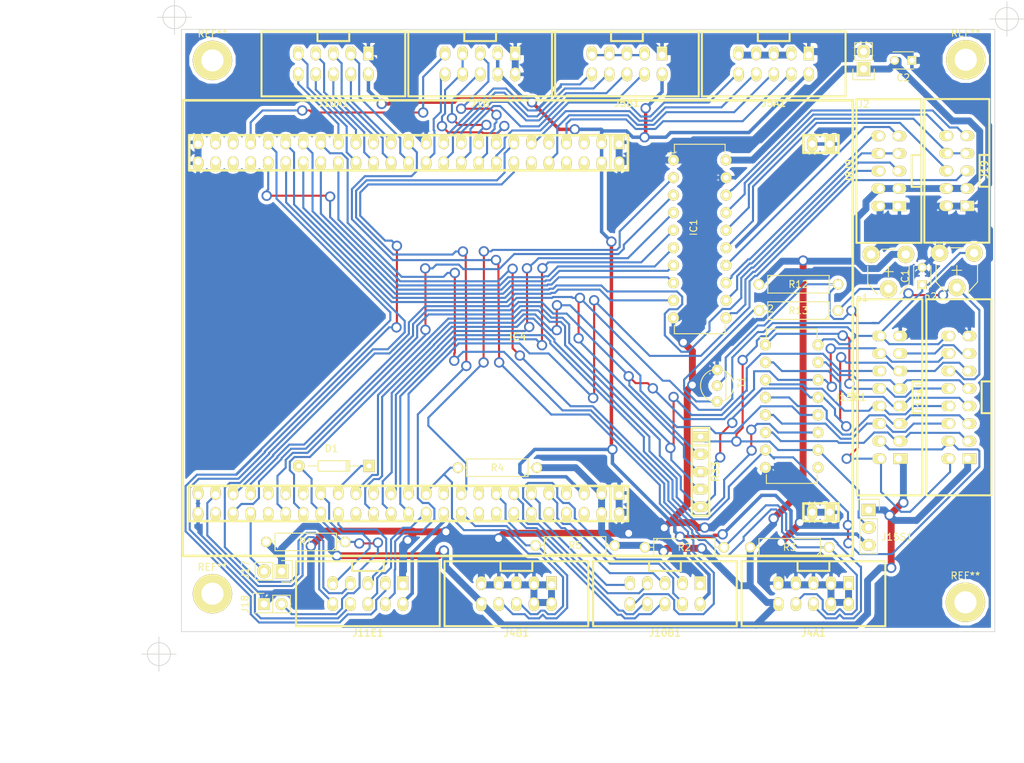
<source format=kicad_pcb>
(kicad_pcb (version 4) (host pcbnew 4.0.2-stable)
  (layers (0 F.Cu signal) (31 B.Cu signal) (35 F.Paste user) (37 F.SilkS user) (39 F.Mask user) (44 Edge.Cuts user))
  (net 0 "")
  (net 1 "Net-(C1-Pad1)")
  (net 2 GND)
  (net 3 +5V)
  (net 4 /PD0)
  (net 5 /PD1)
  (net 6 /PB8)
  (net 7 /PA15)
  (net 8 /PB3)
  (net 9 /PB5)
  (net 10 /PD10)
  (net 11 /PB12)
  (net 12 /PB13)
  (net 13 /PB15)
  (net 14 "Net-(IC1-Pad11)")
  (net 15 "Net-(IC1-Pad12)")
  (net 16 "Net-(IC1-Pad13)")
  (net 17 "Net-(IC1-Pad14)")
  (net 18 "Net-(IC1-Pad15)")
  (net 19 "Net-(IC1-Pad16)")
  (net 20 "Net-(IC1-Pad17)")
  (net 21 "Net-(IC1-Pad18)")
  (net 22 "Net-(IC2-Pad1)")
  (net 23 "Net-(IC2-Pad2)")
  (net 24 "Net-(IC2-Pad3)")
  (net 25 "Net-(IC2-Pad4)")
  (net 26 "Net-(IC2-Pad5)")
  (net 27 "Net-(IC2-Pad6)")
  (net 28 /PD7)
  (net 29 "Net-(IC2-Pad9)")
  (net 30 /PD6)
  (net 31 /PD3)
  (net 32 /PC11)
  (net 33 /PA8)
  (net 34 "Net-(IC2-Pad15)")
  (net 35 /PB10)
  (net 36 /PB11)
  (net 37 /PB6)
  (net 38 /PB9)
  (net 39 +3V3)
  (net 40 "Net-(J5A1-Pad3)")
  (net 41 /PC1)
  (net 42 /PC2)
  (net 43 /PA1)
  (net 44 /PA4)
  (net 45 "Net-(J5B1-Pad3)")
  (net 46 /PC4)
  (net 47 /PC5)
  (net 48 /PB0)
  (net 49 /PB1)
  (net 50 /PB14)
  (net 51 /PE8)
  (net 52 /PE9)
  (net 53 /PE10)
  (net 54 /PE11)
  (net 55 /PE12)
  (net 56 /PE13)
  (net 57 /PE14)
  (net 58 /PE15)
  (net 59 /PC13)
  (net 60 /PC14)
  (net 61 /PC15)
  (net 62 /PE2)
  (net 63 /PE4)
  (net 64 /PE5)
  (net 65 /PE6)
  (net 66 /PE7)
  (net 67 /PD9)
  (net 68 /PA3)
  (net 69 /PD2)
  (net 70 /PB7)
  (net 71 /PD8)
  (net 72 /PA2)
  (net 73 /PC12)
  (net 74 /PC6)
  (net 75 "Net-(J15A1-Pad2)")
  (net 76 /PC8)
  (net 77 "Net-(J15A1-Pad13)")
  (net 78 /PC9)
  (net 79 /PA6)
  (net 80 /PA7)
  (net 81 /PA5)
  (net 82 /PD11)
  (net 83 /PB2)
  (net 84 /PA9)
  (net 85 /PB4)
  (net 86 "Net-(R13-Pad1)")
  (net 87 "Net-(R13-Pad2)")
  (net 88 "Net-(IC4-Pad59)")
  (net 89 "Net-(IC4-Pad61)")
  (net 90 "Net-(IC4-Pad63)")
  (net 91 "Net-(IC4-Pad71)")
  (net 92 "Net-(IC4-Pad79)")
  (net 93 "Net-(IC4-Pad83)")
  (net 94 "Net-(IC4-Pad93)")
  (net 95 "Net-(IC4-Pad96)")
  (net 96 "Net-(IC4-Pad94)")
  (net 97 "Net-(IC4-Pad86)")
  (net 98 "Net-(IC4-Pad84)")
  (net 99 "Net-(IC4-Pad70)")
  (net 100 "Net-(IC4-Pad60)")
  (net 101 "Net-(IC4-Pad54)")
  (net 102 "Net-(IC4-Pad48)")
  (net 103 "Net-(IC4-Pad46)")
  (net 104 "Net-(IC4-Pad44)")
  (net 105 "Net-(IC4-Pad12)")
  (net 106 "Net-(IC4-Pad8)")
  (net 107 "Net-(IC4-Pad6)")
  (net 108 "Net-(IC4-Pad9)")
  (net 109 "Net-(IC4-Pad45)")
  (net 110 "Net-(IC4-Pad47)")
  (module Mounting_Holes:MountingHole_3.2mm_M3_ISO7380_Pad (layer F.Cu) (at 158.05 18.65)
    (fp_text reference REF** (at 0 -3.85) (layer F.SilkS))
    (fp_text value MountingHole_3mm)
    (pad 1 thru_hole circle (at 0 0) (size 5.7 5.7) (drill 3.2) (layers *.Cu *.Mask F.SilkS))
  )
  (module Housings_DIP:DIP-16_W7.62mm (layer F.Cu) (at 129.05 59.95)
    (fp_text reference IC2 (at 0 -5.22) (layer F.SilkS))
    (fp_text value 74HC595)
    (pad 1 thru_hole oval (at 0 0) (size 1.6 1.6) (drill 0.8) (layers *.Cu *.Mask F.SilkS) (net 22 "Net-(IC2-Pad1)"))
    (pad 2 thru_hole oval (at 0 2.54) (size 1.6 1.6) (drill 0.8) (layers *.Cu *.Mask F.SilkS) (net 23 "Net-(IC2-Pad2)"))
    (pad 3 thru_hole oval (at 0 5.08) (size 1.6 1.6) (drill 0.8) (layers *.Cu *.Mask F.SilkS) (net 24 "Net-(IC2-Pad3)"))
    (pad 4 thru_hole oval (at 0 7.62) (size 1.6 1.6) (drill 0.8) (layers *.Cu *.Mask F.SilkS) (net 25 "Net-(IC2-Pad4)"))
    (pad 5 thru_hole oval (at 0 10.16) (size 1.6 1.6) (drill 0.8) (layers *.Cu *.Mask F.SilkS) (net 26 "Net-(IC2-Pad5)"))
    (pad 6 thru_hole oval (at 0 12.7) (size 1.6 1.6) (drill 0.8) (layers *.Cu *.Mask F.SilkS) (net 27 "Net-(IC2-Pad6)"))
    (pad 7 thru_hole oval (at 0 15.24) (size 1.6 1.6) (drill 0.8) (layers *.Cu *.Mask F.SilkS) (net 28 /PD7))
    (pad 8 thru_hole oval (at 0 17.78) (size 1.6 1.6) (drill 0.8) (layers *.Cu *.Mask F.SilkS) (net 2 GND))
    (pad 9 thru_hole oval (at 7.62 17.78) (size 1.6 1.6) (drill 0.8) (layers *.Cu *.Mask F.SilkS) (net 29 "Net-(IC2-Pad9)"))
    (pad 10 thru_hole oval (at 7.62 15.24) (size 1.6 1.6) (drill 0.8) (layers *.Cu *.Mask F.SilkS) (net 1 "Net-(C1-Pad1)"))
    (pad 11 thru_hole oval (at 7.62 12.7) (size 1.6 1.6) (drill 0.8) (layers *.Cu *.Mask F.SilkS) (net 30 /PD6))
    (pad 12 thru_hole oval (at 7.62 10.16) (size 1.6 1.6) (drill 0.8) (layers *.Cu *.Mask F.SilkS) (net 31 /PD3))
    (pad 13 thru_hole oval (at 7.62 7.62) (size 1.6 1.6) (drill 0.8) (layers *.Cu *.Mask F.SilkS) (net 32 /PC11))
    (pad 14 thru_hole oval (at 7.62 5.08) (size 1.6 1.6) (drill 0.8) (layers *.Cu *.Mask F.SilkS) (net 33 /PA8))
    (pad 15 thru_hole oval (at 7.62 2.54) (size 1.6 1.6) (drill 0.8) (layers *.Cu *.Mask F.SilkS) (net 34 "Net-(IC2-Pad15)"))
    (pad 16 thru_hole oval (at 7.62 0) (size 1.6 1.6) (drill 0.8) (layers *.Cu *.Mask F.SilkS) (net 1 "Net-(C1-Pad1)"))
  )
  (module Housings_DIP:DIP-20_W7.62mm (layer F.Cu) (at 115.73 33.19)
    (fp_text reference IC1 (at 2.92 9.76 90) (layer F.SilkS))
    (fp_text value 74HCT541_PWR)
    (pad 1 thru_hole oval (at 0 0) (size 1.6 1.6) (drill 0.8) (layers *.Cu *.Mask F.SilkS) (net 2 GND))
    (pad 2 thru_hole oval (at 0 2.54) (size 1.6 1.6) (drill 0.8) (layers *.Cu *.Mask F.SilkS) (net 6 /PB8))
    (pad 3 thru_hole oval (at 0 5.08) (size 1.6 1.6) (drill 0.8) (layers *.Cu *.Mask F.SilkS) (net 7 /PA15))
    (pad 4 thru_hole oval (at 0 7.62) (size 1.6 1.6) (drill 0.8) (layers *.Cu *.Mask F.SilkS) (net 8 /PB3))
    (pad 5 thru_hole oval (at 0 10.16) (size 1.6 1.6) (drill 0.8) (layers *.Cu *.Mask F.SilkS) (net 9 /PB5))
    (pad 6 thru_hole oval (at 0 12.7) (size 1.6 1.6) (drill 0.8) (layers *.Cu *.Mask F.SilkS) (net 10 /PD10))
    (pad 7 thru_hole oval (at 0 15.24) (size 1.6 1.6) (drill 0.8) (layers *.Cu *.Mask F.SilkS) (net 11 /PB12))
    (pad 8 thru_hole oval (at 0 17.78) (size 1.6 1.6) (drill 0.8) (layers *.Cu *.Mask F.SilkS) (net 12 /PB13))
    (pad 9 thru_hole oval (at 0 20.32) (size 1.6 1.6) (drill 0.8) (layers *.Cu *.Mask F.SilkS) (net 13 /PB15))
    (pad 10 thru_hole oval (at 0 22.86) (size 1.6 1.6) (drill 0.8) (layers *.Cu *.Mask F.SilkS) (net 2 GND))
    (pad 11 thru_hole oval (at 7.62 22.86) (size 1.6 1.6) (drill 0.8) (layers *.Cu *.Mask F.SilkS) (net 14 "Net-(IC1-Pad11)"))
    (pad 12 thru_hole oval (at 7.62 20.32) (size 1.6 1.6) (drill 0.8) (layers *.Cu *.Mask F.SilkS) (net 15 "Net-(IC1-Pad12)"))
    (pad 13 thru_hole oval (at 7.62 17.78) (size 1.6 1.6) (drill 0.8) (layers *.Cu *.Mask F.SilkS) (net 16 "Net-(IC1-Pad13)"))
    (pad 14 thru_hole oval (at 7.62 15.24) (size 1.6 1.6) (drill 0.8) (layers *.Cu *.Mask F.SilkS) (net 17 "Net-(IC1-Pad14)"))
    (pad 15 thru_hole oval (at 7.62 12.7) (size 1.6 1.6) (drill 0.8) (layers *.Cu *.Mask F.SilkS) (net 18 "Net-(IC1-Pad15)"))
    (pad 16 thru_hole oval (at 7.62 10.16) (size 1.6 1.6) (drill 0.8) (layers *.Cu *.Mask F.SilkS) (net 19 "Net-(IC1-Pad16)"))
    (pad 17 thru_hole oval (at 7.62 7.62) (size 1.6 1.6) (drill 0.8) (layers *.Cu *.Mask F.SilkS) (net 20 "Net-(IC1-Pad17)"))
    (pad 18 thru_hole oval (at 7.62 5.08) (size 1.6 1.6) (drill 0.8) (layers *.Cu *.Mask F.SilkS) (net 21 "Net-(IC1-Pad18)"))
    (pad 19 thru_hole oval (at 7.62 2.54) (size 1.6 1.6) (drill 0.8) (layers *.Cu *.Mask F.SilkS) (net 2 GND))
    (pad 20 thru_hole oval (at 7.62 0) (size 1.6 1.6) (drill 0.8) (layers *.Cu *.Mask F.SilkS) (net 3 +5V))
  )
  (module w_conn_misc:stm32f4_discovery_header (layer F.Cu) (at 93.19 57.53)
    (fp_text reference IC4 (at 0 1.27) (layer F.SilkS) (effects (font (size 1.016 1.016) (thickness 0.2032))))
    (fp_text value STM32F4_Discovery_Header hide)
    (pad 51 thru_hole rect (at 45.16 26.67) (size 1.5 2.2) (drill 1.00076) (layers *.Cu *.Mask F.SilkS) (net 2 GND))
    (pad 52 thru_hole oval (at 42.62 26.67) (size 1.5 2.2) (drill 1.00076) (layers *.Cu *.Mask F.SilkS) (net 2 GND))
    (pad 51 thru_hole oval (at -46.28 24.13) (size 1.5 2) (drill 0.99822 (offset 0 -0.25)) (layers *.Cu *.Mask F.SilkS) (net 2 GND))
    (pad 53 thru_hole oval (at -43.74 24.13) (size 1.5 2) (drill 0.99822 (offset 0 -0.25)) (layers *.Cu *.Mask F.SilkS) (net 74 /PC6))
    (pad 55 thru_hole oval (at -41.2 24.13) (size 1.5 2) (drill 0.99822 (offset 0 -0.25)) (layers *.Cu *.Mask F.SilkS) (net 76 /PC8))
    (pad 57 thru_hole oval (at -38.66 24.13) (size 1.5 2) (drill 0.99822 (offset 0 -0.25)) (layers *.Cu *.Mask F.SilkS) (net 33 /PA8))
    (pad 59 thru_hole oval (at -36.12 24.13) (size 1.5 2) (drill 0.99822 (offset 0 -0.25)) (layers *.Cu *.Mask F.SilkS) (net 88 "Net-(IC4-Pad59)"))
    (pad 61 thru_hole oval (at -33.58 24.13) (size 1.5 2) (drill 0.99822 (offset 0 -0.25)) (layers *.Cu *.Mask F.SilkS) (net 89 "Net-(IC4-Pad61)"))
    (pad 63 thru_hole oval (at -31.04 24.13) (size 1.5 2) (drill 0.99822 (offset 0 -0.25)) (layers *.Cu *.Mask F.SilkS) (net 90 "Net-(IC4-Pad63)"))
    (pad 65 thru_hole oval (at -28.5 24.13) (size 1.5 2) (drill 0.99822 (offset 0 -0.25)) (layers *.Cu *.Mask F.SilkS) (net 73 /PC12))
    (pad 67 thru_hole oval (at -25.96 24.13) (size 1.5 2) (drill 0.99822 (offset 0 -0.25)) (layers *.Cu *.Mask F.SilkS) (net 5 /PD1))
    (pad 69 thru_hole oval (at -23.42 24.13) (size 1.5 2) (drill 0.99822 (offset 0 -0.25)) (layers *.Cu *.Mask F.SilkS) (net 31 /PD3))
    (pad 71 thru_hole oval (at -20.88 24.13) (size 1.5 2) (drill 0.99822 (offset 0 -0.25)) (layers *.Cu *.Mask F.SilkS) (net 91 "Net-(IC4-Pad71)"))
    (pad 73 thru_hole oval (at -18.34 24.13) (size 1.5 2) (drill 0.99822 (offset 0 -0.25)) (layers *.Cu *.Mask F.SilkS) (net 28 /PD7))
    (pad 75 thru_hole oval (at -15.8 24.13) (size 1.5 2) (drill 0.99822 (offset 0 -0.25)) (layers *.Cu *.Mask F.SilkS) (net 85 /PB4))
    (pad 77 thru_hole oval (at -13.26 24.13) (size 1.5 2) (drill 0.99822 (offset 0 -0.25)) (layers *.Cu *.Mask F.SilkS) (net 37 /PB6))
    (pad 79 thru_hole oval (at -10.72 24.13) (size 1.5 2) (drill 0.99822 (offset 0 -0.25)) (layers *.Cu *.Mask F.SilkS) (net 92 "Net-(IC4-Pad79)"))
    (pad 81 thru_hole oval (at -8.18 24.13) (size 1.5 2) (drill 0.99822 (offset 0 -0.25)) (layers *.Cu *.Mask F.SilkS) (net 6 /PB8))
    (pad 83 thru_hole oval (at -5.64 24.13) (size 1.5 2) (drill 0.99822 (offset 0 -0.25)) (layers *.Cu *.Mask F.SilkS) (net 93 "Net-(IC4-Pad83)"))
    (pad 85 thru_hole oval (at -3.1 24.13) (size 1.5 2) (drill 0.99822 (offset 0 -0.25)) (layers *.Cu *.Mask F.SilkS) (net 62 /PE2))
    (pad 87 thru_hole oval (at -0.56 24.13) (size 1.5 2) (drill 0.99822 (offset 0 -0.25)) (layers *.Cu *.Mask F.SilkS) (net 63 /PE4))
    (pad 89 thru_hole oval (at 1.98 24.13) (size 1.5 2) (drill 0.99822 (offset 0 -0.25)) (layers *.Cu *.Mask F.SilkS) (net 65 /PE6))
    (pad 91 thru_hole oval (at 4.52 24.13) (size 1.5 2) (drill 0.99822 (offset 0 -0.25)) (layers *.Cu *.Mask F.SilkS) (net 60 /PC14))
    (pad 93 thru_hole oval (at 7.06 24.13) (size 1.5 2) (drill 0.99822 (offset 0 -0.25)) (layers *.Cu *.Mask F.SilkS) (net 94 "Net-(IC4-Pad93)"))
    (pad 95 thru_hole oval (at 9.6 24.13) (size 1.5 2) (drill 0.99822 (offset 0 -0.25)) (layers *.Cu *.Mask F.SilkS) (net 39 +3V3))
    (pad 97 thru_hole oval (at 12.14 24.13) (size 1.5 2) (drill 0.99822 (offset 0 -0.25)) (layers *.Cu *.Mask F.SilkS) (net 3 +5V))
    (pad 99 thru_hole rect (at 14.68 24.13) (size 1.5 2) (drill 1.00076 (offset 0 -0.25)) (layers *.Cu *.Mask F.SilkS) (net 2 GND))
    (pad 100 thru_hole oval (at 14.68 26.67) (size 1.5 2) (drill 1.00076 (offset 0 0.25)) (layers *.Cu *.Mask F.SilkS) (net 2 GND))
    (pad 98 thru_hole oval (at 12.14 26.67) (size 1.5 2) (drill 1.00076 (offset 0 0.25)) (layers *.Cu *.Mask F.SilkS) (net 3 +5V))
    (pad 96 thru_hole oval (at 9.6 26.67) (size 1.5 2) (drill 1.00076 (offset 0 0.25)) (layers *.Cu *.Mask F.SilkS) (net 95 "Net-(IC4-Pad96)"))
    (pad 94 thru_hole oval (at 7.06 26.67) (size 1.5 2) (drill 1.00076 (offset 0 0.25)) (layers *.Cu *.Mask F.SilkS) (net 96 "Net-(IC4-Pad94)"))
    (pad 92 thru_hole oval (at 4.52 26.67) (size 1.5 2) (drill 1.00076 (offset 0 0.25)) (layers *.Cu *.Mask F.SilkS) (net 61 /PC15))
    (pad 90 thru_hole oval (at 1.98 26.67) (size 1.5 2) (drill 1.00076 (offset 0 0.25)) (layers *.Cu *.Mask F.SilkS) (net 59 /PC13))
    (pad 88 thru_hole oval (at -0.56 26.67) (size 1.5 2) (drill 1.00076 (offset 0 0.25)) (layers *.Cu *.Mask F.SilkS) (net 64 /PE5))
    (pad 86 thru_hole oval (at -3.1 26.67) (size 1.5 2) (drill 1.00076 (offset 0 0.25)) (layers *.Cu *.Mask F.SilkS) (net 97 "Net-(IC4-Pad86)"))
    (pad 84 thru_hole oval (at -5.64 26.67) (size 1.5 2) (drill 1.00076 (offset 0 0.25)) (layers *.Cu *.Mask F.SilkS) (net 98 "Net-(IC4-Pad84)"))
    (pad 82 thru_hole oval (at -8.18 26.67) (size 1.5 2) (drill 1.00076 (offset 0 0.25)) (layers *.Cu *.Mask F.SilkS) (net 38 /PB9))
    (pad 80 thru_hole oval (at -10.72 26.67) (size 1.5 2) (drill 1.00076 (offset 0 0.25)) (layers *.Cu *.Mask F.SilkS) (net 39 +3V3))
    (pad 78 thru_hole oval (at -13.26 26.67) (size 1.5 2) (drill 1.00076 (offset 0 0.25)) (layers *.Cu *.Mask F.SilkS) (net 70 /PB7))
    (pad 76 thru_hole oval (at -15.8 26.67) (size 1.5 2) (drill 1.00076 (offset 0 0.25)) (layers *.Cu *.Mask F.SilkS) (net 9 /PB5))
    (pad 74 thru_hole oval (at -18.34 26.67) (size 1.5 2) (drill 1.00076 (offset 0 0.25)) (layers *.Cu *.Mask F.SilkS) (net 8 /PB3))
    (pad 72 thru_hole oval (at -20.88 26.67) (size 1.5 2) (drill 1.00076 (offset 0 0.25)) (layers *.Cu *.Mask F.SilkS) (net 30 /PD6))
    (pad 70 thru_hole oval (at -23.42 26.67) (size 1.5 2) (drill 1.00076 (offset 0 0.25)) (layers *.Cu *.Mask F.SilkS) (net 99 "Net-(IC4-Pad70)"))
    (pad 68 thru_hole oval (at -25.96 26.67) (size 1.5 2) (drill 1.00076 (offset 0 0.25)) (layers *.Cu *.Mask F.SilkS) (net 69 /PD2))
    (pad 66 thru_hole oval (at -28.5 26.67) (size 1.5 2) (drill 1.00076 (offset 0 0.25)) (layers *.Cu *.Mask F.SilkS) (net 4 /PD0))
    (pad 64 thru_hole oval (at -31.04 26.67) (size 1.5 2) (drill 1.00076 (offset 0 0.25)) (layers *.Cu *.Mask F.SilkS) (net 32 /PC11))
    (pad 62 thru_hole oval (at -33.58 26.67) (size 1.5 2) (drill 1.00076 (offset 0 0.25)) (layers *.Cu *.Mask F.SilkS) (net 7 /PA15))
    (pad 60 thru_hole oval (at -36.12 26.67) (size 1.5 2) (drill 1.00076 (offset 0 0.25)) (layers *.Cu *.Mask F.SilkS) (net 100 "Net-(IC4-Pad60)"))
    (pad 58 thru_hole oval (at -38.66 26.67) (size 1.5 2) (drill 1.00076 (offset 0 0.25)) (layers *.Cu *.Mask F.SilkS) (net 84 /PA9))
    (pad 56 thru_hole oval (at -41.2 26.67) (size 1.5 2) (drill 1.00076 (offset 0 0.25)) (layers *.Cu *.Mask F.SilkS) (net 78 /PC9))
    (pad 54 thru_hole oval (at -43.74 26.67) (size 1.5 2) (drill 1.00076 (offset 0 0.25)) (layers *.Cu *.Mask F.SilkS) (net 101 "Net-(IC4-Pad54)"))
    (pad 52 thru_hole oval (at -46.28 26.67) (size 1.5 2) (drill 1.00076 (offset 0 0.25)) (layers *.Cu *.Mask F.SilkS) (net 2 GND))
    (pad 50 thru_hole oval (at -46.28 -24.13) (size 1.5 2) (drill 1.00076 (offset 0 0.25)) (layers *.Cu *.Mask F.SilkS) (net 2 GND))
    (pad 48 thru_hole oval (at -43.74 -24.13) (size 1.5 2) (drill 1.00076 (offset 0 0.25)) (layers *.Cu *.Mask F.SilkS) (net 102 "Net-(IC4-Pad48)"))
    (pad 46 thru_hole oval (at -41.2 -24.13) (size 1.5 2) (drill 1.00076 (offset 0 0.25)) (layers *.Cu *.Mask F.SilkS) (net 103 "Net-(IC4-Pad46)"))
    (pad 44 thru_hole oval (at -38.66 -24.13) (size 1.5 2) (drill 1.00076 (offset 0 0.25)) (layers *.Cu *.Mask F.SilkS) (net 104 "Net-(IC4-Pad44)"))
    (pad 42 thru_hole oval (at -36.12 -24.13) (size 1.5 2) (drill 1.00076 (offset 0 0.25)) (layers *.Cu *.Mask F.SilkS) (net 10 /PD10))
    (pad 40 thru_hole oval (at -33.58 -24.13) (size 1.5 2) (drill 1.00076 (offset 0 0.25)) (layers *.Cu *.Mask F.SilkS) (net 71 /PD8))
    (pad 38 thru_hole oval (at -31.04 -24.13) (size 1.5 2) (drill 1.00076 (offset 0 0.25)) (layers *.Cu *.Mask F.SilkS) (net 50 /PB14))
    (pad 36 thru_hole oval (at -28.5 -24.13) (size 1.5 2) (drill 1.00076 (offset 0 0.25)) (layers *.Cu *.Mask F.SilkS) (net 11 /PB12))
    (pad 34 thru_hole oval (at -25.96 -24.13) (size 1.5 2) (drill 1.00076 (offset 0 0.25)) (layers *.Cu *.Mask F.SilkS) (net 35 /PB10))
    (pad 32 thru_hole oval (at -23.42 -24.13) (size 1.5 2) (drill 1.00076 (offset 0 0.25)) (layers *.Cu *.Mask F.SilkS) (net 57 /PE14))
    (pad 30 thru_hole oval (at -20.88 -24.13) (size 1.5 2) (drill 1.00076 (offset 0 0.25)) (layers *.Cu *.Mask F.SilkS) (net 55 /PE12))
    (pad 28 thru_hole oval (at -18.34 -24.13) (size 1.5 2) (drill 1.00076 (offset 0 0.25)) (layers *.Cu *.Mask F.SilkS) (net 53 /PE10))
    (pad 26 thru_hole oval (at -15.8 -24.13) (size 1.5 2) (drill 1.00076 (offset 0 0.25)) (layers *.Cu *.Mask F.SilkS) (net 51 /PE8))
    (pad 24 thru_hole oval (at -13.26 -24.13) (size 1.5 2) (drill 1.00076 (offset 0 0.25)) (layers *.Cu *.Mask F.SilkS) (net 83 /PB2))
    (pad 22 thru_hole oval (at -10.72 -24.13) (size 1.5 2) (drill 1.00076 (offset 0 0.25)) (layers *.Cu *.Mask F.SilkS) (net 48 /PB0))
    (pad 20 thru_hole oval (at -8.18 -24.13) (size 1.5 2) (drill 1.00076 (offset 0 0.25)) (layers *.Cu *.Mask F.SilkS) (net 46 /PC4))
    (pad 18 thru_hole oval (at -5.64 -24.13) (size 1.5 2) (drill 1.00076 (offset 0 0.25)) (layers *.Cu *.Mask F.SilkS) (net 79 /PA6))
    (pad 16 thru_hole oval (at -3.1 -24.13) (size 1.5 2) (drill 1.00076 (offset 0 0.25)) (layers *.Cu *.Mask F.SilkS) (net 44 /PA4))
    (pad 14 thru_hole oval (at -0.56 -24.13) (size 1.5 2) (drill 1.00076 (offset 0 0.25)) (layers *.Cu *.Mask F.SilkS) (net 72 /PA2))
    (pad 12 thru_hole oval (at 1.98 -24.13) (size 1.5 2) (drill 1.00076 (offset 0 0.25)) (layers *.Cu *.Mask F.SilkS) (net 105 "Net-(IC4-Pad12)"))
    (pad 10 thru_hole oval (at 4.52 -24.13) (size 1.5 2) (drill 1.00076 (offset 0 0.25)) (layers *.Cu *.Mask F.SilkS) (net 42 /PC2))
    (pad 8 thru_hole oval (at 7.06 -24.13) (size 1.5 2) (drill 1.00076 (offset 0 0.25)) (layers *.Cu *.Mask F.SilkS) (net 106 "Net-(IC4-Pad8)"))
    (pad 6 thru_hole oval (at 9.6 -24.13) (size 1.5 2) (drill 1.00076 (offset 0 0.25)) (layers *.Cu *.Mask F.SilkS) (net 107 "Net-(IC4-Pad6)"))
    (pad 4 thru_hole oval (at 12.14 -24.13) (size 1.5 2) (drill 1.00076 (offset 0 0.25)) (layers *.Cu *.Mask F.SilkS) (net 39 +3V3))
    (pad 2 thru_hole oval (at 14.68 -24.13) (size 1.5 2) (drill 1.00076 (offset 0 0.25)) (layers *.Cu *.Mask F.SilkS) (net 2 GND))
    (pad 1 thru_hole rect (at 14.68 -26.67) (size 1.5 2) (drill 1.00076 (offset 0 -0.25)) (layers *.Cu *.Mask F.SilkS) (net 2 GND))
    (pad 3 thru_hole oval (at 12.14 -26.67) (size 1.5 2) (drill 0.99822 (offset 0 -0.25)) (layers *.Cu *.Mask F.SilkS) (net 39 +3V3))
    (pad 5 thru_hole oval (at 9.6 -26.67) (size 1.5 2) (drill 0.99822 (offset 0 -0.25)) (layers *.Cu *.Mask F.SilkS) (net 2 GND))
    (pad 7 thru_hole oval (at 7.06 -26.67) (size 1.5 2) (drill 0.99822 (offset 0 -0.25)) (layers *.Cu *.Mask F.SilkS) (net 41 /PC1))
    (pad 9 thru_hole oval (at 4.52 -26.67) (size 1.5 2) (drill 0.99822 (offset 0 -0.25)) (layers *.Cu *.Mask F.SilkS) (net 108 "Net-(IC4-Pad9)"))
    (pad 11 thru_hole oval (at 1.98 -26.67) (size 1.5 2) (drill 0.99822 (offset 0 -0.25)) (layers *.Cu *.Mask F.SilkS) (net 43 /PA1))
    (pad 13 thru_hole oval (at -0.56 -26.67) (size 1.5 2) (drill 0.99822 (offset 0 -0.25)) (layers *.Cu *.Mask F.SilkS) (net 68 /PA3))
    (pad 15 thru_hole oval (at -3.1 -26.67) (size 1.5 2) (drill 0.99822 (offset 0 -0.25)) (layers *.Cu *.Mask F.SilkS) (net 81 /PA5))
    (pad 17 thru_hole oval (at -5.64 -26.67) (size 1.5 2) (drill 0.99822 (offset 0 -0.25)) (layers *.Cu *.Mask F.SilkS) (net 80 /PA7))
    (pad 19 thru_hole oval (at -8.18 -26.67) (size 1.5 2) (drill 0.99822 (offset 0 -0.25)) (layers *.Cu *.Mask F.SilkS) (net 47 /PC5))
    (pad 21 thru_hole oval (at -10.72 -26.67) (size 1.5 2) (drill 0.99822 (offset 0 -0.25)) (layers *.Cu *.Mask F.SilkS) (net 49 /PB1))
    (pad 23 thru_hole oval (at -13.26 -26.67) (size 1.5 2) (drill 0.99822 (offset 0 -0.25)) (layers *.Cu *.Mask F.SilkS) (net 2 GND))
    (pad 25 thru_hole oval (at -15.8 -26.67) (size 1.5 2) (drill 0.99822 (offset 0 -0.25)) (layers *.Cu *.Mask F.SilkS) (net 66 /PE7))
    (pad 27 thru_hole oval (at -18.34 -26.67) (size 1.5 2) (drill 0.99822 (offset 0 -0.25)) (layers *.Cu *.Mask F.SilkS) (net 52 /PE9))
    (pad 29 thru_hole oval (at -20.88 -26.67) (size 1.5 2) (drill 0.99822 (offset 0 -0.25)) (layers *.Cu *.Mask F.SilkS) (net 54 /PE11))
    (pad 31 thru_hole oval (at -23.42 -26.67) (size 1.5 2) (drill 0.99822 (offset 0 -0.25)) (layers *.Cu *.Mask F.SilkS) (net 56 /PE13))
    (pad 33 thru_hole oval (at -25.96 -26.67) (size 1.5 2) (drill 0.99822 (offset 0 -0.25)) (layers *.Cu *.Mask F.SilkS) (net 58 /PE15))
    (pad 35 thru_hole oval (at -28.5 -26.67) (size 1.5 2) (drill 0.99822 (offset 0 -0.25)) (layers *.Cu *.Mask F.SilkS) (net 36 /PB11))
    (pad 37 thru_hole oval (at -31.04 -26.67) (size 1.5 2) (drill 0.99822 (offset 0 -0.25)) (layers *.Cu *.Mask F.SilkS) (net 12 /PB13))
    (pad 39 thru_hole oval (at -33.58 -26.67) (size 1.5 2) (drill 0.99822 (offset 0 -0.25)) (layers *.Cu *.Mask F.SilkS) (net 13 /PB15))
    (pad 41 thru_hole oval (at -36.12 -26.67) (size 1.5 2) (drill 0.99822 (offset 0 -0.25)) (layers *.Cu *.Mask F.SilkS) (net 67 /PD9))
    (pad 43 thru_hole oval (at -38.66 -26.67) (size 1.5 2) (drill 0.99822 (offset 0 -0.25)) (layers *.Cu *.Mask F.SilkS) (net 82 /PD11))
    (pad 45 thru_hole oval (at -41.2 -26.67) (size 1.5 2) (drill 0.99822 (offset 0 -0.25)) (layers *.Cu *.Mask F.SilkS) (net 109 "Net-(IC4-Pad45)"))
    (pad 47 thru_hole oval (at -43.74 -26.67) (size 1.5 2) (drill 0.99822 (offset 0 -0.25)) (layers *.Cu *.Mask F.SilkS) (net 110 "Net-(IC4-Pad47)"))
    (pad 49 thru_hole oval (at -46.28 -26.67) (size 1.5 2) (drill 0.99822 (offset 0 -0.25)) (layers *.Cu *.Mask F.SilkS) (net 2 GND))
    (pad 50 thru_hole oval (at 42.62 -26.67) (size 1.5 2.2) (drill 1.00076) (layers *.Cu *.Mask F.SilkS) (net 2 GND))
    (pad 49 thru_hole rect (at 45.16 -26.67) (size 1.5 2.2) (drill 1.00076) (layers *.Cu *.Mask F.SilkS) (net 2 GND))
  )
  (module Diodes_ThroughHole:Diode_DO-35_SOD27_Horizontal_RM10 (layer F.Cu) (at 71.66052 77.49746 180)
    (fp_text reference D1 (at 5.43052 2.53746 180) (layer F.SilkS))
    (fp_text value D)
    (pad 2 thru_hole circle (at 10.16052 -0.00254) (size 1.69926 1.69926) (drill 0.70104) (layers *.Cu *.Mask F.SilkS) (net 4 /PD0))
    (pad 1 thru_hole rect (at 0.00052 -0.00254) (size 1.69926 1.69926) (drill 0.70104) (layers *.Cu *.Mask F.SilkS) (net 5 /PD1))
  )
  (module Pin_Headers:Pin_Header_Straight_1x02 (layer F.Cu) (at 143.25 20 180)
    (fp_text reference J2 (at 0 -5.1 180) (layer F.SilkS))
    (fp_text value CONN_2)
    (pad 1 thru_hole rect (at 0 0 180) (size 2.032 2.032) (drill 1.016) (layers *.Cu *.Mask F.SilkS) (net 3 +5V))
    (pad 2 thru_hole oval (at 0 2.54 180) (size 2.032 2.032) (drill 1.016) (layers *.Cu *.Mask F.SilkS) (net 2 GND))
  )
  (module Pin_Headers:Pin_Header_Straight_1x03 (layer F.Cu) (at 144 83.87)
    (fp_text reference J15S1 (at 4.09 3.92) (layer F.SilkS))
    (fp_text value CONN_01X03)
    (pad 1 thru_hole rect (at 0 0) (size 2.032 1.7272) (drill 1.016) (layers *.Cu *.Mask F.SilkS) (net 3 +5V))
    (pad 2 thru_hole oval (at 0 2.54) (size 2.032 1.7272) (drill 1.016) (layers *.Cu *.Mask F.SilkS) (net 1 "Net-(C1-Pad1)"))
    (pad 3 thru_hole oval (at 0 5.08) (size 2.032 1.7272) (drill 1.016) (layers *.Cu *.Mask F.SilkS) (net 39 +3V3))
  )
  (module Pin_Headers:Pin_Header_Straight_1x02 (layer F.Cu) (at 59 92.75 270)
    (fp_text reference J17 (at -0.25 5.25 270) (layer F.SilkS))
    (fp_text value CONN_01X02)
    (pad 1 thru_hole rect (at 0 0 270) (size 2.032 2.032) (drill 1.016) (layers *.Cu *.Mask F.SilkS) (net 3 +5V))
    (pad 2 thru_hole oval (at 0 2.54 270) (size 2.032 2.032) (drill 1.016) (layers *.Cu *.Mask F.SilkS) (net 84 /PA9))
  )
  (module w_pth_resistors:r-sil_5 (layer F.Cu) (at 119.65 78.33 270)
    (fp_text reference R33 (at 0 -2.159 270) (layer F.SilkS) (effects (font (size 1.016 1.016) (thickness 0.2032))))
    (fp_text value R-SIL_4 hide)
    (pad 1 thru_hole rect (at -5.08 0 270) (size 1.524 2.19964) (drill 0.8001) (layers *.Cu *.Mask F.SilkS) (net 1 "Net-(C1-Pad1)"))
    (pad 2 thru_hole oval (at -2.54 0 270) (size 1.524 2.19964) (drill 0.8001) (layers *.Cu *.Mask F.SilkS) (net 33 /PA8))
    (pad 3 thru_hole oval (at 0 0 270) (size 1.524 2.19964) (drill 0.8001) (layers *.Cu *.Mask F.SilkS) (net 76 /PC8))
    (pad 4 thru_hole oval (at 2.54 0 270) (size 1.524 2.19964) (drill 0.8001) (layers *.Cu *.Mask F.SilkS) (net 78 /PC9))
    (pad 5 thru_hole oval (at 5.08 0 270) (size 1.524 2.19964) (drill 0.8001) (layers *.Cu *.Mask F.SilkS) (net 32 /PC11))
  )
  (module Discret:R4-5 (layer F.Cu) (at 62.5 88.5 180)
    (fp_text reference R1 (at 0 0 180) (layer F.SilkS))
    (fp_text value R)
    (pad 1 thru_hole circle (at -5.715 0 180) (size 1.524 1.524) (drill 1.016) (layers *.Cu *.Mask F.SilkS) (net 4 /PD0))
    (pad 2 thru_hole circle (at 5.715 0 180) (size 1.524 1.524) (drill 1.016) (layers *.Cu *.Mask F.SilkS) (net 3 +5V))
  )
  (module Discret:R4-5 (layer F.Cu) (at 132.56 89.28 180)
    (fp_text reference R3 (at 0 0 180) (layer F.SilkS))
    (fp_text value R)
    (pad 1 thru_hole circle (at -5.715 0 180) (size 1.524 1.524) (drill 1.016) (layers *.Cu *.Mask F.SilkS) (net 36 /PB11))
    (pad 2 thru_hole circle (at 5.715 0 180) (size 1.524 1.524) (drill 1.016) (layers *.Cu *.Mask F.SilkS) (net 3 +5V))
  )
  (module Discret:R4-5 (layer F.Cu) (at 101.5 89)
    (fp_text reference R5 (at 0 0) (layer F.SilkS))
    (fp_text value R)
    (pad 1 thru_hole circle (at -5.715 0) (size 1.524 1.524) (drill 1.016) (layers *.Cu *.Mask F.SilkS) (net 38 /PB9))
    (pad 2 thru_hole circle (at 5.715 0) (size 1.524 1.524) (drill 1.016) (layers *.Cu *.Mask F.SilkS) (net 3 +5V))
  )
  (module Discret:R4-5 (layer F.Cu) (at 133.83 54.99 180)
    (fp_text reference R13 (at 0 0 180) (layer F.SilkS))
    (fp_text value R)
    (pad 1 thru_hole circle (at -5.715 0 180) (size 1.524 1.524) (drill 1.016) (layers *.Cu *.Mask F.SilkS) (net 86 "Net-(R13-Pad1)"))
    (pad 2 thru_hole circle (at 5.715 0 180) (size 1.524 1.524) (drill 1.016) (layers *.Cu *.Mask F.SilkS) (net 87 "Net-(R13-Pad2)"))
  )
  (module Discret:R4-5 (layer F.Cu) (at 90.25 77.75 180)
    (fp_text reference R4 (at 0 0 180) (layer F.SilkS))
    (fp_text value R)
    (pad 1 thru_hole circle (at -5.715 0 180) (size 1.524 1.524) (drill 1.016) (layers *.Cu *.Mask F.SilkS) (net 3 +5V))
    (pad 2 thru_hole circle (at 5.715 0 180) (size 1.524 1.524) (drill 1.016) (layers *.Cu *.Mask F.SilkS) (net 37 /PB6))
  )
  (module Discret:R4-5 (layer F.Cu) (at 117.32 89.28)
    (fp_text reference R2 (at 0 0) (layer F.SilkS))
    (fp_text value R)
    (pad 1 thru_hole circle (at -5.715 0) (size 1.524 1.524) (drill 1.016) (layers *.Cu *.Mask F.SilkS) (net 3 +5V))
    (pad 2 thru_hole circle (at 5.715 0) (size 1.524 1.524) (drill 1.016) (layers *.Cu *.Mask F.SilkS) (net 35 /PB10))
  )
  (module Discret:R4-5 (layer F.Cu) (at 133.83 51.18)
    (fp_text reference R12 (at 0 0) (layer F.SilkS))
    (fp_text value R)
    (pad 1 thru_hole circle (at -5.715 0) (size 1.524 1.524) (drill 1.016) (layers *.Cu *.Mask F.SilkS) (net 3 +5V))
    (pad 2 thru_hole circle (at 5.715 0) (size 1.524 1.524) (drill 1.016) (layers *.Cu *.Mask F.SilkS) (net 75 "Net-(J15A1-Pad2)"))
  )
  (module Potentiometers:Potentiometer_VishaySpectrol-Econtrim-Type36T (layer F.Cu) (at 159.24936 46.65128 180)
    (fp_text reference p2 (at 6.30936 -6.30936 180) (layer F.SilkS))
    (fp_text value POT)
    (pad 2 thru_hole circle (at 2.49936 -4.99872 180) (size 2.49936 2.49936) (drill 1.19888) (layers *.Cu *.Mask F.SilkS) (net 76 /PC8))
    (pad 3 thru_hole circle (at 4.99872 0 180) (size 2.49936 2.49936) (drill 1.19888) (layers *.Cu *.Mask F.SilkS) (net 2 GND))
    (pad 1 thru_hole circle (at 0 0 180) (size 2.49936 2.49936) (drill 1.19888) (layers *.Cu *.Mask F.SilkS) (net 1 "Net-(C1-Pad1)"))
  )
  (module Potentiometers:Potentiometer_VishaySpectrol-Econtrim-Type36T (layer F.Cu) (at 149.35 46.85 180)
    (fp_text reference p1 (at 6.30936 -6.30936 180) (layer F.SilkS))
    (fp_text value POT)
    (pad 2 thru_hole circle (at 2.49936 -4.99872 180) (size 2.49936 2.49936) (drill 1.19888) (layers *.Cu *.Mask F.SilkS) (net 86 "Net-(R13-Pad1)"))
    (pad 3 thru_hole circle (at 4.99872 0 180) (size 2.49936 2.49936) (drill 1.19888) (layers *.Cu *.Mask F.SilkS) (net 2 GND))
    (pad 1 thru_hole circle (at 0 0 180) (size 2.49936 2.49936) (drill 1.19888) (layers *.Cu *.Mask F.SilkS) (net 3 +5V))
  )
  (module Pin_Headers:Pin_Header_Straight_2x01 (layer F.Cu) (at 56.46 97.5)
    (fp_text reference J18 (at -2.75 0 270) (layer F.SilkS))
    (fp_text value CONN_2)
    (pad 1 thru_hole rect (at 0 0) (size 1.7272 1.7272) (drill 1.016) (layers *.Cu *.Mask F.SilkS) (net 2 GND))
    (pad 2 thru_hole oval (at 2.54 0) (size 1.7272 1.7272) (drill 1.016) (layers *.Cu *.Mask F.SilkS) (net 4 /PD0))
  )
  (module "empreinte ksir:bc337" (layer F.Cu) (at 122.05 65.864 90)
    (fp_text reference T1 (at 0.508 3.556 90) (layer F.SilkS))
    (fp_text value BC817-40)
    (pad 3 thru_hole circle (at 0 0 90) (size 1.524 1.524) (drill 0.762) (layers *.Cu *.Mask F.SilkS) (net 75 "Net-(J15A1-Pad2)"))
    (pad 2 thru_hole circle (at 2.286 0 90) (size 1.524 1.524) (drill 0.762) (layers *.Cu *.Mask F.SilkS) (net 2 GND))
    (pad 1 thru_hole circle (at -2.286 0 90) (size 1.524 1.524) (drill 0.762) (layers *.Cu *.Mask F.SilkS) (net 87 "Net-(R13-Pad2)"))
  )
  (module w_conn_strip:vasch_strip_5x2 (layer F.Cu) (at 156.75 34.75 90)
    (fp_text reference J19 (at 0.2 4 90) (layer F.SilkS) (effects (font (thickness 0.2032))))
    (fp_text value CONN_02X05 hide)
    (pad 9 thru_hole oval (at 5.08 1.27 90) (size 1.5 2) (drill 1 (offset 0 0.25)) (layers *.Cu *.Mask F.SilkS) (net 21 "Net-(IC1-Pad18)"))
    (pad 10 thru_hole oval (at 5.08 -1.27 90) (size 1.5 2) (drill 1 (offset 0 -0.25)) (layers *.Cu *.Mask F.SilkS) (net 20 "Net-(IC1-Pad17)"))
    (pad 8 thru_hole oval (at 2.54 -1.27 90) (size 1.5 2) (drill 1 (offset 0 -0.25)) (layers *.Cu *.Mask F.SilkS) (net 19 "Net-(IC1-Pad16)"))
    (pad 7 thru_hole oval (at 2.54 1.27 90) (size 1.5 2) (drill 1 (offset 0 0.25)) (layers *.Cu *.Mask F.SilkS) (net 19 "Net-(IC1-Pad16)"))
    (pad 1 thru_hole rect (at -5.08 1.27 90) (size 1.5 2) (drill 1 (offset 0 0.25)) (layers *.Cu *.Mask F.SilkS) (net 2 GND))
    (pad 2 thru_hole oval (at -5.08 -1.27 90) (size 1.5 2) (drill 1 (offset 0 -0.25)) (layers *.Cu *.Mask F.SilkS) (net 2 GND))
    (pad 3 thru_hole oval (at -2.54 1.27 90) (size 1.5 2) (drill 1 (offset 0 0.25)) (layers *.Cu *.Mask F.SilkS) (net 3 +5V))
    (pad 4 thru_hole oval (at -2.54 -1.27 90) (size 1.5 2) (drill 1 (offset 0 -0.25)) (layers *.Cu *.Mask F.SilkS) (net 3 +5V))
    (pad 5 thru_hole oval (at 0 1.27 90) (size 1.5 2) (drill 1 (offset 0 0.25)) (layers *.Cu *.Mask F.SilkS) (net 85 /PB4))
    (pad 6 thru_hole oval (at 0 -1.27 90) (size 1.5 2) (drill 1 (offset 0 -0.25)) (layers *.Cu *.Mask F.SilkS) (net 18 "Net-(IC1-Pad15)"))
  )
  (module w_conn_strip:vasch_strip_5x2 (layer F.Cu) (at 87.75 19.25 180)
    (fp_text reference J16 (at 0 -5.7 180) (layer F.SilkS) (effects (font (thickness 0.2032))))
    (fp_text value CONN_02X05 hide)
    (pad 9 thru_hole oval (at 5.08 1.27 180) (size 1.5 2) (drill 1 (offset 0 0.25)) (layers *.Cu *.Mask F.SilkS) (net 82 /PD11))
    (pad 10 thru_hole oval (at 5.08 -1.27 180) (size 1.5 2) (drill 1 (offset 0 -0.25)) (layers *.Cu *.Mask F.SilkS) (net 83 /PB2))
    (pad 8 thru_hole oval (at 2.54 -1.27 180) (size 1.5 2) (drill 1 (offset 0 -0.25)) (layers *.Cu *.Mask F.SilkS) (net 81 /PA5))
    (pad 7 thru_hole oval (at 2.54 1.27 180) (size 1.5 2) (drill 1 (offset 0 0.25)) (layers *.Cu *.Mask F.SilkS) (net 81 /PA5))
    (pad 1 thru_hole rect (at -5.08 1.27 180) (size 1.5 2) (drill 1 (offset 0 0.25)) (layers *.Cu *.Mask F.SilkS) (net 2 GND))
    (pad 2 thru_hole oval (at -5.08 -1.27 180) (size 1.5 2) (drill 1 (offset 0 -0.25)) (layers *.Cu *.Mask F.SilkS) (net 2 GND))
    (pad 3 thru_hole oval (at -2.54 1.27 180) (size 1.5 2) (drill 1 (offset 0 0.25)) (layers *.Cu *.Mask F.SilkS) (net 39 +3V3))
    (pad 4 thru_hole oval (at -2.54 -1.27 180) (size 1.5 2) (drill 1 (offset 0 -0.25)) (layers *.Cu *.Mask F.SilkS) (net 39 +3V3))
    (pad 5 thru_hole oval (at 0 1.27 180) (size 1.5 2) (drill 1 (offset 0 0.25)) (layers *.Cu *.Mask F.SilkS) (net 79 /PA6))
    (pad 6 thru_hole oval (at 0 -1.27 180) (size 1.5 2) (drill 1 (offset 0 -0.25)) (layers *.Cu *.Mask F.SilkS) (net 80 /PA7))
  )
  (module w_conn_strip:vasch_strip_5x2 (layer F.Cu) (at 71.5 96 180)
    (fp_text reference J11E1 (at 0 -5.7 180) (layer F.SilkS) (effects (font (thickness 0.2032))))
    (fp_text value CONN_02X05 hide)
    (pad 9 thru_hole oval (at 5.08 1.27 180) (size 1.5 2) (drill 1 (offset 0 0.25)) (layers *.Cu *.Mask F.SilkS) (net 73 /PC12))
    (pad 10 thru_hole oval (at 5.08 -1.27 180) (size 1.5 2) (drill 1 (offset 0 -0.25)) (layers *.Cu *.Mask F.SilkS) (net 74 /PC6))
    (pad 8 thru_hole oval (at 2.54 -1.27 180) (size 1.5 2) (drill 1 (offset 0 -0.25)) (layers *.Cu *.Mask F.SilkS) (net 72 /PA2))
    (pad 7 thru_hole oval (at 2.54 1.27 180) (size 1.5 2) (drill 1 (offset 0 0.25)) (layers *.Cu *.Mask F.SilkS) (net 71 /PD8))
    (pad 1 thru_hole rect (at -5.08 1.27 180) (size 1.5 2) (drill 1 (offset 0 0.25)) (layers *.Cu *.Mask F.SilkS) (net 2 GND))
    (pad 2 thru_hole oval (at -5.08 -1.27 180) (size 1.5 2) (drill 1 (offset 0 -0.25)) (layers *.Cu *.Mask F.SilkS) (net 39 +3V3))
    (pad 3 thru_hole oval (at -2.54 1.27 180) (size 1.5 2) (drill 1 (offset 0 0.25)) (layers *.Cu *.Mask F.SilkS) (net 67 /PD9))
    (pad 4 thru_hole oval (at -2.54 -1.27 180) (size 1.5 2) (drill 1 (offset 0 -0.25)) (layers *.Cu *.Mask F.SilkS) (net 68 /PA3))
    (pad 5 thru_hole oval (at 0 1.27 180) (size 1.5 2) (drill 1 (offset 0 0.25)) (layers *.Cu *.Mask F.SilkS) (net 69 /PD2))
    (pad 6 thru_hole oval (at 0 -1.27 180) (size 1.5 2) (drill 1 (offset 0 -0.25)) (layers *.Cu *.Mask F.SilkS) (net 70 /PB7))
  )
  (module w_conn_strip:vasch_strip_5x2 (layer F.Cu) (at 114.5 96 180)
    (fp_text reference J10B1 (at 0 -5.7 180) (layer F.SilkS) (effects (font (thickness 0.2032))))
    (fp_text value CONN_02X05 hide)
    (pad 9 thru_hole oval (at 5.08 1.27 180) (size 1.5 2) (drill 1 (offset 0 0.25)) (layers *.Cu *.Mask F.SilkS) (net 65 /PE6))
    (pad 10 thru_hole oval (at 5.08 -1.27 180) (size 1.5 2) (drill 1 (offset 0 -0.25)) (layers *.Cu *.Mask F.SilkS) (net 66 /PE7))
    (pad 8 thru_hole oval (at 2.54 -1.27 180) (size 1.5 2) (drill 1 (offset 0 -0.25)) (layers *.Cu *.Mask F.SilkS) (net 64 /PE5))
    (pad 7 thru_hole oval (at 2.54 1.27 180) (size 1.5 2) (drill 1 (offset 0 0.25)) (layers *.Cu *.Mask F.SilkS) (net 63 /PE4))
    (pad 1 thru_hole rect (at -5.08 1.27 180) (size 1.5 2) (drill 1 (offset 0 0.25)) (layers *.Cu *.Mask F.SilkS) (net 2 GND))
    (pad 2 thru_hole oval (at -5.08 -1.27 180) (size 1.5 2) (drill 1 (offset 0 -0.25)) (layers *.Cu *.Mask F.SilkS) (net 39 +3V3))
    (pad 3 thru_hole oval (at -2.54 1.27 180) (size 1.5 2) (drill 1 (offset 0 0.25)) (layers *.Cu *.Mask F.SilkS) (net 59 /PC13))
    (pad 4 thru_hole oval (at -2.54 -1.27 180) (size 1.5 2) (drill 1 (offset 0 -0.25)) (layers *.Cu *.Mask F.SilkS) (net 60 /PC14))
    (pad 5 thru_hole oval (at 0 1.27 180) (size 1.5 2) (drill 1 (offset 0 0.25)) (layers *.Cu *.Mask F.SilkS) (net 61 /PC15))
    (pad 6 thru_hole oval (at 0 -1.27 180) (size 1.5 2) (drill 1 (offset 0 -0.25)) (layers *.Cu *.Mask F.SilkS) (net 62 /PE2))
  )
  (module w_conn_strip:vasch_strip_5x2 (layer F.Cu) (at 66.5 19.25 180)
    (fp_text reference J10A1 (at 0 -5.7 180) (layer F.SilkS) (effects (font (thickness 0.2032))))
    (fp_text value CONN_02X05 hide)
    (pad 9 thru_hole oval (at 5.08 1.27 180) (size 1.5 2) (drill 1 (offset 0 0.25)) (layers *.Cu *.Mask F.SilkS) (net 57 /PE14))
    (pad 10 thru_hole oval (at 5.08 -1.27 180) (size 1.5 2) (drill 1 (offset 0 -0.25)) (layers *.Cu *.Mask F.SilkS) (net 58 /PE15))
    (pad 8 thru_hole oval (at 2.54 -1.27 180) (size 1.5 2) (drill 1 (offset 0 -0.25)) (layers *.Cu *.Mask F.SilkS) (net 56 /PE13))
    (pad 7 thru_hole oval (at 2.54 1.27 180) (size 1.5 2) (drill 1 (offset 0 0.25)) (layers *.Cu *.Mask F.SilkS) (net 55 /PE12))
    (pad 1 thru_hole rect (at -5.08 1.27 180) (size 1.5 2) (drill 1 (offset 0 0.25)) (layers *.Cu *.Mask F.SilkS) (net 2 GND))
    (pad 2 thru_hole oval (at -5.08 -1.27 180) (size 1.5 2) (drill 1 (offset 0 -0.25)) (layers *.Cu *.Mask F.SilkS) (net 39 +3V3))
    (pad 3 thru_hole oval (at -2.54 1.27 180) (size 1.5 2) (drill 1 (offset 0 0.25)) (layers *.Cu *.Mask F.SilkS) (net 51 /PE8))
    (pad 4 thru_hole oval (at -2.54 -1.27 180) (size 1.5 2) (drill 1 (offset 0 -0.25)) (layers *.Cu *.Mask F.SilkS) (net 52 /PE9))
    (pad 5 thru_hole oval (at 0 1.27 180) (size 1.5 2) (drill 1 (offset 0 0.25)) (layers *.Cu *.Mask F.SilkS) (net 53 /PE10))
    (pad 6 thru_hole oval (at 0 -1.27 180) (size 1.5 2) (drill 1 (offset 0 -0.25)) (layers *.Cu *.Mask F.SilkS) (net 54 /PE11))
  )
  (module w_conn_strip:vasch_strip_5x2 (layer F.Cu) (at 146.92 34.77 90)
    (fp_text reference J8J9 (at 0 -5.7 90) (layer F.SilkS) (effects (font (thickness 0.2032))))
    (fp_text value CONN_02X05 hide)
    (pad 9 thru_hole oval (at 5.08 1.27 90) (size 1.5 2) (drill 1 (offset 0 0.25)) (layers *.Cu *.Mask F.SilkS) (net 17 "Net-(IC1-Pad14)"))
    (pad 10 thru_hole oval (at 5.08 -1.27 90) (size 1.5 2) (drill 1 (offset 0 -0.25)) (layers *.Cu *.Mask F.SilkS) (net 16 "Net-(IC1-Pad13)"))
    (pad 8 thru_hole oval (at 2.54 -1.27 90) (size 1.5 2) (drill 1 (offset 0 -0.25)) (layers *.Cu *.Mask F.SilkS) (net 15 "Net-(IC1-Pad12)"))
    (pad 7 thru_hole oval (at 2.54 1.27 90) (size 1.5 2) (drill 1 (offset 0 0.25)) (layers *.Cu *.Mask F.SilkS) (net 15 "Net-(IC1-Pad12)"))
    (pad 1 thru_hole rect (at -5.08 1.27 90) (size 1.5 2) (drill 1 (offset 0 0.25)) (layers *.Cu *.Mask F.SilkS) (net 2 GND))
    (pad 2 thru_hole oval (at -5.08 -1.27 90) (size 1.5 2) (drill 1 (offset 0 -0.25)) (layers *.Cu *.Mask F.SilkS) (net 2 GND))
    (pad 3 thru_hole oval (at -2.54 1.27 90) (size 1.5 2) (drill 1 (offset 0 0.25)) (layers *.Cu *.Mask F.SilkS) (net 3 +5V))
    (pad 4 thru_hole oval (at -2.54 -1.27 90) (size 1.5 2) (drill 1 (offset 0 -0.25)) (layers *.Cu *.Mask F.SilkS) (net 3 +5V))
    (pad 5 thru_hole oval (at 0 1.27 90) (size 1.5 2) (drill 1 (offset 0 0.25)) (layers *.Cu *.Mask F.SilkS) (net 50 /PB14))
    (pad 6 thru_hole oval (at 0 -1.27 90) (size 1.5 2) (drill 1 (offset 0 -0.25)) (layers *.Cu *.Mask F.SilkS) (net 14 "Net-(IC1-Pad11)"))
  )
  (module w_conn_strip:vasch_strip_5x2 (layer F.Cu) (at 109 19.25 180)
    (fp_text reference J5B1 (at 0 -5.7 180) (layer F.SilkS) (effects (font (thickness 0.2032))))
    (fp_text value CONN_02X05 hide)
    (pad 9 thru_hole oval (at 5.08 1.27 180) (size 1.5 2) (drill 1 (offset 0 0.25)) (layers *.Cu *.Mask F.SilkS) (net 45 "Net-(J5B1-Pad3)"))
    (pad 10 thru_hole oval (at 5.08 -1.27 180) (size 1.5 2) (drill 1 (offset 0 -0.25)) (layers *.Cu *.Mask F.SilkS) (net 49 /PB1))
    (pad 8 thru_hole oval (at 2.54 -1.27 180) (size 1.5 2) (drill 1 (offset 0 -0.25)) (layers *.Cu *.Mask F.SilkS) (net 48 /PB0))
    (pad 7 thru_hole oval (at 2.54 1.27 180) (size 1.5 2) (drill 1 (offset 0 0.25)) (layers *.Cu *.Mask F.SilkS) (net 45 "Net-(J5B1-Pad3)"))
    (pad 1 thru_hole rect (at -5.08 1.27 180) (size 1.5 2) (drill 1 (offset 0 0.25)) (layers *.Cu *.Mask F.SilkS) (net 2 GND))
    (pad 2 thru_hole oval (at -5.08 -1.27 180) (size 1.5 2) (drill 1 (offset 0 -0.25)) (layers *.Cu *.Mask F.SilkS) (net 39 +3V3))
    (pad 3 thru_hole oval (at -2.54 1.27 180) (size 1.5 2) (drill 1 (offset 0 0.25)) (layers *.Cu *.Mask F.SilkS) (net 45 "Net-(J5B1-Pad3)"))
    (pad 4 thru_hole oval (at -2.54 -1.27 180) (size 1.5 2) (drill 1 (offset 0 -0.25)) (layers *.Cu *.Mask F.SilkS) (net 46 /PC4))
    (pad 5 thru_hole oval (at 0 1.27 180) (size 1.5 2) (drill 1 (offset 0 0.25)) (layers *.Cu *.Mask F.SilkS) (net 45 "Net-(J5B1-Pad3)"))
    (pad 6 thru_hole oval (at 0 -1.27 180) (size 1.5 2) (drill 1 (offset 0 -0.25)) (layers *.Cu *.Mask F.SilkS) (net 47 /PC5))
  )
  (module w_conn_strip:vasch_strip_5x2 (layer F.Cu) (at 130.25 19.25 180)
    (fp_text reference J5A1 (at 0 -5.7 180) (layer F.SilkS) (effects (font (thickness 0.2032))))
    (fp_text value CONN_02X05 hide)
    (pad 9 thru_hole oval (at 5.08 1.27 180) (size 1.5 2) (drill 1 (offset 0 0.25)) (layers *.Cu *.Mask F.SilkS) (net 40 "Net-(J5A1-Pad3)"))
    (pad 10 thru_hole oval (at 5.08 -1.27 180) (size 1.5 2) (drill 1 (offset 0 -0.25)) (layers *.Cu *.Mask F.SilkS) (net 44 /PA4))
    (pad 8 thru_hole oval (at 2.54 -1.27 180) (size 1.5 2) (drill 1 (offset 0 -0.25)) (layers *.Cu *.Mask F.SilkS) (net 43 /PA1))
    (pad 7 thru_hole oval (at 2.54 1.27 180) (size 1.5 2) (drill 1 (offset 0 0.25)) (layers *.Cu *.Mask F.SilkS) (net 40 "Net-(J5A1-Pad3)"))
    (pad 1 thru_hole rect (at -5.08 1.27 180) (size 1.5 2) (drill 1 (offset 0 0.25)) (layers *.Cu *.Mask F.SilkS) (net 2 GND))
    (pad 2 thru_hole oval (at -5.08 -1.27 180) (size 1.5 2) (drill 1 (offset 0 -0.25)) (layers *.Cu *.Mask F.SilkS) (net 39 +3V3))
    (pad 3 thru_hole oval (at -2.54 1.27 180) (size 1.5 2) (drill 1 (offset 0 0.25)) (layers *.Cu *.Mask F.SilkS) (net 40 "Net-(J5A1-Pad3)"))
    (pad 4 thru_hole oval (at -2.54 -1.27 180) (size 1.5 2) (drill 1 (offset 0 -0.25)) (layers *.Cu *.Mask F.SilkS) (net 41 /PC1))
    (pad 5 thru_hole oval (at 0 1.27 180) (size 1.5 2) (drill 1 (offset 0 0.25)) (layers *.Cu *.Mask F.SilkS) (net 40 "Net-(J5A1-Pad3)"))
    (pad 6 thru_hole oval (at 0 -1.27 180) (size 1.5 2) (drill 1 (offset 0 -0.25)) (layers *.Cu *.Mask F.SilkS) (net 42 /PC2))
  )
  (module w_conn_strip:vasch_strip_5x2 (layer F.Cu) (at 93 96 180)
    (fp_text reference J4B1 (at 0 -5.7 180) (layer F.SilkS) (effects (font (thickness 0.2032))))
    (fp_text value CONN_02X05 hide)
    (pad 9 thru_hole oval (at 5.08 1.27 180) (size 1.5 2) (drill 1 (offset 0 0.25)) (layers *.Cu *.Mask F.SilkS) (net 2 GND))
    (pad 10 thru_hole oval (at 5.08 -1.27 180) (size 1.5 2) (drill 1 (offset 0 -0.25)) (layers *.Cu *.Mask F.SilkS) (net 3 +5V))
    (pad 8 thru_hole oval (at 2.54 -1.27 180) (size 1.5 2) (drill 1 (offset 0 -0.25)) (layers *.Cu *.Mask F.SilkS) (net 38 /PB9))
    (pad 7 thru_hole oval (at 2.54 1.27 180) (size 1.5 2) (drill 1 (offset 0 0.25)) (layers *.Cu *.Mask F.SilkS) (net 2 GND))
    (pad 1 thru_hole rect (at -5.08 1.27 180) (size 1.5 2) (drill 1 (offset 0 0.25)) (layers *.Cu *.Mask F.SilkS) (net 2 GND))
    (pad 2 thru_hole oval (at -5.08 -1.27 180) (size 1.5 2) (drill 1 (offset 0 -0.25)) (layers *.Cu *.Mask F.SilkS) (net 2 GND))
    (pad 3 thru_hole oval (at -2.54 1.27 180) (size 1.5 2) (drill 1 (offset 0 0.25)) (layers *.Cu *.Mask F.SilkS) (net 2 GND))
    (pad 4 thru_hole oval (at -2.54 -1.27 180) (size 1.5 2) (drill 1 (offset 0 -0.25)) (layers *.Cu *.Mask F.SilkS) (net 2 GND))
    (pad 5 thru_hole oval (at 0 1.27 180) (size 1.5 2) (drill 1 (offset 0 0.25)) (layers *.Cu *.Mask F.SilkS) (net 2 GND))
    (pad 6 thru_hole oval (at 0 -1.27 180) (size 1.5 2) (drill 1 (offset 0 -0.25)) (layers *.Cu *.Mask F.SilkS) (net 37 /PB6))
  )
  (module w_conn_strip:vasch_strip_5x2 (layer F.Cu) (at 136 96 180)
    (fp_text reference J4A1 (at 0 -5.7 180) (layer F.SilkS) (effects (font (thickness 0.2032))))
    (fp_text value CONN_02X05 hide)
    (pad 9 thru_hole oval (at 5.08 1.27 180) (size 1.5 2) (drill 1 (offset 0 0.25)) (layers *.Cu *.Mask F.SilkS) (net 2 GND))
    (pad 10 thru_hole oval (at 5.08 -1.27 180) (size 1.5 2) (drill 1 (offset 0 -0.25)) (layers *.Cu *.Mask F.SilkS) (net 3 +5V))
    (pad 8 thru_hole oval (at 2.54 -1.27 180) (size 1.5 2) (drill 1 (offset 0 -0.25)) (layers *.Cu *.Mask F.SilkS) (net 36 /PB11))
    (pad 7 thru_hole oval (at 2.54 1.27 180) (size 1.5 2) (drill 1 (offset 0 0.25)) (layers *.Cu *.Mask F.SilkS) (net 2 GND))
    (pad 1 thru_hole rect (at -5.08 1.27 180) (size 1.5 2) (drill 1 (offset 0 0.25)) (layers *.Cu *.Mask F.SilkS) (net 2 GND))
    (pad 2 thru_hole oval (at -5.08 -1.27 180) (size 1.5 2) (drill 1 (offset 0 -0.25)) (layers *.Cu *.Mask F.SilkS) (net 2 GND))
    (pad 3 thru_hole oval (at -2.54 1.27 180) (size 1.5 2) (drill 1 (offset 0 0.25)) (layers *.Cu *.Mask F.SilkS) (net 2 GND))
    (pad 4 thru_hole oval (at -2.54 -1.27 180) (size 1.5 2) (drill 1 (offset 0 -0.25)) (layers *.Cu *.Mask F.SilkS) (net 2 GND))
    (pad 5 thru_hole oval (at 0 1.27 180) (size 1.5 2) (drill 1 (offset 0 0.25)) (layers *.Cu *.Mask F.SilkS) (net 2 GND))
    (pad 6 thru_hole oval (at 0 -1.27 180) (size 1.5 2) (drill 1 (offset 0 -0.25)) (layers *.Cu *.Mask F.SilkS) (net 35 /PB10))
  )
  (module w_conn_strip:vasch_strip_8x2 (layer F.Cu) (at 147.05 67.55 90)
    (fp_text reference J15B1 (at 0 -5.7 180) (layer F.SilkS) (effects (font (thickness 0.2032))))
    (fp_text value CONN_02X08 hide)
    (pad 16 thru_hole oval (at 8.89 -1.27 90) (size 1.5 2) (drill 1 (offset 0 -0.25)) (layers *.Cu *.Mask F.SilkS) (net 1 "Net-(C1-Pad1)"))
    (pad 15 thru_hole oval (at 8.89 1.27 90) (size 1.5 2) (drill 1 (offset 0 0.25)) (layers *.Cu *.Mask F.SilkS) (net 2 GND))
    (pad 13 thru_hole oval (at 6.35 1.27 90) (size 1.5 2) (drill 1 (offset 0 0.25)) (layers *.Cu *.Mask F.SilkS) (net 77 "Net-(J15A1-Pad13)"))
    (pad 14 thru_hole oval (at 6.35 -1.27 90) (size 1.5 2) (drill 1 (offset 0 -0.25)) (layers *.Cu *.Mask F.SilkS) (net 33 /PA8))
    (pad 12 thru_hole oval (at 3.81 -1.27 90) (size 1.5 2) (drill 1 (offset 0 -0.25)) (layers *.Cu *.Mask F.SilkS) (net 78 /PC9))
    (pad 11 thru_hole oval (at 3.81 1.27 90) (size 1.5 2) (drill 1 (offset 0 0.25)) (layers *.Cu *.Mask F.SilkS) (net 32 /PC11))
    (pad 9 thru_hole oval (at 1.27 1.27 90) (size 1.5 2) (drill 1 (offset 0 0.25)) (layers *.Cu *.Mask F.SilkS) (net 34 "Net-(IC2-Pad15)"))
    (pad 10 thru_hole oval (at 1.27 -1.27 90) (size 1.5 2) (drill 1 (offset 0 -0.25)) (layers *.Cu *.Mask F.SilkS) (net 22 "Net-(IC2-Pad1)"))
    (pad 8 thru_hole oval (at -1.27 -1.27 90) (size 1.5 2) (drill 1 (offset 0 -0.25)) (layers *.Cu *.Mask F.SilkS) (net 24 "Net-(IC2-Pad3)"))
    (pad 7 thru_hole oval (at -1.27 1.27 90) (size 1.5 2) (drill 1 (offset 0 0.25)) (layers *.Cu *.Mask F.SilkS) (net 23 "Net-(IC2-Pad2)"))
    (pad 1 thru_hole rect (at -8.89 1.27 90) (size 1.5 2) (drill 1 (offset 0 0.25)) (layers *.Cu *.Mask F.SilkS) (net 3 +5V))
    (pad 2 thru_hole oval (at -8.89 -1.27 90) (size 1.5 2) (drill 1 (offset 0 -0.25)) (layers *.Cu *.Mask F.SilkS) (net 75 "Net-(J15A1-Pad2)"))
    (pad 3 thru_hole oval (at -6.35 1.27 90) (size 1.5 2) (drill 1 (offset 0 0.25)) (layers *.Cu *.Mask F.SilkS) (net 27 "Net-(IC2-Pad6)"))
    (pad 4 thru_hole oval (at -6.35 -1.27 90) (size 1.5 2) (drill 1 (offset 0 -0.25)) (layers *.Cu *.Mask F.SilkS) (net 28 /PD7))
    (pad 5 thru_hole oval (at -3.81 1.27 90) (size 1.5 2) (drill 1 (offset 0 0.25)) (layers *.Cu *.Mask F.SilkS) (net 25 "Net-(IC2-Pad4)"))
    (pad 6 thru_hole oval (at -3.81 -1.27 90) (size 1.5 2) (drill 1 (offset 0 -0.25)) (layers *.Cu *.Mask F.SilkS) (net 26 "Net-(IC2-Pad5)"))
  )
  (module w_conn_strip:vasch_strip_8x2 (layer F.Cu) (at 157.05 67.55 90)
    (fp_text reference J15A1 (at 0 -5.7 90) (layer F.SilkS) (effects (font (thickness 0.2032))))
    (fp_text value CONN_02X08 hide)
    (pad 16 thru_hole oval (at 8.89 -1.27 90) (size 1.5 2) (drill 1 (offset 0 -0.25)) (layers *.Cu *.Mask F.SilkS) (net 1 "Net-(C1-Pad1)"))
    (pad 15 thru_hole oval (at 8.89 1.27 90) (size 1.5 2) (drill 1 (offset 0 0.25)) (layers *.Cu *.Mask F.SilkS) (net 2 GND))
    (pad 13 thru_hole oval (at 6.35 1.27 90) (size 1.5 2) (drill 1 (offset 0 0.25)) (layers *.Cu *.Mask F.SilkS) (net 77 "Net-(J15A1-Pad13)"))
    (pad 14 thru_hole oval (at 6.35 -1.27 90) (size 1.5 2) (drill 1 (offset 0 -0.25)) (layers *.Cu *.Mask F.SilkS) (net 33 /PA8))
    (pad 12 thru_hole oval (at 3.81 -1.27 90) (size 1.5 2) (drill 1 (offset 0 -0.25)) (layers *.Cu *.Mask F.SilkS) (net 76 /PC8))
    (pad 11 thru_hole oval (at 3.81 1.27 90) (size 1.5 2) (drill 1 (offset 0 0.25)) (layers *.Cu *.Mask F.SilkS) (net 32 /PC11))
    (pad 9 thru_hole oval (at 1.27 1.27 90) (size 1.5 2) (drill 1 (offset 0 0.25)) (layers *.Cu *.Mask F.SilkS) (net 34 "Net-(IC2-Pad15)"))
    (pad 10 thru_hole oval (at 1.27 -1.27 90) (size 1.5 2) (drill 1 (offset 0 -0.25)) (layers *.Cu *.Mask F.SilkS) (net 22 "Net-(IC2-Pad1)"))
    (pad 8 thru_hole oval (at -1.27 -1.27 90) (size 1.5 2) (drill 1 (offset 0 -0.25)) (layers *.Cu *.Mask F.SilkS) (net 24 "Net-(IC2-Pad3)"))
    (pad 7 thru_hole oval (at -1.27 1.27 90) (size 1.5 2) (drill 1 (offset 0 0.25)) (layers *.Cu *.Mask F.SilkS) (net 23 "Net-(IC2-Pad2)"))
    (pad 1 thru_hole rect (at -8.89 1.27 90) (size 1.5 2) (drill 1 (offset 0 0.25)) (layers *.Cu *.Mask F.SilkS) (net 3 +5V))
    (pad 2 thru_hole oval (at -8.89 -1.27 90) (size 1.5 2) (drill 1 (offset 0 -0.25)) (layers *.Cu *.Mask F.SilkS) (net 75 "Net-(J15A1-Pad2)"))
    (pad 3 thru_hole oval (at -6.35 1.27 90) (size 1.5 2) (drill 1 (offset 0 0.25)) (layers *.Cu *.Mask F.SilkS) (net 27 "Net-(IC2-Pad6)"))
    (pad 4 thru_hole oval (at -6.35 -1.27 90) (size 1.5 2) (drill 1 (offset 0 -0.25)) (layers *.Cu *.Mask F.SilkS) (net 28 /PD7))
    (pad 5 thru_hole oval (at -3.81 1.27 90) (size 1.5 2) (drill 1 (offset 0 0.25)) (layers *.Cu *.Mask F.SilkS) (net 25 "Net-(IC2-Pad4)"))
    (pad 6 thru_hole oval (at -3.81 -1.27 90) (size 1.5 2) (drill 1 (offset 0 -0.25)) (layers *.Cu *.Mask F.SilkS) (net 26 "Net-(IC2-Pad5)"))
  )
  (module Mounting_Holes:MountingHole_3.2mm_M3_ISO7380_Pad (layer F.Cu) (at 49 96)
    (fp_text reference REF** (at 0 -3.85) (layer F.SilkS))
    (fp_text value MountingHole_3mm)
    (pad 1 thru_hole circle (at 0 0) (size 5.7 5.7) (drill 3.2) (layers *.Cu *.Mask F.SilkS))
  )
  (module Mounting_Holes:MountingHole_3.2mm_M3_ISO7380_Pad (layer F.Cu) (at 158 97.25)
    (fp_text reference REF** (at 0 -3.85) (layer F.SilkS))
    (fp_text value MountingHole_3mm)
    (pad 1 thru_hole circle (at 0 0) (size 5.7 5.7) (drill 3.2) (layers *.Cu *.Mask F.SilkS))
  )
  (module Mounting_Holes:MountingHole_3.2mm_M3_ISO7380_Pad (layer F.Cu) (at 49 18.75)
    (fp_text reference REF** (at 0 -3.85) (layer F.SilkS))
    (fp_text value MountingHole_3mm)
    (pad 1 thru_hole circle (at 0 0) (size 5.7 5.7) (drill 3.2) (layers *.Cu *.Mask F.SilkS))
  )
  (module Capacitors_ThroughHole:C_Disc_D3_P2.5 (layer F.Cu) (at 151.75 51.25 90)
    (fp_text reference C1 (at 1.25 -2.5 90) (layer F.SilkS))
    (fp_text value C)
    (pad 1 thru_hole rect (at 0 0 90) (size 1.3 1.3) (drill 0.8) (layers *.Cu *.Mask F.SilkS) (net 1 "Net-(C1-Pad1)"))
    (pad 2 thru_hole circle (at 2.5 0 90) (size 1.3 1.3) (drill 0.8001) (layers *.Cu *.Mask F.SilkS) (net 2 GND))
  )
  (module Capacitors_ThroughHole:C_Disc_D3_P2.5 (layer F.Cu) (at 150.25 18.75 180)
    (fp_text reference C2 (at 1.25 -2.5 180) (layer F.SilkS))
    (fp_text value C)
    (pad 1 thru_hole rect (at 0 0 180) (size 1.3 1.3) (drill 0.8) (layers *.Cu *.Mask F.SilkS) (net 2 GND))
    (pad 2 thru_hole circle (at 2.5 0 180) (size 1.3 1.3) (drill 0.8001) (layers *.Cu *.Mask F.SilkS) (net 3 +5V))
  )
  (gr_line (start 162.25 101.5) (end 158.25 101.5) (angle 90) (layer Edge.Cuts) (width 0.1))
  (gr_line (start 162.25 14.25) (end 162.25 101.5) (angle 90) (layer Edge.Cuts) (width 0.1))
  (gr_line (start 158.25 14.25) (end 162.25 14.25) (angle 90) (layer Edge.Cuts) (width 0.1))
  (target plus (at 43.5 12.5) (size 5) (width 0.1) (layer Edge.Cuts))
  (target plus (at 41.25 104.75) (size 5) (width 0.1) (layer Edge.Cuts))
  (target plus (at 164 12.75) (size 5) (width 0.1) (layer Edge.Cuts))
  (gr_line (start 158.25 14.25) (end 158 14.25) (layer Edge.Cuts) (width 0.1))
  (gr_line (start 158 101.5) (end 158.25 101.5) (layer Edge.Cuts) (width 0.1))
  (gr_line (start 158 14.25) (end 44.5 14.25) (layer Edge.Cuts) (width 0.1))
  (gr_line (start 157.75 101.5) (end 158 101.5) (layer Edge.Cuts) (width 0.1))
  (gr_line (start 44.5 101.5) (end 157.75 101.5) (layer Edge.Cuts) (width 0.1))
  (gr_line (start 44.5 14.25) (end 44.5 101.5) (layer Edge.Cuts) (width 0.1))
  (segment (start 142.186004 58.66) (end 140.992607 59.853397) (width 0.3) (layer B.Cu) (net 1))
  (segment (start 140.992607 59.853397) (end 139.74345 59.853397) (width 0.3) (layer B.Cu) (net 1))
  (segment (start 139.74345 59.853397) (end 139.040054 59.150001) (width 0.3) (layer B.Cu) (net 1))
  (segment (start 139.040054 59.150001) (end 137.469999 59.150001) (width 0.3) (layer B.Cu) (net 1))
  (segment (start 137.469999 59.150001) (end 136.67 59.95) (width 0.3) (layer B.Cu) (net 1))
  (segment (start 136.67 59.95) (end 136.67 59.83) (width 0.3) (layer B.Cu) (net 1))
  (segment (start 127.799999 60.106003) (end 126.499999 61.406003) (width 0.3) (layer B.Cu) (net 1))
  (segment (start 128.449999 58.699999) (end 127.799999 59.349999) (width 0.3) (layer B.Cu) (net 1))
  (segment (start 127.799999 59.349999) (end 127.799999 60.106003) (width 0.3) (layer B.Cu) (net 1))
  (segment (start 140.928027 57.402023) (end 130.696519 57.402023) (width 0.3) (layer B.Cu) (net 1))
  (segment (start 130.696519 57.402023) (end 129.398543 58.699999) (width 0.3) (layer B.Cu) (net 1))
  (segment (start 142.186004 58.66) (end 140.928027 57.402023) (width 0.3) (layer B.Cu) (net 1))
  (segment (start 145.78 58.66) (end 142.186004 58.66) (width 0.3) (layer B.Cu) (net 1))
  (segment (start 129.398543 58.699999) (end 128.449999 58.699999) (width 0.3) (layer B.Cu) (net 1))
  (segment (start 126.499999 61.406003) (end 125.75 62.156002) (width 0.3) (layer B.Cu) (net 1))
  (segment (start 157.211198 46.65128) (end 152.612478 51.25) (width 0.3) (layer B.Cu) (net 1))
  (segment (start 159.24936 46.65128) (end 157.211198 46.65128) (width 0.3) (layer B.Cu) (net 1))
  (segment (start 152.612478 51.25) (end 151.75 51.25) (width 0.3) (layer B.Cu) (net 1))
  (segment (start 151.75 51.25) (end 151.75 52.2) (width 0.3) (layer B.Cu) (net 1))
  (segment (start 151.75 52.2) (end 145.78 58.17) (width 0.3) (layer B.Cu) (net 1))
  (segment (start 145.78 58.17) (end 145.78 58.66) (width 0.3) (layer B.Cu) (net 1))
  (segment (start 124.847505 73.939999) (end 120.339999 73.939999) (width 0.3) (layer B.Cu) (net 1))
  (segment (start 120.339999 73.939999) (end 119.65 73.25) (width 0.3) (layer B.Cu) (net 1))
  (segment (start 125.75 71.976844) (end 125.75 62.156002) (width 0.3) (layer F.Cu) (net 1))
  (via (at 125.75 62.156002) (size 1.5) (drill 1) (layers F.Cu B.Cu) (net 1))
  (segment (start 124.847505 73.939999) (end 124.847505 72.879339) (width 0.3) (layer F.Cu) (net 1))
  (segment (start 124.847505 72.879339) (end 125.75 71.976844) (width 0.3) (layer F.Cu) (net 1))
  (via (at 124.847505 73.939999) (size 1.5) (drill 1) (layers F.Cu B.Cu) (net 1))
  (segment (start 136.67 75.19) (end 130.900002 75.19) (width 0.3) (layer B.Cu) (net 1))
  (segment (start 130.900002 75.19) (end 129.650001 73.939999) (width 0.3) (layer B.Cu) (net 1))
  (segment (start 129.650001 73.939999) (end 124.847505 73.939999) (width 0.3) (layer B.Cu) (net 1))
  (segment (start 155.78 58.66) (end 155.785612 58.66) (width 0.3) (layer B.Cu) (net 1))
  (segment (start 145.137955 59.302045) (end 145.78 58.66) (width 0.3) (layer B.Cu) (net 1))
  (segment (start 136.67 75.19) (end 142.533999 81.053999) (width 0.3) (layer B.Cu) (net 1))
  (segment (start 142.533999 81.053999) (end 142.533999 84.943999) (width 0.3) (layer B.Cu) (net 1))
  (segment (start 142.533999 84.943999) (end 144 86.41) (width 0.3) (layer B.Cu) (net 1))
  (segment (start 155.274388 58.66) (end 155.78 58.66) (width 0.3) (layer B.Cu) (net 1))
  (segment (start 154.074378 59.86001) (end 155.274388 58.66) (width 0.3) (layer B.Cu) (net 1))
  (segment (start 146.98001 59.86001) (end 154.074378 59.86001) (width 0.3) (layer B.Cu) (net 1))
  (segment (start 145.78 58.66) (end 146.98001 59.86001) (width 0.3) (layer B.Cu) (net 1))
  (segment (start 63.249991 90.164216) (end 63.249991 89.103556) (width 1) (layer B.Cu) (net 2))
  (segment (start 63.249991 93.534072) (end 63.249991 90.164216) (width 1) (layer B.Cu) (net 2))
  (segment (start 58.123601 95.836399) (end 60.947664 95.836399) (width 1) (layer B.Cu) (net 2))
  (segment (start 56.46 97.5) (end 58.123601 95.836399) (width 1) (layer B.Cu) (net 2))
  (segment (start 63.99999 88.353557) (end 63.249991 89.103556) (width 1) (layer F.Cu) (net 2))
  (segment (start 65.415548 86.937999) (end 63.99999 88.353557) (width 1) (layer F.Cu) (net 2))
  (segment (start 78 86.937999) (end 65.415548 86.937999) (width 1) (layer F.Cu) (net 2))
  (segment (start 60.947664 95.836399) (end 63.249991 93.534072) (width 1) (layer B.Cu) (net 2))
  (via (at 63.249991 89.103556) (size 1.5) (drill 1) (layers F.Cu B.Cu) (net 2))
  (segment (start 81.738595 87.039251) (end 82.799255 87.039251) (width 1) (layer F.Cu) (net 2))
  (segment (start 78.101252 87.039251) (end 81.738595 87.039251) (width 1) (layer F.Cu) (net 2))
  (segment (start 78 86.937999) (end 78.101252 87.039251) (width 1) (layer F.Cu) (net 2))
  (segment (start 83.549254 87.78925) (end 82.799255 87.039251) (width 1) (layer B.Cu) (net 2))
  (segment (start 87.92 92.17) (end 87.92 92.159996) (width 1) (layer B.Cu) (net 2))
  (via (at 82.799255 87.039251) (size 1.5) (drill 1) (layers F.Cu B.Cu) (net 2))
  (segment (start 87.92 92.159996) (end 83.549254 87.78925) (width 1) (layer B.Cu) (net 2))
  (segment (start 87.92 90.496677) (end 89.666668 88.750009) (width 1) (layer B.Cu) (net 2))
  (segment (start 91.166676 87.250001) (end 91.166666 87.250011) (width 1) (layer F.Cu) (net 2))
  (segment (start 109.249999 87.250001) (end 91.166676 87.250001) (width 1) (layer F.Cu) (net 2))
  (segment (start 87.92 92.17) (end 87.92 90.496677) (width 1) (layer B.Cu) (net 2))
  (segment (start 91.166666 87.250011) (end 90.416667 88.00001) (width 1) (layer F.Cu) (net 2))
  (via (at 90.416667 88.00001) (size 1.5) (drill 1) (layers F.Cu B.Cu) (net 2))
  (segment (start 89.666668 88.750009) (end 90.416667 88.00001) (width 1) (layer B.Cu) (net 2))
  (segment (start 156.205996 49) (end 153.199998 52.005998) (width 1) (layer B.Cu) (net 2))
  (segment (start 153.199998 54.800002) (end 152 56) (width 1) (layer B.Cu) (net 2))
  (segment (start 159.934169 49) (end 156.205996 49) (width 1) (layer B.Cu) (net 2))
  (segment (start 161.5 47.434169) (end 159.934169 49) (width 1) (layer B.Cu) (net 2))
  (segment (start 158.02 39.83) (end 161.5 43.31) (width 1) (layer B.Cu) (net 2))
  (segment (start 161.5 43.31) (end 161.5 47.434169) (width 1) (layer B.Cu) (net 2))
  (segment (start 153.199998 52.005998) (end 153.199998 54.800002) (width 1) (layer B.Cu) (net 2))
  (segment (start 134.05002 84.20998) (end 134.05002 84.640302) (width 1) (layer B.Cu) (net 2))
  (segment (start 115.933711 89.788185) (end 115.933711 89.291989) (width 1) (layer B.Cu) (net 2))
  (segment (start 135.81 84.2) (end 134.06 84.2) (width 1) (layer B.Cu) (net 2))
  (segment (start 134.05002 84.640302) (end 134.05002 85.700962) (width 1) (layer B.Cu) (net 2))
  (segment (start 119.58 93.434474) (end 115.933711 89.788185) (width 1) (layer B.Cu) (net 2))
  (segment (start 131.296857 88.58245) (end 134.05002 85.829287) (width 1) (layer F.Cu) (net 2))
  (segment (start 114.597839 87.956117) (end 114.597839 86.332791) (width 1) (layer B.Cu) (net 2))
  (segment (start 119.58 94.73) (end 119.58 93.434474) (width 1) (layer B.Cu) (net 2))
  (segment (start 134.05002 85.829287) (end 134.05002 85.700962) (width 1) (layer F.Cu) (net 2))
  (segment (start 115.933711 89.291989) (end 114.597839 87.956117) (width 1) (layer B.Cu) (net 2))
  (segment (start 121.312746 86.422041) (end 120.252086 86.422041) (width 1) (layer B.Cu) (net 2))
  (segment (start 121.489329 86.422041) (end 121.312746 86.422041) (width 1) (layer B.Cu) (net 2))
  (segment (start 118.469587 85.700202) (end 119.191426 86.422041) (width 1) (layer F.Cu) (net 2))
  (segment (start 129.05 78.86137) (end 121.489329 86.422041) (width 1) (layer B.Cu) (net 2))
  (segment (start 115.147637 85.700202) (end 118.469587 85.700202) (width 1) (layer F.Cu) (net 2))
  (segment (start 134.06 84.2) (end 134.05002 84.20998) (width 1) (layer B.Cu) (net 2))
  (segment (start 119.191426 86.422041) (end 120.252086 86.422041) (width 1) (layer F.Cu) (net 2))
  (via (at 134.05002 85.700962) (size 1.5) (drill 1) (layers F.Cu B.Cu) (net 2))
  (via (at 120.252086 86.422041) (size 1.5) (drill 1) (layers F.Cu B.Cu) (net 2))
  (segment (start 129.05 77.73) (end 129.05 78.86137) (width 1) (layer B.Cu) (net 2))
  (segment (start 131.296857 94.353143) (end 131.296857 89.64311) (width 1) (layer B.Cu) (net 2))
  (via (at 114.397638 86.450201) (size 1.5) (drill 1) (layers F.Cu B.Cu) (net 2))
  (segment (start 130.92 94.73) (end 131.296857 94.353143) (width 1) (layer B.Cu) (net 2))
  (via (at 131.296857 88.58245) (size 1.5) (drill 1) (layers F.Cu B.Cu) (net 2))
  (segment (start 131.296857 89.64311) (end 131.296857 88.58245) (width 1) (layer B.Cu) (net 2))
  (segment (start 117.724542 83.123297) (end 115.147637 85.700202) (width 1) (layer F.Cu) (net 2))
  (segment (start 115.147637 85.700202) (end 114.397638 86.450201) (width 1) (layer F.Cu) (net 2))
  (segment (start 118.474541 65.77827) (end 117.724542 66.528269) (width 1) (layer F.Cu) (net 2))
  (segment (start 117.724542 66.528269) (end 117.724542 83.123297) (width 1) (layer F.Cu) (net 2))
  (segment (start 76.520532 89.020548) (end 77.270531 88.270549) (width 1) (layer B.Cu) (net 2))
  (segment (start 78.02053 86.958529) (end 78.02053 87.52055) (width 1) (layer F.Cu) (net 2))
  (segment (start 78 86.937999) (end 78.02053 86.958529) (width 1) (layer F.Cu) (net 2))
  (segment (start 76.58 94.73) (end 76.520532 94.670532) (width 1) (layer B.Cu) (net 2))
  (segment (start 76.520532 94.670532) (end 76.520532 89.020548) (width 1) (layer B.Cu) (net 2))
  (segment (start 78.02053 87.52055) (end 77.270531 88.270549) (width 1) (layer F.Cu) (net 2))
  (via (at 77.270531 88.270549) (size 1.5) (drill 1) (layers F.Cu B.Cu) (net 2))
  (segment (start 117.926782 58.823218) (end 117.176783 59.573217) (width 1) (layer B.Cu) (net 2))
  (segment (start 120 56.75) (end 117.926782 58.823218) (width 1) (layer B.Cu) (net 2))
  (segment (start 120 52.43352) (end 120 56.75) (width 1) (layer B.Cu) (net 2))
  (segment (start 118.474541 65.77827) (end 118.474541 60.870975) (width 1) (layer F.Cu) (net 2))
  (segment (start 117.926782 60.323216) (end 117.176783 59.573217) (width 1) (layer F.Cu) (net 2))
  (segment (start 118.474541 60.870975) (end 117.926782 60.323216) (width 1) (layer F.Cu) (net 2))
  (via (at 117.176783 59.573217) (size 1.5) (drill 1) (layers F.Cu B.Cu) (net 2))
  (segment (start 122.05 63.578) (end 120.674811 63.578) (width 1) (layer B.Cu) (net 2))
  (segment (start 120.674811 63.578) (end 119.22454 65.028271) (width 1) (layer B.Cu) (net 2))
  (segment (start 119.22454 65.028271) (end 118.474541 65.77827) (width 1) (layer B.Cu) (net 2))
  (via (at 118.474541 65.77827) (size 1.5) (drill 1) (layers F.Cu B.Cu) (net 2))
  (segment (start 128.292045 30.25) (end 118.67 30.25) (width 1) (layer B.Cu) (net 2))
  (segment (start 118.67 30.25) (end 115.73 33.19) (width 1) (layer B.Cu) (net 2))
  (segment (start 143.25 17.46) (end 139.5 17.46) (width 1) (layer B.Cu) (net 2))
  (segment (start 139.5 17.46) (end 135.85 17.46) (width 1) (layer B.Cu) (net 2))
  (segment (start 139.5 19.042045) (end 128.292045 30.25) (width 1) (layer B.Cu) (net 2))
  (segment (start 139.5 17.46) (end 139.5 19.042045) (width 1) (layer B.Cu) (net 2))
  (segment (start 138.54 94.73) (end 141.08 94.73) (width 1) (layer B.Cu) (net 2))
  (segment (start 136 94.73) (end 138.54 94.73) (width 1) (layer B.Cu) (net 2))
  (segment (start 133.46 94.73) (end 136 94.73) (width 1) (layer B.Cu) (net 2))
  (segment (start 130.92 94.73) (end 133.46 94.73) (width 1) (layer B.Cu) (net 2))
  (segment (start 112.25 85.5) (end 113.801005 85.5) (width 1) (layer B.Cu) (net 2))
  (segment (start 113.801005 85.5) (end 114.574422 86.273417) (width 1) (layer B.Cu) (net 2))
  (segment (start 142.932504 49.949691) (end 148.25 49.949689) (width 0.5) (layer B.Cu) (net 2))
  (segment (start 151.75 48.75) (end 150.830762 48.75) (width 0.5) (layer B.Cu) (net 2))
  (segment (start 150.830762 48.75) (end 149.631073 49.949689) (width 0.5) (layer B.Cu) (net 2))
  (segment (start 149.631073 49.949689) (end 148.25 49.949689) (width 0.5) (layer B.Cu) (net 2))
  (segment (start 154.25064 46.65128) (end 153.84872 46.65128) (width 0.5) (layer B.Cu) (net 2))
  (segment (start 153.84872 46.65128) (end 151.75 48.75) (width 0.5) (layer B.Cu) (net 2))
  (segment (start 124.004045 59.849988) (end 124.254045 59.849988) (width 0.5) (layer B.Cu) (net 2))
  (segment (start 127.802032 56.302001) (end 128.744761 56.302001) (width 0.5) (layer B.Cu) (net 2))
  (segment (start 122.05 63.578) (end 122.05 61.804033) (width 0.5) (layer B.Cu) (net 2))
  (segment (start 136.162904 48.883858) (end 141.866671 48.883858) (width 0.5) (layer B.Cu) (net 2))
  (segment (start 128.744761 56.302001) (end 136.162904 48.883858) (width 0.5) (layer B.Cu) (net 2))
  (segment (start 124.254045 59.849988) (end 127.802032 56.302001) (width 0.5) (layer B.Cu) (net 2))
  (segment (start 122.05 61.804033) (end 124.004045 59.849988) (width 0.5) (layer B.Cu) (net 2))
  (segment (start 141.866671 48.883858) (end 142.932504 49.949691) (width 0.5) (layer B.Cu) (net 2))
  (segment (start 152 56) (end 155.66 56) (width 1) (layer B.Cu) (net 2))
  (segment (start 155.66 56) (end 158.32 58.66) (width 1) (layer B.Cu) (net 2))
  (segment (start 149.34 58.66) (end 152 56) (width 1) (layer B.Cu) (net 2))
  (segment (start 148.32 58.66) (end 149.34 58.66) (width 1) (layer B.Cu) (net 2))
  (segment (start 109.249999 87.250001) (end 110.499999 87.250001) (width 1) (layer B.Cu) (net 2))
  (segment (start 110.499999 87.250001) (end 112.25 85.5) (width 1) (layer B.Cu) (net 2))
  (via (at 109.249999 87.250001) (size 1.5) (drill 1) (layers F.Cu B.Cu) (net 2))
  (segment (start 87.92 92.17) (end 87.92 94.73) (width 1) (layer B.Cu) (net 2))
  (segment (start 107.87 84.2) (end 110.95 84.2) (width 1) (layer B.Cu) (net 2))
  (segment (start 110.95 84.2) (end 112.25 85.5) (width 1) (layer B.Cu) (net 2))
  (segment (start 46.91 30.86) (end 46.91 26.242002) (width 1) (layer B.Cu) (net 2))
  (segment (start 46.91 26.242002) (end 57.222012 15.92999) (width 1) (layer B.Cu) (net 2))
  (segment (start 57.222012 15.92999) (end 69.682035 15.92999) (width 1) (layer B.Cu) (net 2))
  (segment (start 69.682035 15.92999) (end 71.58 17.827955) (width 1) (layer B.Cu) (net 2))
  (segment (start 71.58 17.827955) (end 71.58 17.98) (width 1) (layer B.Cu) (net 2))
  (segment (start 71.58 17.98) (end 73.63001 15.92999) (width 1) (layer B.Cu) (net 2))
  (segment (start 73.63001 15.92999) (end 90.932035 15.92999) (width 1) (layer B.Cu) (net 2))
  (segment (start 90.932035 15.92999) (end 92.83 17.827955) (width 1) (layer B.Cu) (net 2))
  (segment (start 92.83 17.827955) (end 92.83 17.98) (width 1) (layer B.Cu) (net 2))
  (segment (start 79.93 30.86) (end 79.93 30.707955) (width 1) (layer B.Cu) (net 2))
  (segment (start 79.93 30.707955) (end 75.846258 26.624213) (width 1) (layer B.Cu) (net 2))
  (segment (start 75.846258 26.624213) (end 75.846258 22.246258) (width 1) (layer B.Cu) (net 2))
  (segment (start 75.846258 22.246258) (end 71.58 17.98) (width 1) (layer B.Cu) (net 2))
  (segment (start 46.91 33.4) (end 46.91 30.86) (width 1) (layer B.Cu) (net 2))
  (segment (start 120 39.08) (end 120 52.43352) (width 1) (layer B.Cu) (net 2))
  (segment (start 120 52.43352) (end 116.38352 56.05) (width 1) (layer B.Cu) (net 2))
  (segment (start 116.38352 56.05) (end 115.73 56.05) (width 1) (layer B.Cu) (net 2))
  (segment (start 123.35 35.73) (end 120 39.08) (width 1) (layer B.Cu) (net 2))
  (segment (start 95.54 94.73) (end 95.54 97.27) (width 1) (layer B.Cu) (net 2))
  (segment (start 98.08 97.27) (end 95.54 97.27) (width 1) (layer B.Cu) (net 2))
  (segment (start 98.08 94.73) (end 98.08 97.27) (width 1) (layer B.Cu) (net 2))
  (segment (start 87.92 94.73) (end 98.08 94.73) (width 1) (layer B.Cu) (net 2))
  (segment (start 115.73 33.19) (end 108.08 33.19) (width 1) (layer B.Cu) (net 2))
  (segment (start 108.08 33.19) (end 107.87 33.4) (width 1) (layer B.Cu) (net 2))
  (segment (start 121.02 33.4) (end 120.81 33.19) (width 1) (layer B.Cu) (net 2))
  (segment (start 120.81 33.19) (end 115.73 33.19) (width 1) (layer B.Cu) (net 2))
  (segment (start 121.02 33.4) (end 123.35 35.73) (width 1) (layer B.Cu) (net 2))
  (segment (start 107.87 30.86) (end 107.87 30.707955) (width 1) (layer B.Cu) (net 2))
  (segment (start 102.79 30.707955) (end 102.79 30.86) (width 1) (layer B.Cu) (net 2))
  (segment (start 107.87 30.86) (end 107.87 33.4) (width 1) (layer B.Cu) (net 2))
  (segment (start 92.83 17.98) (end 94.88001 15.92999) (width 1) (layer B.Cu) (net 2))
  (segment (start 94.88001 15.92999) (end 112.182035 15.92999) (width 1) (layer B.Cu) (net 2))
  (segment (start 112.182035 15.92999) (end 114.08 17.827955) (width 1) (layer B.Cu) (net 2))
  (segment (start 114.08 17.827955) (end 114.08 17.98) (width 1) (layer B.Cu) (net 2))
  (segment (start 114.08 17.98) (end 116.13001 15.92999) (width 1) (layer B.Cu) (net 2))
  (segment (start 116.13001 15.92999) (end 133.432035 15.92999) (width 1) (layer B.Cu) (net 2))
  (segment (start 133.432035 15.92999) (end 135.33 17.827955) (width 1) (layer B.Cu) (net 2))
  (segment (start 135.33 17.827955) (end 135.33 17.98) (width 1) (layer B.Cu) (net 2))
  (segment (start 92.83 20.52) (end 92.83 17.98) (width 1) (layer B.Cu) (net 2))
  (segment (start 150.25 18.75) (end 151.9 18.75) (width 1) (layer B.Cu) (net 2))
  (segment (start 151.9 18.75) (end 161.370021 28.220021) (width 1) (layer B.Cu) (net 2))
  (segment (start 161.370021 28.220021) (end 161.370021 36.632024) (width 1) (layer B.Cu) (net 2))
  (segment (start 161.370021 36.632024) (end 158.172045 39.83) (width 1) (layer B.Cu) (net 2))
  (segment (start 158.172045 39.83) (end 158.02 39.83) (width 1) (layer B.Cu) (net 2))
  (segment (start 135.85 17.46) (end 135.33 17.98) (width 1) (layer B.Cu) (net 2))
  (segment (start 143.25 17.46) (end 144.68684 17.46) (width 1) (layer B.Cu) (net 2))
  (segment (start 144.68684 17.46) (end 144.846841 17.299999) (width 1) (layer B.Cu) (net 2))
  (segment (start 144.846841 17.299999) (end 148.946001 17.299999) (width 1) (layer B.Cu) (net 2))
  (segment (start 148.946001 17.299999) (end 150.25 18.603998) (width 1) (layer B.Cu) (net 2))
  (segment (start 150.25 18.603998) (end 150.25 18.75) (width 1) (layer B.Cu) (net 2))
  (segment (start 154.25064 46.65128) (end 154.25064 41.05936) (width 1) (layer B.Cu) (net 2))
  (segment (start 154.25064 41.05936) (end 155.48 39.83) (width 1) (layer B.Cu) (net 2))
  (segment (start 145.65 39.85) (end 145.65 45.55128) (width 1) (layer B.Cu) (net 2))
  (segment (start 145.65 45.55128) (end 144.35128 46.85) (width 1) (layer B.Cu) (net 2))
  (segment (start 145.65 39.85) (end 158 39.85) (width 1) (layer B.Cu) (net 2))
  (segment (start 158 39.85) (end 158.02 39.83) (width 1) (layer B.Cu) (net 2))
  (segment (start 107.87 84.2) (end 107.87 81.66) (width 1) (layer B.Cu) (net 2))
  (segment (start 138.35 84.2) (end 135.52 84.2) (width 1) (layer B.Cu) (net 2))
  (segment (start 135.52 84.2) (end 129.05 77.73) (width 1) (layer B.Cu) (net 2))
  (segment (start 138.54 97.27) (end 138.54 94.73) (width 1) (layer B.Cu) (net 2))
  (segment (start 141.08 97.27) (end 138.54 97.27) (width 1) (layer B.Cu) (net 2))
  (segment (start 141.08 94.73) (end 141.08 97.27) (width 1) (layer B.Cu) (net 2))
  (segment (start 46.962 87.118768) (end 46.962 84.2) (width 0.3) (layer B.Cu) (net 2))
  (segment (start 56 96.156768) (end 46.962 87.118768) (width 0.3) (layer B.Cu) (net 2))
  (segment (start 56 97.75) (end 56 96.156768) (width 0.3) (layer B.Cu) (net 2))
  (segment (start 92.809 20.573) (end 92.83 20.52) (width 0.3) (layer B.Cu) (net 2))
  (segment (start 135.81 84.2) (end 136.243 84.2) (width 0.3) (layer B.Cu) (net 2))
  (segment (start 102.79 30.86) (end 102.842 30.86) (width 0.3) (layer B.Cu) (net 2))
  (segment (start 46.962 84.2) (end 46.91 84.2) (width 0.3) (layer B.Cu) (net 2))
  (segment (start 129.05 77.73) (end 129.004 77.723) (width 0.3) (layer B.Cu) (net 2))
  (segment (start 129.004 77.723) (end 135.481 84.2) (width 0.3) (layer B.Cu) (net 2))
  (segment (start 135.481 84.2) (end 135.81 84.2) (width 0.3) (layer B.Cu) (net 2))
  (segment (start 115.73 33.19) (end 115.669 33.146) (width 0.3) (layer B.Cu) (net 2))
  (segment (start 115.669 33.146) (end 115.415 33.4) (width 0.3) (layer B.Cu) (net 2))
  (segment (start 107.87 30.86) (end 107.922 30.86) (width 0.3) (layer B.Cu) (net 2))
  (segment (start 107.922 30.86) (end 107.922 30.479) (width 0.3) (layer B.Cu) (net 2))
  (segment (start 102.842 30.86) (end 102.79 30.86) (width 0.3) (layer B.Cu) (net 2))
  (segment (start 46.91 84.2) (end 46.962 84.2) (width 0.3) (layer B.Cu) (net 2))
  (segment (start 46.962 84.2) (end 46.962 81.66) (width 0.3) (layer B.Cu) (net 2))
  (segment (start 46.962 81.66) (end 46.91 81.66) (width 0.3) (layer B.Cu) (net 2))
  (segment (start 135.81 30.86) (end 138.35 30.86) (width 0.3) (layer B.Cu) (net 2))
  (segment (start 135.81 84.2) (end 138.35 84.2) (width 0.3) (layer B.Cu) (net 2))
  (segment (start 107.87 33.4) (end 107.922 33.4) (width 0.3) (layer B.Cu) (net 2))
  (segment (start 107.922 33.4) (end 107.922 30.86) (width 0.3) (layer B.Cu) (net 2))
  (segment (start 107.922 30.86) (end 107.87 30.86) (width 0.3) (layer B.Cu) (net 2))
  (segment (start 158.02 39.83) (end 145.73 39.83) (width 0.3) (layer B.Cu) (net 2))
  (segment (start 131.461152 47.833848) (end 131.545 47.75) (width 0.3) (layer B.Cu) (net 3))
  (segment (start 131.545 47.75) (end 134.5 47.75) (width 0.3) (layer B.Cu) (net 3))
  (segment (start 155.48 37.29) (end 158.02 37.29) (width 1) (layer B.Cu) (net 3))
  (segment (start 149.01988 81.732135) (end 149.01988 82.792795) (width 1) (layer B.Cu) (net 3))
  (segment (start 147.024388 84.637467) (end 148.86906 82.792795) (width 1) (layer F.Cu) (net 3))
  (segment (start 148.86906 82.792795) (end 149.01988 82.792795) (width 1) (layer F.Cu) (net 3))
  (segment (start 158.32 77.963713) (end 150.896247 85.387466) (width 1) (layer B.Cu) (net 3))
  (segment (start 148.32 76.44) (end 149.01988 77.13988) (width 1) (layer B.Cu) (net 3))
  (segment (start 149.01988 77.13988) (end 149.01988 81.732135) (width 1) (layer B.Cu) (net 3))
  (via (at 149.01988 82.792795) (size 1.5) (drill 1) (layers F.Cu B.Cu) (net 3))
  (segment (start 150.896247 85.387466) (end 147.774387 85.387466) (width 1) (layer B.Cu) (net 3))
  (segment (start 147.774387 85.387466) (end 147.024388 84.637467) (width 1) (layer B.Cu) (net 3))
  (segment (start 147.25 92.25) (end 147.25 84.863079) (width 1) (layer F.Cu) (net 3))
  (segment (start 147.25 84.863079) (end 147.024388 84.637467) (width 1) (layer F.Cu) (net 3))
  (segment (start 146.274389 83.887468) (end 147.024388 84.637467) (width 1) (layer B.Cu) (net 3))
  (segment (start 146.256921 83.87) (end 146.274389 83.887468) (width 1) (layer B.Cu) (net 3))
  (segment (start 158.32 76.44) (end 158.32 77.963713) (width 1) (layer B.Cu) (net 3))
  (via (at 147.024388 84.637467) (size 1.5) (drill 1) (layers F.Cu B.Cu) (net 3))
  (segment (start 144 83.87) (end 146.256921 83.87) (width 1) (layer B.Cu) (net 3))
  (segment (start 59 92.75) (end 59 89.464421) (width 1) (layer B.Cu) (net 3))
  (segment (start 66.250001 89.750001) (end 67 90.5) (width 1) (layer B.Cu) (net 3))
  (segment (start 66.176807 89.676807) (end 66.250001 89.750001) (width 1) (layer B.Cu) (net 3))
  (segment (start 64.28559 86.25001) (end 66.176807 88.141226) (width 1) (layer B.Cu) (net 3))
  (segment (start 62.214411 86.25001) (end 64.28559 86.25001) (width 1) (layer B.Cu) (net 3))
  (segment (start 59 89.464421) (end 62.214411 86.25001) (width 1) (layer B.Cu) (net 3))
  (segment (start 66.176807 88.141226) (end 66.176807 89.676807) (width 1) (layer B.Cu) (net 3))
  (segment (start 67 90.5) (end 81.750001 90.499999) (width 1) (layer F.Cu) (net 3))
  (segment (start 81.750001 90.499999) (end 82.5 89.75) (width 1) (layer F.Cu) (net 3))
  (via (at 67 90.5) (size 1.5) (drill 1) (layers F.Cu B.Cu) (net 3))
  (segment (start 111.605 89.28) (end 113.729662 89.28) (width 1) (layer B.Cu) (net 3))
  (segment (start 114.724535 89.426783) (end 114.30049 89.850828) (width 1) (layer F.Cu) (net 3))
  (segment (start 113.729662 89.28) (end 114.30049 89.850828) (width 1) (layer B.Cu) (net 3))
  (segment (start 119.823217 89.426783) (end 114.724535 89.426783) (width 1) (layer F.Cu) (net 3))
  (via (at 114.30049 89.850828) (size 1.5) (drill 1) (layers F.Cu B.Cu) (net 3))
  (via (at 130.23221 85.121356) (size 1.5) (drill 1) (layers F.Cu B.Cu) (net 3))
  (segment (start 130.23221 85.89279) (end 130.23221 85.121356) (width 1) (layer B.Cu) (net 3))
  (segment (start 126.845 94.845) (end 125.241434 94.845) (width 1) (layer B.Cu) (net 3))
  (segment (start 125.241434 94.845) (end 120.573216 90.176782) (width 1) (layer B.Cu) (net 3))
  (segment (start 120.573216 90.176782) (end 119.823217 89.426783) (width 1) (layer B.Cu) (net 3))
  (via (at 119.823217 89.426783) (size 1.5) (drill 1) (layers F.Cu B.Cu) (net 3))
  (segment (start 126.845 89.28) (end 130.23221 85.89279) (width 1) (layer B.Cu) (net 3))
  (segment (start 134.5 80.853566) (end 130.982209 84.371357) (width 1) (layer F.Cu) (net 3))
  (segment (start 130.982209 84.371357) (end 130.23221 85.121356) (width 1) (layer F.Cu) (net 3))
  (segment (start 134.5 47.75) (end 134.5 80.853566) (width 1) (layer F.Cu) (net 3))
  (segment (start 123.35 33.19) (end 127.190538 33.19) (width 1) (layer B.Cu) (net 3))
  (segment (start 127.190538 33.19) (end 140.380538 20) (width 1) (layer B.Cu) (net 3))
  (segment (start 141.234 20) (end 143.25 20) (width 1) (layer B.Cu) (net 3))
  (segment (start 140.380538 20) (end 141.234 20) (width 1) (layer B.Cu) (net 3))
  (segment (start 145.335128 48.899681) (end 143.367432 48.899681) (width 1) (layer B.Cu) (net 3))
  (segment (start 147.384809 46.85) (end 145.335128 48.899681) (width 1) (layer B.Cu) (net 3))
  (segment (start 143.367432 48.899681) (end 142.301599 47.833848) (width 1) (layer B.Cu) (net 3))
  (segment (start 149.35 46.85) (end 147.384809 46.85) (width 1) (layer B.Cu) (net 3))
  (segment (start 82.75 92.1) (end 82.75 90) (width 1) (layer B.Cu) (net 3))
  (segment (start 82.75 90) (end 82.5 89.75) (width 1) (layer B.Cu) (net 3))
  (via (at 82.5 89.75) (size 1.5) (drill 1) (layers F.Cu B.Cu) (net 3))
  (segment (start 87.92 97.27) (end 82.75 92.1) (width 1) (layer B.Cu) (net 3))
  (via (at 134.5 47.75) (size 1.5) (drill 1) (layers F.Cu B.Cu) (net 3))
  (segment (start 145.670899 92.25) (end 147.25 92.25) (width 1) (layer B.Cu) (net 3))
  (via (at 147.25 92.25) (size 1.5) (drill 1) (layers F.Cu B.Cu) (net 3))
  (segment (start 143.83003 98.909098) (end 143.830031 94.090868) (width 1) (layer B.Cu) (net 3))
  (segment (start 142.219101 100.520029) (end 143.83003 98.909098) (width 1) (layer B.Cu) (net 3))
  (segment (start 137.400904 100.520031) (end 142.219101 100.520029) (width 1) (layer B.Cu) (net 3))
  (segment (start 137.400885 100.520015) (end 137.400904 100.520031) (width 1) (layer B.Cu) (net 3))
  (segment (start 127.669985 100.520015) (end 137.400885 100.520015) (width 1) (layer B.Cu) (net 3))
  (segment (start 143.830031 94.090868) (end 145.670899 92.25) (width 1) (layer B.Cu) (net 3))
  (segment (start 142.301599 47.833848) (end 131.461152 47.833848) (width 1) (layer B.Cu) (net 3))
  (segment (start 131.461152 47.833848) (end 128.115 51.18) (width 1) (layer B.Cu) (net 3))
  (segment (start 56.785 88.5) (end 59 90.715) (width 1) (layer B.Cu) (net 3))
  (segment (start 59 90.715) (end 59 92.75) (width 1) (layer B.Cu) (net 3))
  (segment (start 156.100741 27.519979) (end 158.562024 27.519979) (width 1) (layer B.Cu) (net 3))
  (segment (start 148.25 18.75) (end 148.25 19.669238) (width 1) (layer B.Cu) (net 3))
  (segment (start 148.25 19.669238) (end 156.100741 27.519979) (width 1) (layer B.Cu) (net 3))
  (segment (start 158.562024 27.519979) (end 160.07001 29.027965) (width 1) (layer B.Cu) (net 3))
  (segment (start 160.07001 29.027965) (end 160.07001 35.392035) (width 1) (layer B.Cu) (net 3))
  (segment (start 160.07001 35.392035) (end 158.172045 37.29) (width 1) (layer B.Cu) (net 3))
  (segment (start 158.172045 37.29) (end 158.02 37.29) (width 1) (layer B.Cu) (net 3))
  (segment (start 142.301599 41.541919) (end 143.59999 40.243528) (width 1) (layer B.Cu) (net 3))
  (segment (start 143.59999 39.207965) (end 145.497955 37.31) (width 1) (layer B.Cu) (net 3))
  (segment (start 142.301599 47.833848) (end 142.301599 41.541919) (width 1) (layer B.Cu) (net 3))
  (segment (start 143.59999 40.243528) (end 143.59999 39.207965) (width 1) (layer B.Cu) (net 3))
  (segment (start 145.497955 37.31) (end 145.65 37.31) (width 1) (layer B.Cu) (net 3))
  (segment (start 148.25 18.75) (end 147 20) (width 1) (layer B.Cu) (net 3))
  (segment (start 147 20) (end 143.25 20) (width 1) (layer B.Cu) (net 3))
  (segment (start 145.65 37.31) (end 158 37.31) (width 1) (layer B.Cu) (net 3))
  (segment (start 158 37.31) (end 158.02 37.29) (width 1) (layer B.Cu) (net 3))
  (segment (start 87.92 97.27) (end 87.92 97.422045) (width 1) (layer B.Cu) (net 3))
  (segment (start 87.92 97.422045) (end 91.017987 100.520031) (width 1) (layer B.Cu) (net 3))
  (segment (start 91.017987 100.520031) (end 127.669985 100.520015) (width 1) (layer B.Cu) (net 3))
  (segment (start 127.669985 100.520015) (end 130.92 97.27) (width 1) (layer B.Cu) (net 3))
  (segment (start 129.27 97.27) (end 126.845 94.845) (width 1) (layer B.Cu) (net 3))
  (segment (start 126.845 94.845) (end 126.845 89.28) (width 1) (layer B.Cu) (net 3))
  (segment (start 130.92 97.27) (end 129.27 97.27) (width 1) (layer B.Cu) (net 3))
  (segment (start 107.215 89) (end 111.325 89) (width 1) (layer B.Cu) (net 3))
  (segment (start 111.325 89) (end 111.605 89.28) (width 1) (layer B.Cu) (net 3))
  (segment (start 105.33 84.2) (end 105.33 87.115) (width 1) (layer B.Cu) (net 3))
  (segment (start 105.33 87.115) (end 107.215 89) (width 1) (layer B.Cu) (net 3))
  (segment (start 95.965 77.75) (end 101.572045 77.75) (width 1) (layer B.Cu) (net 3))
  (segment (start 101.572045 77.75) (end 105.33 81.507955) (width 1) (layer B.Cu) (net 3))
  (segment (start 105.33 81.507955) (end 105.33 84.2) (width 1) (layer B.Cu) (net 3))
  (segment (start 105.33 81.66) (end 105.382 81.66) (width 0.3) (layer B.Cu) (net 3))
  (segment (start 105.382 81.66) (end 105.382 81.152) (width 0.3) (layer B.Cu) (net 3))
  (segment (start 105.382 81.152) (end 101.953 77.723) (width 0.3) (layer B.Cu) (net 3))
  (segment (start 101.953 77.723) (end 95.984 77.723) (width 0.3) (layer B.Cu) (net 3))
  (segment (start 95.984 77.723) (end 95.965 77.75) (width 0.3) (layer B.Cu) (net 3))
  (segment (start 107.215 89) (end 107.16 89.026) (width 0.3) (layer B.Cu) (net 3))
  (segment (start 105.382 84.2) (end 105.33 84.2) (width 0.3) (layer B.Cu) (net 3))
  (segment (start 105.33 84.2) (end 105.382 84.2) (width 0.3) (layer B.Cu) (net 3))
  (segment (start 105.382 84.2) (end 105.382 81.66) (width 0.3) (layer B.Cu) (net 3))
  (segment (start 105.382 81.66) (end 105.33 81.66) (width 0.3) (layer B.Cu) (net 3))
  (segment (start 145.73 37.29) (end 158.02 37.29) (width 0.3) (layer B.Cu) (net 3))
  (segment (start 68.215 88.5) (end 70.03665 88.5) (width 0.3) (layer B.Cu) (net 4))
  (segment (start 70.03665 88.5) (end 70.251437 88.714787) (width 0.3) (layer B.Cu) (net 4))
  (segment (start 67.75999 96.77294) (end 68.60292 95.93001) (width 0.3) (layer B.Cu) (net 4))
  (segment (start 72.95002 90.04998) (end 72.95002 89.659202) (width 0.3) (layer B.Cu) (net 4))
  (segment (start 68.60292 95.93001) (end 69.45706 95.93001) (width 0.3) (layer B.Cu) (net 4))
  (segment (start 69.45706 95.93001) (end 70.29999 95.08708) (width 0.3) (layer B.Cu) (net 4))
  (segment (start 72.95002 89.659202) (end 72.95002 88.598542) (width 0.3) (layer B.Cu) (net 4))
  (segment (start 67.75999 98.12708) (end 67.75999 96.77294) (width 0.3) (layer B.Cu) (net 4))
  (segment (start 66.91706 98.97001) (end 67.75999 98.12708) (width 0.3) (layer B.Cu) (net 4))
  (segment (start 70.29999 92.70001) (end 72.95002 90.04998) (width 0.3) (layer B.Cu) (net 4))
  (segment (start 70.29999 95.08708) (end 70.29999 92.70001) (width 0.3) (layer B.Cu) (net 4))
  (segment (start 60.47001 98.97001) (end 66.91706 98.97001) (width 0.3) (layer B.Cu) (net 4))
  (segment (start 72.833775 88.714787) (end 72.95002 88.598542) (width 0.3) (layer F.Cu) (net 4))
  (via (at 72.95002 88.598542) (size 1.5) (drill 1) (layers F.Cu B.Cu) (net 4))
  (segment (start 70.251437 88.714787) (end 72.833775 88.714787) (width 0.3) (layer F.Cu) (net 4))
  (segment (start 59 97.5) (end 60.47001 98.97001) (width 0.3) (layer B.Cu) (net 4))
  (via (at 70.251437 88.714787) (size 1.5) (drill 1) (layers F.Cu B.Cu) (net 4))
  (segment (start 64.69 84.2) (end 64.69 85.310903) (width 0.3) (layer B.Cu) (net 4))
  (segment (start 64.69 85.310903) (end 67.879097 88.5) (width 0.3) (layer B.Cu) (net 4))
  (segment (start 67.879097 88.5) (end 68.215 88.5) (width 0.3) (layer B.Cu) (net 4))
  (segment (start 68.465 88.25) (end 68.215 88.5) (width 0.3) (layer F.Cu) (net 4))
  (via (at 68.215 88.5) (size 1.5) (drill 1) (layers F.Cu B.Cu) (net 4))
  (segment (start 64.69 84.2) (end 63.35001 82.86001) (width 0.3) (layer B.Cu) (net 4))
  (segment (start 63.35001 82.86001) (end 63.35001 79.35001) (width 0.3) (layer B.Cu) (net 4))
  (segment (start 63.35001 79.35001) (end 62.349629 78.349629) (width 0.3) (layer B.Cu) (net 4))
  (segment (start 62.349629 78.349629) (end 61.5 77.5) (width 0.3) (layer B.Cu) (net 4))
  (segment (start 67.23 81.66) (end 67.23 80.78037) (width 0.3) (layer B.Cu) (net 5))
  (segment (start 67.23 80.78037) (end 70.51037 77.5) (width 0.3) (layer B.Cu) (net 5))
  (segment (start 70.51037 77.5) (end 71.66 77.5) (width 0.3) (layer B.Cu) (net 5))
  (segment (start 88.25 62.5) (end 88.25 57.05) (width 0.3) (layer F.Cu) (net 6))
  (segment (start 88.29 46.41) (end 88.29 57.01) (width 0.3) (layer F.Cu) (net 6))
  (segment (start 88.29 57.01) (end 88.25 57.05) (width 0.3) (layer F.Cu) (net 6))
  (segment (start 88.29 46.41) (end 89.35066 46.41) (width 0.3) (layer B.Cu) (net 6))
  (segment (start 89.35066 46.41) (end 89.56065 46.20001) (width 0.3) (layer B.Cu) (net 6))
  (segment (start 89.56065 46.20001) (end 107.539954 46.20001) (width 0.3) (layer B.Cu) (net 6))
  (segment (start 107.539954 46.20001) (end 107.95001 45.789954) (width 0.3) (layer B.Cu) (net 6))
  (segment (start 107.95001 43.50999) (end 115.73 35.73) (width 0.3) (layer B.Cu) (net 6))
  (segment (start 107.95001 45.789954) (end 107.95001 43.50999) (width 0.3) (layer B.Cu) (net 6))
  (via (at 88.29 46.41) (size 1.5) (drill 1) (layers F.Cu B.Cu) (net 6))
  (segment (start 85.747001 77.168239) (end 80.25 71.671238) (width 0.3) (layer B.Cu) (net 6))
  (segment (start 88.25 62.5) (end 80.25 70.5) (width 0.3) (layer B.Cu) (net 6))
  (segment (start 80.25 70.5) (end 80.25 71.671238) (width 0.3) (layer B.Cu) (net 6))
  (segment (start 85.747001 80.922999) (end 85.747001 77.168239) (width 0.3) (layer B.Cu) (net 6))
  (segment (start 85.01 81.66) (end 85.747001 80.922999) (width 0.3) (layer B.Cu) (net 6))
  (via (at 88.25 62.5) (size 1.5) (drill 1) (layers F.Cu B.Cu) (net 6))
  (segment (start 81.410178 48.329281) (end 80.859439 48.88002) (width 0.3) (layer B.Cu) (net 7))
  (segment (start 84.658198 48.329281) (end 81.410178 48.329281) (width 0.3) (layer B.Cu) (net 7))
  (segment (start 90.495552 48.983524) (end 85.312441 48.983524) (width 0.3) (layer B.Cu) (net 7))
  (segment (start 92.679055 46.800021) (end 90.495552 48.983524) (width 0.3) (layer B.Cu) (net 7))
  (segment (start 107.788486 46.800021) (end 92.679055 46.800021) (width 0.3) (layer B.Cu) (net 7))
  (segment (start 79.833879 48.91512) (end 79.798779 48.88002) (width 0.3) (layer F.Cu) (net 7))
  (segment (start 108.550021 46.038486) (end 107.788486 46.800021) (width 0.3) (layer B.Cu) (net 7))
  (segment (start 108.550021 45.449979) (end 108.550021 46.038486) (width 0.3) (layer B.Cu) (net 7))
  (segment (start 85.312441 48.983524) (end 84.658198 48.329281) (width 0.3) (layer B.Cu) (net 7))
  (segment (start 80.859439 48.88002) (end 79.798779 48.88002) (width 0.3) (layer B.Cu) (net 7))
  (segment (start 79.833879 57.768549) (end 79.833879 48.91512) (width 0.3) (layer F.Cu) (net 7))
  (segment (start 115.73 38.27) (end 108.550021 45.449979) (width 0.3) (layer B.Cu) (net 7))
  (via (at 79.798779 48.88002) (size 1.5) (drill 1) (layers F.Cu B.Cu) (net 7))
  (segment (start 58.40999 82.99999) (end 58.40999 78.931268) (width 0.3) (layer B.Cu) (net 7))
  (segment (start 79.833879 58.524344) (end 79.833879 57.768549) (width 0.3) (layer B.Cu) (net 7))
  (segment (start 62.757865 75.600358) (end 79.833879 58.524344) (width 0.3) (layer B.Cu) (net 7))
  (segment (start 60.631187 75.600358) (end 62.757865 75.600358) (width 0.3) (layer B.Cu) (net 7))
  (segment (start 59.600358 76.631187) (end 60.631187 75.600358) (width 0.3) (layer B.Cu) (net 7))
  (segment (start 59.600358 77.7409) (end 59.600358 76.631187) (width 0.3) (layer B.Cu) (net 7))
  (segment (start 58.40999 78.931268) (end 59.600358 77.7409) (width 0.3) (layer B.Cu) (net 7))
  (segment (start 59.61 84.2) (end 58.40999 82.99999) (width 0.3) (layer B.Cu) (net 7))
  (via (at 79.833879 57.768549) (size 1.5) (drill 1) (layers F.Cu B.Cu) (net 7))
  (segment (start 81.650097 60.236789) (end 81.650097 60.195044) (width 0.3) (layer B.Cu) (net 8))
  (segment (start 83.895009 57.950132) (end 94.252618 57.950132) (width 0.3) (layer B.Cu) (net 8))
  (segment (start 74.950009 78.416339) (end 74.950009 66.936877) (width 0.3) (layer B.Cu) (net 8))
  (segment (start 73.64999 79.716358) (end 74.950009 78.416339) (width 0.3) (layer B.Cu) (net 8))
  (segment (start 73.64999 82.99999) (end 73.64999 79.716358) (width 0.3) (layer B.Cu) (net 8))
  (segment (start 81.650097 60.195044) (end 83.895009 57.950132) (width 0.3) (layer B.Cu) (net 8))
  (segment (start 94.53 48.87) (end 94.54998 57.047476) (width 0.3) (layer F.Cu) (net 8))
  (segment (start 94.252618 57.950132) (end 94.852627 57.350123) (width 0.3) (layer B.Cu) (net 8))
  (segment (start 74.85 84.2) (end 73.64999 82.99999) (width 0.3) (layer B.Cu) (net 8))
  (via (at 94.852627 57.350123) (size 1.5) (drill 1) (layers F.Cu B.Cu) (net 8))
  (segment (start 74.950009 66.936877) (end 81.650097 60.236789) (width 0.3) (layer B.Cu) (net 8))
  (segment (start 94.54998 57.047476) (end 94.852627 57.350123) (width 0.3) (layer F.Cu) (net 8))
  (segment (start 115.73 40.81) (end 109.139968 47.400032) (width 0.3) (layer B.Cu) (net 8))
  (segment (start 109.139968 47.400032) (end 96.210649 47.400032) (width 0.3) (layer B.Cu) (net 8))
  (via (at 94.53 48.87) (size 1.5) (drill 1) (layers F.Cu B.Cu) (net 8))
  (segment (start 96.210649 47.400032) (end 95.61064 48.000041) (width 0.3) (layer B.Cu) (net 8))
  (segment (start 95.61064 48.000041) (end 94.53 48.87) (width 0.3) (layer B.Cu) (net 8))
  (segment (start 82.850119 60.733853) (end 82.850119 60.692108) (width 0.3) (layer B.Cu) (net 9))
  (segment (start 97.626452 48.000043) (end 97.520305 48.10619) (width 0.3) (layer B.Cu) (net 9))
  (segment (start 111.079957 48.000043) (end 97.626452 48.000043) (width 0.3) (layer B.Cu) (net 9))
  (segment (start 115.73 43.35) (end 111.079957 48.000043) (width 0.3) (layer B.Cu) (net 9))
  (segment (start 82.850119 60.692108) (end 84.392073 59.150154) (width 0.3) (layer B.Cu) (net 9))
  (segment (start 76.18999 82.99999) (end 76.18999 67.393982) (width 0.3) (layer B.Cu) (net 9))
  (segment (start 95.850227 59.150154) (end 95.950021 59.249948) (width 0.3) (layer B.Cu) (net 9))
  (segment (start 76.18999 67.393982) (end 82.850119 60.733853) (width 0.3) (layer B.Cu) (net 9))
  (segment (start 77.39 84.2) (end 76.18999 82.99999) (width 0.3) (layer B.Cu) (net 9))
  (segment (start 95.950021 59.249948) (end 96.70002 59.999947) (width 0.3) (layer B.Cu) (net 9))
  (segment (start 96.70002 48.926475) (end 96.770306 48.856189) (width 0.3) (layer F.Cu) (net 9))
  (segment (start 96.70002 59.999947) (end 96.70002 48.926475) (width 0.3) (layer F.Cu) (net 9))
  (segment (start 97.520305 48.10619) (end 96.770306 48.856189) (width 0.3) (layer B.Cu) (net 9))
  (segment (start 84.392073 59.150154) (end 95.850227 59.150154) (width 0.3) (layer B.Cu) (net 9))
  (via (at 96.770306 48.856189) (size 1.5) (drill 1) (layers F.Cu B.Cu) (net 9))
  (via (at 96.70002 59.999947) (size 1.5) (drill 1) (layers F.Cu B.Cu) (net 9))
  (segment (start 75.941263 51.350011) (end 66.02998 41.438728) (width 0.3) (layer B.Cu) (net 10))
  (segment (start 66.02998 41.438728) (end 66.02998 39.537775) (width 0.3) (layer B.Cu) (net 10))
  (segment (start 115.73 45.89) (end 113.019946 48.600054) (width 0.3) (layer B.Cu) (net 10))
  (segment (start 90.591305 51.350011) (end 75.941263 51.350011) (width 0.3) (layer B.Cu) (net 10))
  (segment (start 91.791305 50.150011) (end 90.591305 51.350011) (width 0.3) (layer B.Cu) (net 10))
  (segment (start 66.02998 39.537775) (end 66.02998 38.477115) (width 0.3) (layer B.Cu) (net 10))
  (segment (start 98.975285 48.629988) (end 97.583922 50.021351) (width 0.3) (layer B.Cu) (net 10))
  (segment (start 99.00522 48.600054) (end 98.975285 48.629988) (width 0.3) (layer B.Cu) (net 10))
  (segment (start 96.928776 50.150011) (end 91.791305 50.150011) (width 0.3) (layer B.Cu) (net 10))
  (segment (start 113.019946 48.600054) (end 99.00522 48.600054) (width 0.3) (layer B.Cu) (net 10))
  (segment (start 97.583922 50.021351) (end 97.057436 50.021351) (width 0.3) (layer B.Cu) (net 10))
  (segment (start 97.057436 50.021351) (end 96.928776 50.150011) (width 0.3) (layer B.Cu) (net 10))
  (segment (start 65.902865 38.35) (end 66.02998 38.477115) (width 0.3) (layer F.Cu) (net 10))
  (segment (start 56.85 38.35) (end 65.902865 38.35) (width 0.3) (layer F.Cu) (net 10))
  (via (at 66.02998 38.477115) (size 1.5) (drill 1) (layers F.Cu B.Cu) (net 10))
  (segment (start 56.85 38.35) (end 56.85 37.642894) (width 0.3) (layer B.Cu) (net 10))
  (segment (start 56.85 37.642894) (end 57.07 37.422894) (width 0.3) (layer B.Cu) (net 10))
  (segment (start 57.07 37.422894) (end 57.07 33.4) (width 0.3) (layer B.Cu) (net 10))
  (via (at 56.85 38.35) (size 1.5) (drill 1) (layers F.Cu B.Cu) (net 10))
  (segment (start 114.930001 49.229999) (end 115.73 48.43) (width 0.3) (layer B.Cu) (net 11))
  (segment (start 97.832453 50.621362) (end 99.223817 49.229999) (width 0.3) (layer B.Cu) (net 11))
  (segment (start 97.305968 50.621362) (end 97.832453 50.621362) (width 0.3) (layer B.Cu) (net 11))
  (segment (start 64.69 40.94729) (end 75.692732 51.950022) (width 0.3) (layer B.Cu) (net 11))
  (segment (start 99.223817 49.229999) (end 114.930001 49.229999) (width 0.3) (layer B.Cu) (net 11))
  (segment (start 97.177308 50.750022) (end 97.305968 50.621362) (width 0.3) (layer B.Cu) (net 11))
  (segment (start 92.039837 50.750022) (end 97.177308 50.750022) (width 0.3) (layer B.Cu) (net 11))
  (segment (start 64.69 33.4) (end 64.69 40.94729) (width 0.3) (layer B.Cu) (net 11))
  (segment (start 75.692732 51.950022) (end 90.839838 51.950022) (width 0.3) (layer B.Cu) (net 11))
  (segment (start 90.839838 51.950022) (end 92.039837 50.750022) (width 0.3) (layer B.Cu) (net 11))
  (segment (start 97.42584 51.350033) (end 97.5545 51.221373) (width 0.3) (layer B.Cu) (net 12))
  (segment (start 62.15 30.86) (end 63.48999 32.19999) (width 0.3) (layer B.Cu) (net 12))
  (segment (start 75.444201 52.550033) (end 91.088369 52.550033) (width 0.3) (layer B.Cu) (net 12))
  (segment (start 63.48999 40.595822) (end 75.444201 52.550033) (width 0.3) (layer B.Cu) (net 12))
  (segment (start 99.132358 50.170001) (end 114.930001 50.170001) (width 0.3) (layer B.Cu) (net 12))
  (segment (start 92.288369 51.350033) (end 97.42584 51.350033) (width 0.3) (layer B.Cu) (net 12))
  (segment (start 91.088369 52.550033) (end 92.288369 51.350033) (width 0.3) (layer B.Cu) (net 12))
  (segment (start 63.48999 32.19999) (end 63.48999 40.595822) (width 0.3) (layer B.Cu) (net 12))
  (segment (start 114.930001 50.170001) (end 115.73 50.97) (width 0.3) (layer B.Cu) (net 12))
  (segment (start 97.5545 51.221373) (end 98.080985 51.221373) (width 0.3) (layer B.Cu) (net 12))
  (segment (start 98.080985 51.221373) (end 99.132358 50.170001) (width 0.3) (layer B.Cu) (net 12))
  (segment (start 92.785433 52.550055) (end 91.585433 53.750055) (width 0.3) (layer B.Cu) (net 13))
  (segment (start 115.73 53.51) (end 106.608542 53.51) (width 0.3) (layer B.Cu) (net 13))
  (segment (start 98.051564 52.421395) (end 97.922904 52.550055) (width 0.3) (layer B.Cu) (net 13))
  (segment (start 60.81001 32.06001) (end 59.61 30.86) (width 0.3) (layer B.Cu) (net 13))
  (segment (start 60.81001 39.612926) (end 60.81001 32.06001) (width 0.3) (layer B.Cu) (net 13))
  (segment (start 106.608542 53.51) (end 105.049898 51.951356) (width 0.3) (layer B.Cu) (net 13))
  (segment (start 91.585433 53.750055) (end 74.947139 53.750055) (width 0.3) (layer B.Cu) (net 13))
  (segment (start 74.947139 53.750055) (end 60.81001 39.612926) (width 0.3) (layer B.Cu) (net 13))
  (segment (start 105.049898 51.951356) (end 99.04809 51.951356) (width 0.3) (layer B.Cu) (net 13))
  (segment (start 98.578051 52.421395) (end 98.051564 52.421395) (width 0.3) (layer B.Cu) (net 13))
  (segment (start 97.922904 52.550055) (end 92.785433 52.550055) (width 0.3) (layer B.Cu) (net 13))
  (segment (start 99.04809 51.951356) (end 98.578051 52.421395) (width 0.3) (layer B.Cu) (net 13))
  (segment (start 124.888594 55.360011) (end 124.039989 55.360011) (width 0.3) (layer B.Cu) (net 14))
  (segment (start 142.151457 34.75) (end 127.533469 49.367988) (width 0.3) (layer B.Cu) (net 14))
  (segment (start 126.149987 54.098618) (end 124.888594 55.360011) (width 0.3) (layer B.Cu) (net 14))
  (segment (start 127.284707 49.367988) (end 126.149989 50.502706) (width 0.3) (layer B.Cu) (net 14))
  (segment (start 124.039989 55.360011) (end 123.35 56.05) (width 0.3) (layer B.Cu) (net 14))
  (segment (start 126.149989 50.502706) (end 126.149987 54.098618) (width 0.3) (layer B.Cu) (net 14))
  (segment (start 127.533469 49.367988) (end 127.284707 49.367988) (width 0.3) (layer B.Cu) (net 14))
  (segment (start 145.73 34.75) (end 142.151457 34.75) (width 0.3) (layer B.Cu) (net 14))
  (segment (start 148.19 32.23) (end 145.65 32.23) (width 0.3) (layer B.Cu) (net 15))
  (segment (start 124.949967 50.005642) (end 124.949967 51.910033) (width 0.3) (layer B.Cu) (net 15))
  (segment (start 126.787643 48.167966) (end 124.949967 50.005642) (width 0.3) (layer B.Cu) (net 15))
  (segment (start 127.036405 48.167966) (end 126.787643 48.167966) (width 0.3) (layer B.Cu) (net 15))
  (segment (start 142.994371 32.21) (end 127.036405 48.167966) (width 0.3) (layer B.Cu) (net 15))
  (segment (start 148.27 32.21) (end 142.994371 32.21) (width 0.3) (layer B.Cu) (net 15))
  (segment (start 124.949967 51.910033) (end 124.149999 52.710001) (width 0.3) (layer B.Cu) (net 15))
  (segment (start 124.149999 52.710001) (end 123.35 53.51) (width 0.3) (layer B.Cu) (net 15))
  (segment (start 124.149999 50.170001) (end 124.149999 49.957067) (width 0.3) (layer B.Cu) (net 16))
  (segment (start 126.752045 47.567955) (end 144.65 29.67) (width 0.3) (layer B.Cu) (net 16))
  (segment (start 126.539111 47.567955) (end 126.752045 47.567955) (width 0.3) (layer B.Cu) (net 16))
  (segment (start 123.35 50.97) (end 124.149999 50.170001) (width 0.3) (layer B.Cu) (net 16))
  (segment (start 144.65 29.67) (end 145.73 29.67) (width 0.3) (layer B.Cu) (net 16))
  (segment (start 124.149999 49.957067) (end 126.539111 47.567955) (width 0.3) (layer B.Cu) (net 16))
  (segment (start 143.379934 28.400066) (end 147.000066 28.400066) (width 0.3) (layer B.Cu) (net 17))
  (segment (start 147.000066 28.400066) (end 148.27 29.67) (width 0.3) (layer B.Cu) (net 17))
  (segment (start 123.35 48.43) (end 143.379934 28.400066) (width 0.3) (layer B.Cu) (net 17))
  (segment (start 127.25 37.019685) (end 127.25 41.99) (width 0.3) (layer B.Cu) (net 18))
  (segment (start 124.149999 45.090001) (end 123.35 45.89) (width 0.3) (layer B.Cu) (net 18))
  (segment (start 127.25 41.99) (end 124.149999 45.090001) (width 0.3) (layer B.Cu) (net 18))
  (segment (start 155.48 34.75) (end 148.530055 27.800055) (width 0.3) (layer B.Cu) (net 18))
  (segment (start 148.530055 27.800055) (end 136.46963 27.800055) (width 0.3) (layer B.Cu) (net 18))
  (segment (start 136.46963 27.800055) (end 127.25 37.019685) (width 0.3) (layer B.Cu) (net 18))
  (segment (start 123.35 43.35) (end 126.649989 40.050011) (width 0.3) (layer B.Cu) (net 19))
  (segment (start 126.649989 40.050011) (end 126.649989 36.771153) (width 0.3) (layer B.Cu) (net 19))
  (segment (start 126.649989 36.771153) (end 136.221098 27.200044) (width 0.3) (layer B.Cu) (net 19))
  (segment (start 136.221098 27.200044) (end 150.470044 27.200044) (width 0.3) (layer B.Cu) (net 19))
  (segment (start 150.470044 27.200044) (end 155.48 32.21) (width 0.3) (layer B.Cu) (net 19))
  (segment (start 155.48 32.21) (end 158.02 32.21) (width 0.3) (layer B.Cu) (net 19))
  (segment (start 126.049978 38.110022) (end 126.049978 36.522621) (width 0.3) (layer B.Cu) (net 20))
  (segment (start 126.049978 36.522621) (end 135.972566 26.600033) (width 0.3) (layer B.Cu) (net 20))
  (segment (start 152.410033 26.600033) (end 155.48 29.67) (width 0.3) (layer B.Cu) (net 20))
  (segment (start 135.972566 26.600033) (end 152.410033 26.600033) (width 0.3) (layer B.Cu) (net 20))
  (segment (start 123.35 40.81) (end 126.049978 38.110022) (width 0.3) (layer B.Cu) (net 20))
  (segment (start 153.237265 26.000022) (end 135.724034 26.000022) (width 0.3) (layer B.Cu) (net 21))
  (segment (start 158.02 29.67) (end 156.81999 28.46999) (width 0.3) (layer B.Cu) (net 21))
  (segment (start 135.724034 26.000022) (end 124.254055 37.470001) (width 0.3) (layer B.Cu) (net 21))
  (segment (start 124.254055 37.470001) (end 124.149999 37.470001) (width 0.3) (layer B.Cu) (net 21))
  (segment (start 124.149999 37.470001) (end 123.35 38.27) (width 0.3) (layer B.Cu) (net 21))
  (segment (start 156.81999 28.46999) (end 155.707233 28.46999) (width 0.3) (layer B.Cu) (net 21))
  (segment (start 155.707233 28.46999) (end 153.237265 26.000022) (width 0.3) (layer B.Cu) (net 21))
  (segment (start 140.467493 58.352043) (end 141.20002 59.08457) (width 0.3) (layer F.Cu) (net 22))
  (segment (start 141.950019 66.32886) (end 141.20002 65.578861) (width 0.3) (layer B.Cu) (net 22))
  (segment (start 145.78 66.28) (end 145.73114 66.32886) (width 0.3) (layer B.Cu) (net 22))
  (segment (start 141.20002 59.08457) (end 141.20002 64.518201) (width 0.3) (layer F.Cu) (net 22))
  (segment (start 145.73114 66.32886) (end 141.950019 66.32886) (width 0.3) (layer B.Cu) (net 22))
  (segment (start 141.20002 64.518201) (end 141.20002 65.578861) (width 0.3) (layer F.Cu) (net 22))
  (via (at 141.20002 65.578861) (size 1.5) (drill 1) (layers F.Cu B.Cu) (net 22))
  (segment (start 140.23706 58.602052) (end 140.5 58.864992) (width 0.3) (layer F.Cu) (net 22))
  (segment (start 140.5 58.864992) (end 140.5 59.25) (width 0.3) (layer F.Cu) (net 22))
  (segment (start 139.760387 58.352043) (end 139.987051 58.352043) (width 0.3) (layer B.Cu) (net 22))
  (segment (start 139.987051 58.352043) (end 140.23706 58.602052) (width 0.3) (layer B.Cu) (net 22))
  (via (at 140.23706 58.602052) (size 1.5) (drill 1) (layers F.Cu B.Cu) (net 22))
  (segment (start 129.05 59.95) (end 130.647957 58.352043) (width 0.3) (layer B.Cu) (net 22))
  (segment (start 130.647957 58.352043) (end 139.760387 58.352043) (width 0.3) (layer B.Cu) (net 22))
  (segment (start 149.31706 67.48001) (end 147.82294 67.48001) (width 0.3) (layer B.Cu) (net 22))
  (segment (start 146.62293 66.28) (end 145.78 66.28) (width 0.3) (layer B.Cu) (net 22))
  (segment (start 147.82294 67.48001) (end 146.62293 66.28) (width 0.3) (layer B.Cu) (net 22))
  (segment (start 150.51707 66.28) (end 149.31706 67.48001) (width 0.3) (layer B.Cu) (net 22))
  (segment (start 155.78 66.28) (end 150.51707 66.28) (width 0.3) (layer B.Cu) (net 22))
  (segment (start 140.970013 67.48001) (end 139.868212 66.378209) (width 0.3) (layer B.Cu) (net 23))
  (segment (start 139.868212 66.378209) (end 139.868212 65.445124) (width 0.3) (layer B.Cu) (net 23))
  (segment (start 148.32 68.82) (end 147.47707 68.82) (width 0.3) (layer B.Cu) (net 23))
  (segment (start 147.47707 68.82) (end 146.13708 67.48001) (width 0.3) (layer B.Cu) (net 23))
  (segment (start 146.13708 67.48001) (end 140.970013 67.48001) (width 0.3) (layer B.Cu) (net 23))
  (segment (start 139.868212 65.445124) (end 138.173088 63.75) (width 0.3) (layer B.Cu) (net 23))
  (segment (start 138.173088 63.75) (end 131.44137 63.75) (width 0.3) (layer B.Cu) (net 23))
  (segment (start 131.44137 63.75) (end 130.18137 62.49) (width 0.3) (layer B.Cu) (net 23))
  (segment (start 130.18137 62.49) (end 129.05 62.49) (width 0.3) (layer B.Cu) (net 23))
  (segment (start 150.025622 67.61999) (end 157.114378 67.61999) (width 0.3) (layer B.Cu) (net 23))
  (segment (start 148.32 68.82) (end 148.825612 68.82) (width 0.3) (layer B.Cu) (net 23))
  (segment (start 158.314388 68.82) (end 158.32 68.82) (width 0.3) (layer B.Cu) (net 23))
  (segment (start 157.114378 67.61999) (end 158.314388 68.82) (width 0.3) (layer B.Cu) (net 23))
  (segment (start 148.825612 68.82) (end 150.025622 67.61999) (width 0.3) (layer B.Cu) (net 23))
  (segment (start 129.69999 65.67999) (end 129.05 65.03) (width 0.3) (layer B.Cu) (net 24))
  (segment (start 134.497163 65.67999) (end 129.69999 65.67999) (width 0.3) (layer B.Cu) (net 24))
  (segment (start 135.11856 66.301387) (end 134.497163 65.67999) (width 0.3) (layer B.Cu) (net 24))
  (segment (start 140.450002 69.5) (end 137.251389 66.301387) (width 0.3) (layer B.Cu) (net 24))
  (segment (start 144.68 68.82) (end 144 69.5) (width 0.3) (layer B.Cu) (net 24))
  (segment (start 144 69.5) (end 140.450002 69.5) (width 0.3) (layer B.Cu) (net 24))
  (segment (start 137.251389 66.301387) (end 135.11856 66.301387) (width 0.3) (layer B.Cu) (net 24))
  (segment (start 145.78 68.82) (end 144.68 68.82) (width 0.3) (layer B.Cu) (net 24))
  (segment (start 145.785612 68.82) (end 145.78 68.82) (width 0.3) (layer B.Cu) (net 24))
  (segment (start 146.985622 70.02001) (end 145.785612 68.82) (width 0.3) (layer B.Cu) (net 24))
  (segment (start 149.31706 70.02001) (end 146.985622 70.02001) (width 0.3) (layer B.Cu) (net 24))
  (segment (start 150.51707 68.82) (end 149.31706 70.02001) (width 0.3) (layer B.Cu) (net 24))
  (segment (start 155.78 68.82) (end 150.51707 68.82) (width 0.3) (layer B.Cu) (net 24))
  (segment (start 137.920001 70.671543) (end 137.920001 69.509999) (width 0.3) (layer B.Cu) (net 25))
  (segment (start 130.18137 67.57) (end 129.05 67.57) (width 0.3) (layer B.Cu) (net 25))
  (segment (start 132.471457 67.57) (end 130.18137 67.57) (width 0.3) (layer B.Cu) (net 25))
  (segment (start 147.47707 71.36) (end 146.27706 70.15999) (width 0.3) (layer B.Cu) (net 25))
  (segment (start 133.721458 68.820001) (end 132.471457 67.57) (width 0.3) (layer B.Cu) (net 25))
  (segment (start 137.920001 69.509999) (end 137.230003 68.820001) (width 0.3) (layer B.Cu) (net 25))
  (segment (start 140.19846 72.950002) (end 137.920001 70.671543) (width 0.3) (layer B.Cu) (net 25))
  (segment (start 141.326002 72.950002) (end 140.19846 72.950002) (width 0.3) (layer B.Cu) (net 25))
  (segment (start 144.116014 70.15999) (end 141.326002 72.950002) (width 0.3) (layer B.Cu) (net 25))
  (segment (start 137.230003 68.820001) (end 133.721458 68.820001) (width 0.3) (layer B.Cu) (net 25))
  (segment (start 146.27706 70.15999) (end 144.116014 70.15999) (width 0.3) (layer B.Cu) (net 25))
  (segment (start 148.32 71.36) (end 147.47707 71.36) (width 0.3) (layer B.Cu) (net 25))
  (segment (start 148.825612 71.36) (end 150.025622 70.15999) (width 0.3) (layer B.Cu) (net 25))
  (segment (start 148.32 71.36) (end 148.825612 71.36) (width 0.3) (layer B.Cu) (net 25))
  (segment (start 150.025622 70.15999) (end 157.11999 70.15999) (width 0.3) (layer B.Cu) (net 25))
  (segment (start 157.11999 70.15999) (end 158.32 71.36) (width 0.3) (layer B.Cu) (net 25))
  (segment (start 139.925466 73.550013) (end 137.735454 71.360001) (width 0.3) (layer B.Cu) (net 26))
  (segment (start 137.735454 71.360001) (end 131.431371 71.360001) (width 0.3) (layer B.Cu) (net 26))
  (segment (start 143.764547 71.36) (end 141.574534 73.550013) (width 0.3) (layer B.Cu) (net 26))
  (segment (start 141.574534 73.550013) (end 139.925466 73.550013) (width 0.3) (layer B.Cu) (net 26))
  (segment (start 145.78 71.36) (end 143.764547 71.36) (width 0.3) (layer B.Cu) (net 26))
  (segment (start 130.18137 70.11) (end 129.05 70.11) (width 0.3) (layer B.Cu) (net 26))
  (segment (start 131.431371 71.360001) (end 130.18137 70.11) (width 0.3) (layer B.Cu) (net 26))
  (segment (start 146.308542 71.36) (end 145.78 71.36) (width 0.3) (layer B.Cu) (net 26))
  (segment (start 147.508552 72.56001) (end 146.308542 71.36) (width 0.3) (layer B.Cu) (net 26))
  (segment (start 149.31706 72.56001) (end 147.508552 72.56001) (width 0.3) (layer B.Cu) (net 26))
  (segment (start 155.78 71.36) (end 150.51707 71.36) (width 0.3) (layer B.Cu) (net 26))
  (segment (start 150.51707 71.36) (end 149.31706 72.56001) (width 0.3) (layer B.Cu) (net 26))
  (segment (start 148 73.9) (end 148.32 73.9) (width 0.3) (layer B.Cu) (net 27))
  (segment (start 144.797094 72.649991) (end 146.749991 72.649991) (width 0.3) (layer B.Cu) (net 27))
  (segment (start 146.749991 72.649991) (end 148 73.9) (width 0.3) (layer B.Cu) (net 27))
  (segment (start 143.297061 74.150024) (end 144.797094 72.649991) (width 0.3) (layer B.Cu) (net 27))
  (segment (start 139.426911 73.900001) (end 139.676934 74.150024) (width 0.3) (layer B.Cu) (net 27))
  (segment (start 131.301461 73.900001) (end 139.426911 73.900001) (width 0.3) (layer B.Cu) (net 27))
  (segment (start 129.05 72.65) (end 130.05146 72.65) (width 0.3) (layer B.Cu) (net 27))
  (segment (start 139.676934 74.150024) (end 143.297061 74.150024) (width 0.3) (layer B.Cu) (net 27))
  (segment (start 130.05146 72.65) (end 131.301461 73.900001) (width 0.3) (layer B.Cu) (net 27))
  (segment (start 157.11999 72.69999) (end 158.32 73.9) (width 0.3) (layer B.Cu) (net 27))
  (segment (start 150.025622 72.69999) (end 157.11999 72.69999) (width 0.3) (layer B.Cu) (net 27))
  (segment (start 148.825612 73.9) (end 150.025622 72.69999) (width 0.3) (layer B.Cu) (net 27))
  (segment (start 148.32 73.9) (end 148.825612 73.9) (width 0.3) (layer B.Cu) (net 27))
  (segment (start 141.814542 89.435456) (end 141.064543 88.685457) (width 0.3) (layer B.Cu) (net 28))
  (segment (start 160.020001 77.60723) (end 147.363621 90.26361) (width 0.3) (layer B.Cu) (net 28))
  (segment (start 147.363621 90.26361) (end 142.642696 90.26361) (width 0.3) (layer B.Cu) (net 28))
  (segment (start 155.78 73.9) (end 156.98001 75.10001) (width 0.3) (layer B.Cu) (net 28))
  (segment (start 156.98001 75.10001) (end 159.790012 75.10001) (width 0.3) (layer B.Cu) (net 28))
  (segment (start 159.790012 75.10001) (end 160.020001 75.329999) (width 0.3) (layer B.Cu) (net 28))
  (segment (start 160.020001 75.329999) (end 160.020001 77.60723) (width 0.3) (layer B.Cu) (net 28))
  (segment (start 141 86.067968) (end 141 88.620914) (width 0.3) (layer F.Cu) (net 28))
  (segment (start 141 88.620914) (end 141.064543 88.685457) (width 0.3) (layer F.Cu) (net 28))
  (segment (start 142.642696 90.26361) (end 141.814542 89.435456) (width 0.3) (layer B.Cu) (net 28))
  (via (at 141.064543 88.685457) (size 1.5) (drill 1) (layers F.Cu B.Cu) (net 28))
  (segment (start 141 84.189999) (end 141 85.007308) (width 0.3) (layer B.Cu) (net 28))
  (segment (start 130.11 76.25) (end 133.060001 76.25) (width 0.3) (layer B.Cu) (net 28))
  (segment (start 133.060001 76.25) (end 141 84.189999) (width 0.3) (layer B.Cu) (net 28))
  (segment (start 111.449989 73.298531) (end 97.900022 59.748564) (width 0.3) (layer B.Cu) (net 28))
  (segment (start 123.750011 80.489989) (end 123.750011 82.210392) (width 0.3) (layer B.Cu) (net 28))
  (segment (start 115.600023 79.554394) (end 111.449989 75.404361) (width 0.3) (layer B.Cu) (net 28))
  (segment (start 75.55002 67.185409) (end 75.55002 80.95998) (width 0.3) (layer B.Cu) (net 28))
  (segment (start 82.250108 60.443576) (end 82.250108 60.485321) (width 0.3) (layer B.Cu) (net 28))
  (segment (start 129.05 75.19) (end 123.750011 80.489989) (width 0.3) (layer B.Cu) (net 28))
  (segment (start 123.750011 82.210392) (end 120.738382 85.222021) (width 0.3) (layer B.Cu) (net 28))
  (segment (start 118.561615 85.222021) (end 115.600023 82.260429) (width 0.3) (layer B.Cu) (net 28))
  (segment (start 75.55002 80.95998) (end 74.85 81.66) (width 0.3) (layer B.Cu) (net 28))
  (segment (start 111.449989 75.404361) (end 111.449989 73.298531) (width 0.3) (layer B.Cu) (net 28))
  (segment (start 115.600023 82.260429) (end 115.600023 79.554394) (width 0.3) (layer B.Cu) (net 28))
  (segment (start 97.02622 58.550143) (end 84.143541 58.550143) (width 0.3) (layer B.Cu) (net 28))
  (segment (start 82.250108 60.485321) (end 75.55002 67.185409) (width 0.3) (layer B.Cu) (net 28))
  (segment (start 141 85.007308) (end 141 86.067968) (width 0.3) (layer B.Cu) (net 28))
  (segment (start 120.738382 85.222021) (end 118.561615 85.222021) (width 0.3) (layer B.Cu) (net 28))
  (segment (start 97.900022 59.748564) (end 97.900022 59.423945) (width 0.3) (layer B.Cu) (net 28))
  (via (at 141 86.067968) (size 1.5) (drill 1) (layers F.Cu B.Cu) (net 28))
  (segment (start 84.143541 58.550143) (end 82.250108 60.443576) (width 0.3) (layer B.Cu) (net 28))
  (segment (start 97.900022 59.423945) (end 97.02622 58.550143) (width 0.3) (layer B.Cu) (net 28))
  (segment (start 130.11 76.25) (end 130.300001 76.440001) (width 0.3) (layer B.Cu) (net 28))
  (segment (start 129.05 75.19) (end 130.11 76.25) (width 0.3) (layer B.Cu) (net 28))
  (segment (start 154.57999 75.10001) (end 155 74.68) (width 0.3) (layer B.Cu) (net 28))
  (segment (start 155 74.68) (end 155.78 73.9) (width 0.3) (layer B.Cu) (net 28))
  (segment (start 145.78 73.9) (end 146.98001 75.10001) (width 0.3) (layer B.Cu) (net 28))
  (segment (start 146.98001 75.10001) (end 154.57999 75.10001) (width 0.3) (layer B.Cu) (net 28))
  (segment (start 71.10999 80.66294) (end 72.373288 79.399642) (width 0.3) (layer B.Cu) (net 30))
  (segment (start 93.076625 57.350121) (end 94.276625 56.150121) (width 0.3) (layer B.Cu) (net 30))
  (segment (start 118.81015 84.62201) (end 120.48985 84.62201) (width 0.3) (layer B.Cu) (net 30))
  (segment (start 123.070568 82.041292) (end 123.070568 79.497262) (width 0.3) (layer B.Cu) (net 30))
  (segment (start 94.276625 56.150121) (end 95.474741 56.150121) (width 0.3) (layer B.Cu) (net 30))
  (segment (start 98.500033 59.500033) (end 112.25 73.25) (width 0.3) (layer B.Cu) (net 30))
  (segment (start 73.559642 78.958163) (end 73.559642 67.478701) (width 0.3) (layer B.Cu) (net 30))
  (segment (start 72.31 84.2) (end 71.10999 82.99999) (width 0.3) (layer B.Cu) (net 30))
  (segment (start 98.500033 59.175413) (end 98.500033 59.500033) (width 0.3) (layer B.Cu) (net 30))
  (segment (start 116.200034 82.011894) (end 118.81015 84.62201) (width 0.3) (layer B.Cu) (net 30))
  (segment (start 116.200034 79.305862) (end 116.200034 82.011894) (width 0.3) (layer B.Cu) (net 30))
  (segment (start 81.050086 59.946512) (end 83.646477 57.350121) (width 0.3) (layer B.Cu) (net 30))
  (segment (start 81.050086 59.988257) (end 81.050086 59.946512) (width 0.3) (layer B.Cu) (net 30))
  (segment (start 73.559642 67.478701) (end 81.050086 59.988257) (width 0.3) (layer B.Cu) (net 30))
  (segment (start 71.10999 82.99999) (end 71.10999 80.66294) (width 0.3) (layer B.Cu) (net 30))
  (segment (start 120.48985 84.62201) (end 123.070568 82.041292) (width 0.3) (layer B.Cu) (net 30))
  (segment (start 112.25 73.25) (end 112.25 75.355829) (width 0.3) (layer B.Cu) (net 30))
  (segment (start 73.118163 79.399642) (end 73.559642 78.958163) (width 0.3) (layer B.Cu) (net 30))
  (segment (start 126.681415 75.886415) (end 127.181414 75.386416) (width 0.3) (layer B.Cu) (net 30))
  (segment (start 83.646477 57.350121) (end 93.076625 57.350121) (width 0.3) (layer B.Cu) (net 30))
  (segment (start 112.25 75.355829) (end 116.200034 79.305862) (width 0.3) (layer B.Cu) (net 30))
  (segment (start 123.070568 79.497262) (end 126.681415 75.886415) (width 0.3) (layer B.Cu) (net 30))
  (segment (start 95.474741 56.150121) (end 98.500033 59.175413) (width 0.3) (layer B.Cu) (net 30))
  (segment (start 72.373288 79.399642) (end 73.118163 79.399642) (width 0.3) (layer B.Cu) (net 30))
  (segment (start 127.044998 75.25) (end 127.181414 75.386416) (width 0.3) (layer F.Cu) (net 30))
  (segment (start 127 75.205002) (end 127.044998 75.25) (width 0.3) (layer F.Cu) (net 30))
  (via (at 127.044998 75.25) (size 1.5) (drill 1) (layers F.Cu B.Cu) (net 30))
  (segment (start 127 72.25) (end 127 75.205002) (width 0.3) (layer F.Cu) (net 30))
  (segment (start 127.850001 71.399999) (end 127 72.25) (width 0.3) (layer B.Cu) (net 30))
  (via (at 127 72.25) (size 1.5) (drill 1) (layers F.Cu B.Cu) (net 30))
  (segment (start 127.98258 71.399999) (end 127.850001 71.399999) (width 0.3) (layer B.Cu) (net 30))
  (segment (start 129.650001 71.399999) (end 127.98258 71.399999) (width 0.3) (layer B.Cu) (net 30))
  (segment (start 130.900002 72.65) (end 129.650001 71.399999) (width 0.3) (layer B.Cu) (net 30))
  (segment (start 136.67 72.65) (end 130.900002 72.65) (width 0.3) (layer B.Cu) (net 30))
  (segment (start 136.47 72.85) (end 136.67 72.65) (width 0.3) (layer B.Cu) (net 30))
  (segment (start 69.77 81.66) (end 69.77 81.154387) (width 0.3) (layer B.Cu) (net 31))
  (segment (start 94.028093 55.55011) (end 95.723273 55.55011) (width 0.3) (layer B.Cu) (net 31))
  (segment (start 80.450075 59.739725) (end 80.450075 59.69798) (width 0.3) (layer B.Cu) (net 31))
  (segment (start 95.723273 55.55011) (end 97.994613 57.82145) (width 0.3) (layer B.Cu) (net 31))
  (segment (start 72.959631 67.230169) (end 80.450075 59.739725) (width 0.3) (layer B.Cu) (net 31))
  (segment (start 110.949999 66.578001) (end 110.949999 64.40437) (width 0.3) (layer B.Cu) (net 31))
  (segment (start 120.933855 71.862033) (end 116.234031 71.862033) (width 0.3) (layer B.Cu) (net 31))
  (segment (start 124.5 72.75) (end 121.821822 72.75) (width 0.3) (layer B.Cu) (net 31))
  (segment (start 128.390001 68.859999) (end 124.5 72.75) (width 0.3) (layer B.Cu) (net 31))
  (segment (start 121.821822 72.75) (end 120.933855 71.862033) (width 0.3) (layer B.Cu) (net 31))
  (segment (start 83.397945 56.75011) (end 92.828093 56.75011) (width 0.3) (layer B.Cu) (net 31))
  (segment (start 110.949999 64.40437) (end 100.767036 54.221407) (width 0.3) (layer B.Cu) (net 31))
  (segment (start 69.77 81.154387) (end 72.124756 78.799631) (width 0.3) (layer B.Cu) (net 31))
  (segment (start 98.843154 54.25435) (end 98.876097 54.221407) (width 0.3) (layer F.Cu) (net 31))
  (segment (start 92.828093 56.75011) (end 94.028093 55.55011) (width 0.3) (layer B.Cu) (net 31))
  (segment (start 72.959631 78.709631) (end 72.959631 67.230169) (width 0.3) (layer B.Cu) (net 31))
  (segment (start 132.912913 68.859999) (end 128.390001 68.859999) (width 0.3) (layer B.Cu) (net 31))
  (segment (start 72.124756 78.799631) (end 72.869631 78.799631) (width 0.3) (layer B.Cu) (net 31))
  (segment (start 99.936757 54.221407) (end 98.876097 54.221407) (width 0.3) (layer B.Cu) (net 31))
  (segment (start 136.67 70.11) (end 134.162914 70.11) (width 0.3) (layer B.Cu) (net 31))
  (segment (start 116.234031 71.862033) (end 110.949999 66.578001) (width 0.3) (layer B.Cu) (net 31))
  (segment (start 80.450075 59.69798) (end 83.397945 56.75011) (width 0.3) (layer B.Cu) (net 31))
  (segment (start 98.843154 57.82145) (end 98.843154 54.25435) (width 0.3) (layer F.Cu) (net 31))
  (segment (start 97.994613 57.82145) (end 98.843154 57.82145) (width 0.3) (layer B.Cu) (net 31))
  (segment (start 100.767036 54.221407) (end 99.936757 54.221407) (width 0.3) (layer B.Cu) (net 31))
  (via (at 98.876097 54.221407) (size 1.5) (drill 1) (layers F.Cu B.Cu) (net 31))
  (via (at 98.843154 57.82145) (size 1.5) (drill 1) (layers F.Cu B.Cu) (net 31))
  (segment (start 72.869631 78.799631) (end 72.959631 78.709631) (width 0.3) (layer B.Cu) (net 31))
  (segment (start 134.162914 70.11) (end 132.912913 68.859999) (width 0.3) (layer B.Cu) (net 31))
  (segment (start 139.868209 70.868209) (end 140.75 71.75) (width 0.3) (layer F.Cu) (net 32))
  (segment (start 141.85 62.53999) (end 140.78999 62.53999) (width 0.3) (layer B.Cu) (net 32))
  (segment (start 140.78999 62.53999) (end 140 61.75) (width 0.3) (layer B.Cu) (net 32))
  (via (at 140 61.75) (size 1.5) (drill 1) (layers F.Cu B.Cu) (net 32))
  (segment (start 139.868213 66.597118) (end 139.868209 66.597122) (width 0.3) (layer F.Cu) (net 32))
  (segment (start 139.868213 61.767201) (end 139.868213 66.597118) (width 0.3) (layer F.Cu) (net 32))
  (segment (start 139.868209 66.597122) (end 139.868209 70.868209) (width 0.3) (layer F.Cu) (net 32))
  (segment (start 139.120002 69.246997) (end 139.120002 70.120002) (width 0.3) (layer B.Cu) (net 32))
  (segment (start 139.120002 70.120002) (end 140.75 71.75) (width 0.3) (layer B.Cu) (net 32))
  (via (at 140.75 71.75) (size 1.5) (drill 1) (layers F.Cu B.Cu) (net 32))
  (segment (start 137.443005 67.57) (end 139.120002 69.246997) (width 0.3) (layer B.Cu) (net 32))
  (segment (start 136.67 67.57) (end 137.443005 67.57) (width 0.3) (layer B.Cu) (net 32))
  (segment (start 113.75 73.697084) (end 100.043155 59.990239) (width 0.3) (layer B.Cu) (net 32))
  (segment (start 116.800045 79.05733) (end 113.75 76.007286) (width 0.3) (layer B.Cu) (net 32))
  (segment (start 63.099143 76.200369) (end 60.879718 76.200369) (width 0.3) (layer B.Cu) (net 32))
  (segment (start 60.200369 76.879718) (end 60.200369 78.123824) (width 0.3) (layer B.Cu) (net 32))
  (segment (start 60.81001 78.733465) (end 60.81001 82.86001) (width 0.3) (layer B.Cu) (net 32))
  (segment (start 60.200369 78.123824) (end 60.81001 78.733465) (width 0.3) (layer B.Cu) (net 32))
  (segment (start 99.419155 56.621449) (end 97.824603 56.621449) (width 0.3) (layer B.Cu) (net 32))
  (segment (start 100.043155 57.245449) (end 99.419155 56.621449) (width 0.3) (layer B.Cu) (net 32))
  (segment (start 100.043155 59.990239) (end 100.043155 57.245449) (width 0.3) (layer B.Cu) (net 32))
  (segment (start 119.31218 83.41) (end 116.800045 80.897865) (width 0.3) (layer B.Cu) (net 32))
  (segment (start 119.65 83.41) (end 119.31218 83.41) (width 0.3) (layer B.Cu) (net 32))
  (segment (start 83.149413 56.150099) (end 63.099143 76.200369) (width 0.3) (layer B.Cu) (net 32))
  (segment (start 93.779561 54.950099) (end 92.579561 56.150099) (width 0.3) (layer B.Cu) (net 32))
  (segment (start 96.153253 54.950099) (end 93.779561 54.950099) (width 0.3) (layer B.Cu) (net 32))
  (segment (start 92.579561 56.150099) (end 83.149413 56.150099) (width 0.3) (layer B.Cu) (net 32))
  (segment (start 60.81001 82.86001) (end 62.15 84.2) (width 0.3) (layer B.Cu) (net 32))
  (segment (start 60.879718 76.200369) (end 60.200369 76.879718) (width 0.3) (layer B.Cu) (net 32))
  (segment (start 113.75 76.007286) (end 113.75 73.697084) (width 0.3) (layer B.Cu) (net 32))
  (segment (start 97.824603 56.621449) (end 96.153253 54.950099) (width 0.3) (layer B.Cu) (net 32))
  (segment (start 116.800045 80.897865) (end 116.800045 79.05733) (width 0.3) (layer B.Cu) (net 32))
  (segment (start 122.5 76.25) (end 121.750001 76.999999) (width 0.3) (layer B.Cu) (net 32))
  (segment (start 121.750001 76.999999) (end 121.750001 81.647819) (width 0.3) (layer B.Cu) (net 32))
  (segment (start 121.750001 81.647819) (end 119.98782 83.41) (width 0.3) (layer B.Cu) (net 32))
  (segment (start 119.98782 83.41) (end 119.65 83.41) (width 0.3) (layer B.Cu) (net 32))
  (segment (start 124.25 71.25) (end 122.5 73) (width 0.3) (layer F.Cu) (net 32))
  (segment (start 122.5 73) (end 122.5 76.25) (width 0.3) (layer F.Cu) (net 32))
  (via (at 122.5 76.25) (size 1.5) (drill 1) (layers F.Cu B.Cu) (net 32))
  (segment (start 128.568541 66.280001) (end 124.25 70.598542) (width 0.3) (layer B.Cu) (net 32))
  (segment (start 124.25 70.598542) (end 124.25 71.25) (width 0.3) (layer B.Cu) (net 32))
  (via (at 124.25 71.25) (size 1.5) (drill 1) (layers F.Cu B.Cu) (net 32))
  (segment (start 135.53863 67.57) (end 134.248631 66.280001) (width 0.3) (layer B.Cu) (net 32))
  (segment (start 128.568541 66.280001) (end 125.95002 68.898522) (width 0.3) (layer B.Cu) (net 32))
  (segment (start 134.248631 66.280001) (end 128.568541 66.280001) (width 0.3) (layer B.Cu) (net 32))
  (segment (start 136.67 67.57) (end 135.53863 67.57) (width 0.3) (layer B.Cu) (net 32))
  (segment (start 146.63999 62.53999) (end 141.85 62.53999) (width 0.3) (layer B.Cu) (net 32))
  (segment (start 141.85 62.53999) (end 141.70001 62.53999) (width 0.3) (layer B.Cu) (net 32))
  (segment (start 147.84 63.74) (end 146.63999 62.53999) (width 0.3) (layer B.Cu) (net 32))
  (segment (start 148.32 63.74) (end 147.84 63.74) (width 0.3) (layer B.Cu) (net 32))
  (segment (start 148.32 63.74) (end 153.58293 63.74) (width 0.3) (layer B.Cu) (net 32))
  (segment (start 153.58293 63.74) (end 154.78294 62.53999) (width 0.3) (layer B.Cu) (net 32))
  (segment (start 154.78294 62.53999) (end 157.11999 62.53999) (width 0.3) (layer B.Cu) (net 32))
  (segment (start 157.11999 62.53999) (end 158.32 63.74) (width 0.3) (layer B.Cu) (net 32))
  (segment (start 138.668211 66.021116) (end 137.677095 65.03) (width 0.3) (layer B.Cu) (net 33))
  (segment (start 137.677095 65.03) (end 136.67 65.03) (width 0.3) (layer B.Cu) (net 33))
  (via (at 138.668211 66.021116) (size 1.5) (drill 1) (layers F.Cu B.Cu) (net 33))
  (segment (start 138.5 60.5) (end 138.5 65.852905) (width 0.3) (layer F.Cu) (net 33))
  (segment (start 138.5 65.852905) (end 138.668211 66.021116) (width 0.3) (layer F.Cu) (net 33))
  (segment (start 141.645135 60.453408) (end 138.546592 60.453408) (width 0.3) (layer B.Cu) (net 33))
  (segment (start 138.546592 60.453408) (end 138.5 60.5) (width 0.3) (layer B.Cu) (net 33))
  (via (at 138.5 60.5) (size 1.5) (drill 1) (layers F.Cu B.Cu) (net 33))
  (segment (start 145.033408 60.453408) (end 141.645135 60.453408) (width 0.3) (layer B.Cu) (net 33))
  (segment (start 145.78 61.2) (end 145.033408 60.453408) (width 0.3) (layer B.Cu) (net 33))
  (segment (start 100.26997 55.421427) (end 109.350011 64.501468) (width 0.3) (layer B.Cu) (net 33))
  (segment (start 93.282497 53.750077) (end 96.650317 53.750077) (width 0.3) (layer B.Cu) (net 33))
  (segment (start 58.400336 76.243836) (end 58.400336 76.134124) (width 0.3) (layer B.Cu) (net 33))
  (segment (start 119.31218 75.79) (end 119.65 75.79) (width 0.3) (layer B.Cu) (net 33))
  (segment (start 118.25018 74.728) (end 119.31218 75.79) (width 0.3) (layer B.Cu) (net 33))
  (segment (start 109.350011 64.501468) (end 109.350011 65.826557) (width 0.3) (layer B.Cu) (net 33))
  (segment (start 96.650317 53.750077) (end 98.321667 55.421427) (width 0.3) (layer B.Cu) (net 33))
  (segment (start 92.082497 54.950077) (end 93.282497 53.750077) (width 0.3) (layer B.Cu) (net 33))
  (segment (start 109.350011 65.826557) (end 118.25018 74.726726) (width 0.3) (layer B.Cu) (net 33))
  (segment (start 80.027806 54.950077) (end 92.082497 54.950077) (width 0.3) (layer B.Cu) (net 33))
  (segment (start 60.134124 74.400336) (end 62.260801 74.400336) (width 0.3) (layer B.Cu) (net 33))
  (segment (start 54.53 80.114171) (end 58.400336 76.243836) (width 0.3) (layer B.Cu) (net 33))
  (segment (start 78.033867 58.62727) (end 78.033867 56.944016) (width 0.3) (layer B.Cu) (net 33))
  (segment (start 78.033867 56.944016) (end 80.027806 54.950077) (width 0.3) (layer B.Cu) (net 33))
  (segment (start 98.321667 55.421427) (end 100.26997 55.421427) (width 0.3) (layer B.Cu) (net 33))
  (segment (start 58.400336 76.134124) (end 60.134124 74.400336) (width 0.3) (layer B.Cu) (net 33))
  (segment (start 62.260801 74.400336) (end 78.033867 58.62727) (width 0.3) (layer B.Cu) (net 33))
  (segment (start 118.25018 74.726726) (end 118.25018 74.728) (width 0.3) (layer B.Cu) (net 33))
  (segment (start 54.53 81.66) (end 54.53 80.114171) (width 0.3) (layer B.Cu) (net 33))
  (segment (start 110.250001 65.500001) (end 109.25 64.5) (width 0.3) (layer F.Cu) (net 33))
  (via (at 109.25 64.5) (size 1.5) (drill 1) (layers F.Cu B.Cu) (net 33))
  (segment (start 112.75 66.25) (end 112.000001 65.500001) (width 0.3) (layer F.Cu) (net 33))
  (segment (start 112.000001 65.500001) (end 110.250001 65.500001) (width 0.3) (layer F.Cu) (net 33))
  (segment (start 117.215536 70.715536) (end 112.75 66.25) (width 0.3) (layer B.Cu) (net 33))
  (via (at 112.75 66.25) (size 1.5) (drill 1) (layers F.Cu B.Cu) (net 33))
  (segment (start 118.034464 70.715536) (end 117.215536 70.715536) (width 0.3) (layer B.Cu) (net 33))
  (segment (start 127.40172 66.393909) (end 127.401719 66.393909) (width 0.3) (layer B.Cu) (net 33))
  (segment (start 127.401719 66.393909) (end 123.080092 70.715536) (width 0.3) (layer B.Cu) (net 33))
  (segment (start 123.080092 70.715536) (end 118.034464 70.715536) (width 0.3) (layer B.Cu) (net 33))
  (segment (start 130.900002 65.03) (end 129.650001 63.779999) (width 0.3) (layer B.Cu) (net 33))
  (segment (start 129.650001 63.779999) (end 127.40172 63.779999) (width 0.3) (layer B.Cu) (net 33))
  (segment (start 136.67 65.03) (end 130.900002 65.03) (width 0.3) (layer B.Cu) (net 33))
  (segment (start 127.40172 63.779999) (end 127.40172 66.393909) (width 0.3) (layer B.Cu) (net 33))
  (segment (start 154.074378 62.40001) (end 155.274388 61.2) (width 0.3) (layer B.Cu) (net 33))
  (segment (start 147.348552 62.40001) (end 154.074378 62.40001) (width 0.3) (layer B.Cu) (net 33))
  (segment (start 146.148542 61.2) (end 147.348552 62.40001) (width 0.3) (layer B.Cu) (net 33))
  (segment (start 155.274388 61.2) (end 155.78 61.2) (width 0.3) (layer B.Cu) (net 33))
  (segment (start 145.78 61.2) (end 146.148542 61.2) (width 0.3) (layer B.Cu) (net 33))
  (segment (start 141.660042 64.340011) (end 142.400021 65.07999) (width 0.3) (layer B.Cu) (net 34))
  (segment (start 142.400021 65.07999) (end 147.11999 65.07999) (width 0.3) (layer B.Cu) (net 34))
  (segment (start 147.11999 65.07999) (end 148.32 66.28) (width 0.3) (layer B.Cu) (net 34))
  (segment (start 136.67 62.49) (end 137.76163 62.49) (width 0.3) (layer B.Cu) (net 34))
  (segment (start 137.76163 62.49) (end 139.611641 64.340011) (width 0.3) (layer B.Cu) (net 34))
  (segment (start 139.611641 64.340011) (end 141.660042 64.340011) (width 0.3) (layer B.Cu) (net 34))
  (segment (start 158.314388 66.28) (end 158.32 66.28) (width 0.3) (layer B.Cu) (net 34))
  (segment (start 149.52001 65.07999) (end 157.114378 65.07999) (width 0.3) (layer B.Cu) (net 34))
  (segment (start 148.32 66.28) (end 149.52001 65.07999) (width 0.3) (layer B.Cu) (net 34))
  (segment (start 157.114378 65.07999) (end 158.314388 66.28) (width 0.3) (layer B.Cu) (net 34))
  (segment (start 142.880021 92.077107) (end 142.759108 92.077107) (width 0.3) (layer B.Cu) (net 35))
  (segment (start 142.759108 92.077107) (end 139.487001 88.805) (width 0.3) (layer B.Cu) (net 35))
  (segment (start 139.487001 88.805) (end 139.487001 88.684087) (width 0.3) (layer B.Cu) (net 35))
  (segment (start 139.487001 88.684087) (end 138.870913 88.067999) (width 0.3) (layer B.Cu) (net 35))
  (segment (start 123.035 89.28) (end 121.377043 87.622043) (width 0.3) (layer B.Cu) (net 35))
  (segment (start 92.45002 48.935494) (end 92.15728 48.935494) (width 0.3) (layer B.Cu) (net 35))
  (segment (start 100.847814 68.847814) (end 94.249999 62.249999) (width 0.3) (layer B.Cu) (net 35))
  (segment (start 119.052084 86.561033) (end 115.000012 82.508961) (width 0.3) (layer B.Cu) (net 35))
  (segment (start 121.377043 87.622043) (end 119.676084 87.622043) (width 0.3) (layer B.Cu) (net 35))
  (segment (start 76.189794 50.75) (end 67.23 41.790206) (width 0.3) (layer B.Cu) (net 35))
  (segment (start 92.15728 48.935494) (end 90.342774 50.75) (width 0.3) (layer B.Cu) (net 35))
  (segment (start 67.23 41.790206) (end 67.23 33.4) (width 0.3) (layer B.Cu) (net 35))
  (segment (start 115.000012 79.802926) (end 104.0449 68.847814) (width 0.3) (layer B.Cu) (net 35))
  (segment (start 94.249999 62.249999) (end 93.5 61.5) (width 0.3) (layer B.Cu) (net 35))
  (segment (start 119.676084 87.622043) (end 119.052084 86.998043) (width 0.3) (layer B.Cu) (net 35))
  (segment (start 104.0449 68.847814) (end 100.847814 68.847814) (width 0.3) (layer B.Cu) (net 35))
  (segment (start 115.000012 82.508961) (end 115.000012 79.802926) (width 0.3) (layer B.Cu) (net 35))
  (segment (start 119.052084 86.998043) (end 119.052084 86.561033) (width 0.3) (layer B.Cu) (net 35))
  (segment (start 90.342774 50.75) (end 76.189794 50.75) (width 0.3) (layer B.Cu) (net 35))
  (segment (start 92.45002 48.935494) (end 92.45002 60.25) (width 0.3) (layer F.Cu) (net 35))
  (segment (start 93.5 61.5) (end 92.45002 60.45002) (width 0.3) (layer F.Cu) (net 35))
  (segment (start 92.45002 60.45002) (end 92.45002 60.25) (width 0.3) (layer F.Cu) (net 35))
  (via (at 93.5 61.5) (size 1.5) (drill 1) (layers F.Cu B.Cu) (net 35))
  (segment (start 130.856461 83.199979) (end 129.115021 83.199979) (width 0.3) (layer B.Cu) (net 35))
  (segment (start 133.328034 88.067999) (end 132.049989 86.789954) (width 0.3) (layer B.Cu) (net 35))
  (segment (start 132.049989 86.789954) (end 132.049989 84.393507) (width 0.3) (layer B.Cu) (net 35))
  (segment (start 138.870913 88.067999) (end 133.328034 88.067999) (width 0.3) (layer B.Cu) (net 35))
  (segment (start 142.88002 98.515592) (end 142.880021 92.077107) (width 0.3) (layer B.Cu) (net 35))
  (segment (start 141.825593 99.570019) (end 142.88002 98.515592) (width 0.3) (layer B.Cu) (net 35))
  (segment (start 140.334408 99.57002) (end 141.825593 99.570019) (width 0.3) (layer B.Cu) (net 35))
  (segment (start 139.81 99.045612) (end 140.334408 99.57002) (width 0.3) (layer B.Cu) (net 35))
  (segment (start 129.115021 83.199979) (end 123.035 89.28) (width 0.3) (layer B.Cu) (net 35))
  (segment (start 137.794408 99.57002) (end 139.285593 99.570019) (width 0.3) (layer B.Cu) (net 35))
  (segment (start 139.285593 99.570019) (end 139.81 99.045612) (width 0.3) (layer B.Cu) (net 35))
  (segment (start 136 97.775613) (end 137.794408 99.57002) (width 0.3) (layer B.Cu) (net 35))
  (segment (start 132.049989 84.393507) (end 130.856461 83.199979) (width 0.3) (layer B.Cu) (net 35))
  (segment (start 136 97.27) (end 136 97.775613) (width 0.3) (layer B.Cu) (net 35))
  (via (at 92.45002 48.935494) (size 1.5) (drill 1) (layers F.Cu B.Cu) (net 35))
  (segment (start 67.23 33.475) (end 67.23 33.4) (width 0.3) (layer B.Cu) (net 35))
  (segment (start 83.021537 49.529282) (end 84.082197 49.529282) (width 0.3) (layer B.Cu) (net 36))
  (segment (start 82.450778 50.100041) (end 83.021537 49.529282) (width 0.3) (layer B.Cu) (net 36))
  (segment (start 75.05 48.75) (end 76.400041 50.100041) (width 0.3) (layer B.Cu) (net 36))
  (segment (start 76.400041 50.100041) (end 82.450778 50.100041) (width 0.3) (layer B.Cu) (net 36))
  (segment (start 68.56999 42.26999) (end 75.05 48.75) (width 0.3) (layer B.Cu) (net 36))
  (segment (start 67.72706 32.19999) (end 68.56999 33.04292) (width 0.3) (layer B.Cu) (net 36))
  (segment (start 64.69 30.86) (end 66.02999 32.19999) (width 0.3) (layer B.Cu) (net 36))
  (segment (start 68.56999 33.04292) (end 68.56999 42.26999) (width 0.3) (layer B.Cu) (net 36))
  (segment (start 66.02999 32.19999) (end 67.72706 32.19999) (width 0.3) (layer B.Cu) (net 36))
  (segment (start 114.400001 80.051458) (end 103.796368 69.447825) (width 0.3) (layer B.Cu) (net 36))
  (segment (start 123.664481 90.492001) (end 122.490021 90.492001) (width 0.3) (layer B.Cu) (net 36))
  (segment (start 120.315572 88.222054) (end 119.427552 88.222054) (width 0.3) (layer B.Cu) (net 36))
  (segment (start 121.95001 89.856492) (end 120.315572 88.222054) (width 0.3) (layer B.Cu) (net 36))
  (segment (start 84.749999 61.500001) (end 84 62.25) (width 0.3) (layer B.Cu) (net 36))
  (segment (start 103.796368 69.447825) (end 99.671821 69.447825) (width 0.3) (layer B.Cu) (net 36))
  (segment (start 114.400001 82.757493) (end 114.400001 80.051458) (width 0.3) (layer B.Cu) (net 36))
  (segment (start 118.452073 87.246575) (end 118.452073 86.809565) (width 0.3) (layer B.Cu) (net 36))
  (segment (start 131.449978 87.038486) (end 131.449978 84.64204) (width 0.3) (layer B.Cu) (net 36))
  (segment (start 122.490021 90.492001) (end 121.95001 89.95199) (width 0.3) (layer B.Cu) (net 36))
  (segment (start 125.894989 88.261493) (end 123.664481 90.492001) (width 0.3) (layer B.Cu) (net 36))
  (segment (start 91.181848 60.957852) (end 85.292148 60.957852) (width 0.3) (layer B.Cu) (net 36))
  (segment (start 99.671821 69.447825) (end 91.181848 60.957852) (width 0.3) (layer B.Cu) (net 36))
  (segment (start 85.292148 60.957852) (end 84.749999 61.500001) (width 0.3) (layer B.Cu) (net 36))
  (segment (start 131.449978 84.64204) (end 130.607929 83.79999) (width 0.3) (layer B.Cu) (net 36))
  (segment (start 118.452073 86.809565) (end 114.400001 82.757493) (width 0.3) (layer B.Cu) (net 36))
  (segment (start 119.427552 88.222054) (end 118.452073 87.246575) (width 0.3) (layer B.Cu) (net 36))
  (segment (start 130.607929 83.79999) (end 129.856492 83.79999) (width 0.3) (layer B.Cu) (net 36))
  (segment (start 129.856492 83.79999) (end 125.89499 87.761492) (width 0.3) (layer B.Cu) (net 36))
  (segment (start 121.95001 89.95199) (end 121.95001 89.856492) (width 0.3) (layer B.Cu) (net 36))
  (segment (start 138.275 89.28) (end 133.691492 89.28) (width 0.3) (layer B.Cu) (net 36))
  (segment (start 125.89499 87.761492) (end 125.894989 88.261493) (width 0.3) (layer B.Cu) (net 36))
  (segment (start 133.691492 89.28) (end 131.449978 87.038486) (width 0.3) (layer B.Cu) (net 36))
  (segment (start 84.082197 58.517561) (end 84.082197 57.25) (width 0.3) (layer F.Cu) (net 36))
  (segment (start 84.082197 57.25) (end 84.082197 50.589942) (width 0.3) (layer F.Cu) (net 36))
  (segment (start 84 62.25) (end 84 61.18934) (width 0.3) (layer F.Cu) (net 36))
  (segment (start 84 61.18934) (end 84.082197 61.107143) (width 0.3) (layer F.Cu) (net 36))
  (segment (start 84.082197 61.107143) (end 84.082197 57.25) (width 0.3) (layer F.Cu) (net 36))
  (via (at 84 62.25) (size 1.5) (drill 1) (layers F.Cu B.Cu) (net 36))
  (segment (start 84.082197 50.589942) (end 84.082197 49.529282) (width 0.3) (layer F.Cu) (net 36))
  (via (at 84.082197 49.529282) (size 1.5) (drill 1) (layers F.Cu B.Cu) (net 36))
  (segment (start 136.49706 96.06999) (end 137.33999 96.91292) (width 0.3) (layer B.Cu) (net 36))
  (segment (start 142.28001 93.28501) (end 139.036999 90.041999) (width 0.3) (layer B.Cu) (net 36))
  (segment (start 134.66001 96.06999) (end 136.49706 96.06999) (width 0.3) (layer B.Cu) (net 36))
  (segment (start 142.28001 98.26706) (end 142.28001 93.28501) (width 0.3) (layer B.Cu) (net 36))
  (segment (start 139.036999 90.041999) (end 138.275 89.28) (width 0.3) (layer B.Cu) (net 36))
  (segment (start 141.57706 98.97001) (end 142.28001 98.26706) (width 0.3) (layer B.Cu) (net 36))
  (segment (start 137.33999 98.26706) (end 138.04294 98.97001) (width 0.3) (layer B.Cu) (net 36))
  (segment (start 139.87999 98.26706) (end 140.58294 98.97001) (width 0.3) (layer B.Cu) (net 36))
  (segment (start 137.33999 96.91292) (end 137.33999 98.26706) (width 0.3) (layer B.Cu) (net 36))
  (segment (start 133.46 97.27) (end 134.66001 96.06999) (width 0.3) (layer B.Cu) (net 36))
  (segment (start 140.58294 98.97001) (end 141.57706 98.97001) (width 0.3) (layer B.Cu) (net 36))
  (segment (start 138.04294 98.97001) (end 139.03706 98.97001) (width 0.3) (layer B.Cu) (net 36))
  (segment (start 139.03706 98.97001) (end 139.74001 98.26706) (width 0.3) (layer B.Cu) (net 36))
  (segment (start 139.74001 98.26706) (end 139.87999 98.26706) (width 0.3) (layer B.Cu) (net 36))
  (segment (start 75.05 48.75) (end 75.55 49.25) (width 0.3) (layer B.Cu) (net 36))
  (segment (start 99.75 93.589998) (end 99.75 97.79707) (width 0.3) (layer B.Cu) (net 37))
  (segment (start 82.5 78.70737) (end 79.93 81.27737) (width 0.3) (layer B.Cu) (net 37))
  (segment (start 96.557092 98.449978) (end 96.03706 98.97001) (width 0.3) (layer B.Cu) (net 37))
  (segment (start 83.45737 77.75) (end 82.5 78.70737) (width 0.3) (layer B.Cu) (net 37))
  (segment (start 82.5 78.70737) (end 83.67001 79.87738) (width 0.3) (layer B.Cu) (net 37))
  (segment (start 83.67001 79.87738) (end 83.67001 85.05708) (width 0.3) (layer B.Cu) (net 37))
  (segment (start 83.67001 85.05708) (end 85.41292 86.79999) (width 0.3) (layer B.Cu) (net 37))
  (segment (start 85.41292 86.79999) (end 91.335834 86.79999) (width 0.3) (layer B.Cu) (net 37))
  (segment (start 96.372003 90.212001) (end 99.75 93.589998) (width 0.3) (layer B.Cu) (net 37))
  (segment (start 91.335834 86.79999) (end 94.747845 90.212001) (width 0.3) (layer B.Cu) (net 37))
  (segment (start 94.747845 90.212001) (end 96.372003 90.212001) (width 0.3) (layer B.Cu) (net 37))
  (segment (start 99.75 97.79707) (end 98.57706 98.97001) (width 0.3) (layer B.Cu) (net 37))
  (segment (start 98.57706 98.97001) (end 97.58294 98.97001) (width 0.3) (layer B.Cu) (net 37))
  (segment (start 96.03706 98.97001) (end 95.04294 98.97001) (width 0.3) (layer B.Cu) (net 37))
  (segment (start 97.062908 98.449978) (end 96.557092 98.449978) (width 0.3) (layer B.Cu) (net 37))
  (segment (start 97.58294 98.97001) (end 97.062908 98.449978) (width 0.3) (layer B.Cu) (net 37))
  (segment (start 95.04294 98.97001) (end 93.34293 97.27) (width 0.3) (layer B.Cu) (net 37))
  (segment (start 93.34293 97.27) (end 93 97.27) (width 0.3) (layer B.Cu) (net 37))
  (segment (start 79.93 81.66) (end 79.935612 81.66) (width 0.3) (layer B.Cu) (net 37))
  (segment (start 84.535 77.75) (end 83.45737 77.75) (width 0.3) (layer B.Cu) (net 37))
  (segment (start 79.93 81.27737) (end 79.93 81.66) (width 0.3) (layer B.Cu) (net 37))
  (segment (start 91.582172 86.197786) (end 87.007786 86.197786) (width 0.3) (layer B.Cu) (net 38))
  (segment (start 94.384386 89) (end 91.582172 86.197786) (width 0.3) (layer B.Cu) (net 38))
  (segment (start 95.785 89) (end 94.384386 89) (width 0.3) (layer B.Cu) (net 38))
  (segment (start 87.007786 86.197786) (end 85.01 84.2) (width 0.3) (layer B.Cu) (net 38))
  (segment (start 96.008545 89) (end 95.785 89) (width 0.3) (layer B.Cu) (net 38))
  (segment (start 98.825593 99.570019) (end 100.35001 98.045602) (width 0.3) (layer B.Cu) (net 38))
  (segment (start 96.814376 99.049988) (end 97.334408 99.57002) (width 0.3) (layer B.Cu) (net 38))
  (segment (start 96.805624 99.049988) (end 96.814376 99.049988) (width 0.3) (layer B.Cu) (net 38))
  (segment (start 97.334408 99.57002) (end 98.825593 99.570019) (width 0.3) (layer B.Cu) (net 38))
  (segment (start 90.80293 97.27) (end 92.50294 98.97001) (width 0.3) (layer B.Cu) (net 38))
  (segment (start 100.35001 98.045602) (end 100.350011 93.341466) (width 0.3) (layer B.Cu) (net 38))
  (segment (start 94.194398 98.97001) (end 94.794408 99.57002) (width 0.3) (layer B.Cu) (net 38))
  (segment (start 94.794408 99.57002) (end 96.285593 99.570019) (width 0.3) (layer B.Cu) (net 38))
  (segment (start 96.285593 99.570019) (end 96.805624 99.049988) (width 0.3) (layer B.Cu) (net 38))
  (segment (start 90.46 97.27) (end 90.80293 97.27) (width 0.3) (layer B.Cu) (net 38))
  (segment (start 100.350011 93.341466) (end 96.008545 89) (width 0.3) (layer B.Cu) (net 38))
  (segment (start 92.50294 98.97001) (end 94.194398 98.97001) (width 0.3) (layer B.Cu) (net 38))
  (segment (start 77.965062 90.034938) (end 82.47 85.53) (width 0.5) (layer B.Cu) (net 39))
  (segment (start 82.47 85.53) (end 82.47 84.2) (width 0.5) (layer B.Cu) (net 39))
  (segment (start 77.919062 90.034938) (end 77.965062 90.034938) (width 0.5) (layer B.Cu) (net 39))
  (segment (start 130.5 81.75) (end 128.5 81.75) (width 0.5) (layer B.Cu) (net 39))
  (segment (start 123.601041 86.648959) (end 122.851042 87.398958) (width 0.5) (layer B.Cu) (net 39))
  (segment (start 132.75 86.5) (end 132.75 84) (width 0.5) (layer B.Cu) (net 39))
  (segment (start 121.447352 87.741988) (end 116.677712 87.741988) (width 0.5) (layer F.Cu) (net 39))
  (segment (start 115.927713 86.991989) (end 116.677712 87.741988) (width 0.5) (layer B.Cu) (net 39))
  (segment (start 117.923204 88.98748) (end 117.427711 88.491987) (width 0.5) (layer B.Cu) (net 39))
  (segment (start 120.880001 93.249536) (end 117.923204 90.292739) (width 0.5) (layer B.Cu) (net 39))
  (segment (start 120.880001 95.969999) (end 120.880001 93.249536) (width 0.5) (layer B.Cu) (net 39))
  (segment (start 115.927713 86.14177) (end 115.927713 86.991989) (width 0.5) (layer B.Cu) (net 39))
  (segment (start 121.652123 87.537217) (end 121.447352 87.741988) (width 0.5) (layer F.Cu) (net 39))
  (segment (start 106.901458 75.098542) (end 106.901458 77.115515) (width 0.5) (layer B.Cu) (net 39))
  (segment (start 133.617988 87.367988) (end 132.75 86.5) (width 0.5) (layer B.Cu) (net 39))
  (segment (start 117.427711 88.491987) (end 116.677712 87.741988) (width 0.5) (layer B.Cu) (net 39))
  (segment (start 132.75 84) (end 130.5 81.75) (width 0.5) (layer B.Cu) (net 39))
  (segment (start 119.58 97.27) (end 120.880001 95.969999) (width 0.5) (layer B.Cu) (net 39))
  (segment (start 142.265588 87.367988) (end 133.617988 87.367988) (width 0.5) (layer B.Cu) (net 39))
  (segment (start 122.712783 87.537217) (end 121.652123 87.537217) (width 0.5) (layer F.Cu) (net 39))
  (segment (start 117.923204 90.292739) (end 117.923204 88.98748) (width 0.5) (layer B.Cu) (net 39))
  (segment (start 128.5 81.75) (end 123.601041 86.648959) (width 0.5) (layer B.Cu) (net 39))
  (via (at 122.851042 87.398958) (size 1.5) (drill 1) (layers F.Cu B.Cu) (net 39))
  (segment (start 106.901458 77.115515) (end 115.927713 86.14177) (width 0.5) (layer B.Cu) (net 39))
  (via (at 116.677712 87.741988) (size 1.5) (drill 1) (layers F.Cu B.Cu) (net 39))
  (segment (start 122.712783 87.537217) (end 122.851042 87.398958) (width 0.5) (layer F.Cu) (net 39))
  (segment (start 143.8476 88.95) (end 142.265588 87.367988) (width 0.5) (layer B.Cu) (net 39))
  (segment (start 144 88.95) (end 143.8476 88.95) (width 0.5) (layer B.Cu) (net 39))
  (segment (start 93.5 77.25) (end 95.651458 75.098542) (width 0.5) (layer B.Cu) (net 39))
  (segment (start 102.79 81.66) (end 100.192001 79.062001) (width 0.5) (layer B.Cu) (net 39))
  (segment (start 100.192001 79.062001) (end 94.062001 79.062001) (width 0.5) (layer B.Cu) (net 39))
  (segment (start 106.74999 74.947074) (end 106.901458 75.098542) (width 0.5) (layer F.Cu) (net 39))
  (segment (start 106.74999 45) (end 106.74999 74.947074) (width 0.5) (layer F.Cu) (net 39))
  (via (at 106.901458 75.098542) (size 1.5) (drill 1) (layers F.Cu B.Cu) (net 39))
  (segment (start 94.062001 79.062001) (end 93.5 78.5) (width 0.5) (layer B.Cu) (net 39))
  (segment (start 93.5 78.5) (end 93.5 77.25) (width 0.5) (layer B.Cu) (net 39))
  (segment (start 95.651458 75.098542) (end 105.840798 75.098542) (width 0.5) (layer B.Cu) (net 39))
  (segment (start 105.840798 75.098542) (end 106.901458 75.098542) (width 0.5) (layer B.Cu) (net 39))
  (segment (start 114.634279 29.880782) (end 112.61068 29.880782) (width 0.5) (layer B.Cu) (net 39))
  (segment (start 126.650011 29.199989) (end 115.315072 29.199989) (width 0.5) (layer B.Cu) (net 39))
  (segment (start 135.33 20.52) (end 126.650011 29.199989) (width 0.5) (layer B.Cu) (net 39))
  (segment (start 112.61068 29.880782) (end 111.55002 29.880782) (width 0.5) (layer B.Cu) (net 39))
  (segment (start 115.315072 29.199989) (end 114.634279 29.880782) (width 0.5) (layer B.Cu) (net 39))
  (segment (start 74.56066 25.04998) (end 73.5 25.04998) (width 0.5) (layer F.Cu) (net 39))
  (segment (start 74.810736 24.799904) (end 74.56066 25.04998) (width 0.5) (layer F.Cu) (net 39))
  (segment (start 84.026094 24.799904) (end 74.810736 24.799904) (width 0.5) (layer F.Cu) (net 39))
  (segment (start 84.776093 24.049905) (end 84.026094 24.799904) (width 0.5) (layer F.Cu) (net 39))
  (segment (start 94.500001 24.049905) (end 84.776093 24.049905) (width 0.5) (layer F.Cu) (net 39))
  (segment (start 95.25 24.799904) (end 94.500001 24.049905) (width 0.5) (layer F.Cu) (net 39))
  (segment (start 71.58 23.12998) (end 72.750001 24.299981) (width 0.5) (layer B.Cu) (net 39))
  (segment (start 71.58 20.52) (end 71.58 23.12998) (width 0.5) (layer B.Cu) (net 39))
  (segment (start 95.999999 25.549903) (end 95.25 24.799904) (width 0.5) (layer F.Cu) (net 39))
  (segment (start 99.186904 28.736808) (end 95.999999 25.549903) (width 0.5) (layer F.Cu) (net 39))
  (segment (start 94.500001 24.049905) (end 95.25 24.799904) (width 0.5) (layer B.Cu) (net 39))
  (segment (start 90.29 20.52) (end 93.819905 24.049905) (width 0.5) (layer B.Cu) (net 39))
  (segment (start 72.750001 24.299981) (end 73.5 25.04998) (width 0.5) (layer B.Cu) (net 39))
  (segment (start 93.819905 24.049905) (end 94.500001 24.049905) (width 0.5) (layer B.Cu) (net 39))
  (segment (start 101.450002 28.736808) (end 99.186904 28.736808) (width 0.5) (layer F.Cu) (net 39))
  (via (at 73.5 25.04998) (size 1.5) (drill 1) (layers F.Cu B.Cu) (net 39))
  (via (at 95.25 24.799904) (size 1.5) (drill 1) (layers F.Cu B.Cu) (net 39))
  (via (at 101.450002 28.736808) (size 1.5) (drill 1) (layers F.Cu B.Cu) (net 39))
  (segment (start 108.932479 28.970328) (end 109.842933 29.880782) (width 0.5) (layer B.Cu) (net 39))
  (via (at 111.55002 29.880782) (size 1.5) (drill 1) (layers F.Cu B.Cu) (net 39))
  (segment (start 111.70703 25.680709) (end 111.70703 29.723772) (width 0.5) (layer F.Cu) (net 39))
  (segment (start 102.510662 28.736808) (end 101.450002 28.736808) (width 0.5) (layer B.Cu) (net 39))
  (segment (start 111.70703 29.723772) (end 111.55002 29.880782) (width 0.5) (layer F.Cu) (net 39))
  (segment (start 105.529672 28.970328) (end 105.296152 28.736808) (width 0.5) (layer B.Cu) (net 39))
  (segment (start 105.296152 28.736808) (end 102.510662 28.736808) (width 0.5) (layer B.Cu) (net 39))
  (segment (start 109.842933 29.880782) (end 110.48936 29.880782) (width 0.5) (layer B.Cu) (net 39))
  (segment (start 110.48936 29.880782) (end 111.55002 29.880782) (width 0.5) (layer B.Cu) (net 39))
  (segment (start 105.529672 28.970328) (end 108.932479 28.970328) (width 0.5) (layer B.Cu) (net 39))
  (segment (start 112.457029 24.93071) (end 111.70703 25.680709) (width 0.5) (layer B.Cu) (net 39))
  (segment (start 114.08 23.307739) (end 112.457029 24.93071) (width 0.5) (layer B.Cu) (net 39))
  (segment (start 114.08 20.52) (end 114.08 23.307739) (width 0.5) (layer B.Cu) (net 39))
  (via (at 111.70703 25.680709) (size 1.5) (drill 1) (layers F.Cu B.Cu) (net 39))
  (segment (start 105.33 43.58001) (end 105.999991 44.250001) (width 0.5) (layer B.Cu) (net 39))
  (segment (start 105.33 33.4) (end 105.33 43.58001) (width 0.5) (layer B.Cu) (net 39))
  (via (at 106.74999 45) (size 1.5) (drill 1) (layers F.Cu B.Cu) (net 39))
  (segment (start 105.999991 44.250001) (end 106.74999 45) (width 0.5) (layer B.Cu) (net 39))
  (segment (start 105.33 30.86) (end 105.33 33.4) (width 0.5) (layer B.Cu) (net 39))
  (segment (start 90.63293 20.52) (end 90.63293 20.661421) (width 0.5) (layer B.Cu) (net 39))
  (segment (start 90.29 17.98) (end 90.29 20.52) (width 0.5) (layer B.Cu) (net 39))
  (segment (start 90.29 20.52) (end 90.63293 20.52) (width 0.3) (layer B.Cu) (net 39))
  (segment (start 105.33 29.17) (end 105.529672 28.970328) (width 0.5) (layer B.Cu) (net 39))
  (segment (start 105.33 30.86) (end 105.33 29.17) (width 0.5) (layer B.Cu) (net 39))
  (segment (start 77.919062 90.034938) (end 77.919062 95.930938) (width 0.5) (layer B.Cu) (net 39))
  (segment (start 77.919062 95.930938) (end 76.58 97.27) (width 0.5) (layer B.Cu) (net 39))
  (segment (start 114.08 20.52) (end 114.018 20.573) (width 0.3) (layer B.Cu) (net 39))
  (segment (start 102.79 81.66) (end 102.842 81.66) (width 0.3) (layer B.Cu) (net 39))
  (segment (start 102.842 81.66) (end 102.842 81.152) (width 0.3) (layer B.Cu) (net 39))
  (segment (start 82.522 84.2) (end 82.47 84.2) (width 0.3) (layer B.Cu) (net 39))
  (segment (start 105.33 30.86) (end 105.382 30.86) (width 0.3) (layer B.Cu) (net 39))
  (segment (start 125.17 17.98) (end 132.79 17.98) (width 1) (layer B.Cu) (net 40))
  (segment (start 100.25 30.86) (end 100.25 27.9398) (width 0.3) (layer B.Cu) (net 41))
  (segment (start 100.25 27.9398) (end 100.889802 27.299998) (width 0.3) (layer B.Cu) (net 41))
  (segment (start 108.883168 27.299998) (end 110.263932 28.680762) (width 0.3) (layer B.Cu) (net 41))
  (segment (start 110.263932 28.680762) (end 113.128591 28.680762) (width 0.3) (layer B.Cu) (net 41))
  (segment (start 125.75 27.56) (end 132.79 20.52) (width 0.3) (layer B.Cu) (net 41))
  (segment (start 113.128591 28.680762) (end 114.249353 27.56) (width 0.3) (layer B.Cu) (net 41))
  (segment (start 114.249353 27.56) (end 125.75 27.56) (width 0.3) (layer B.Cu) (net 41))
  (segment (start 100.889802 27.299998) (end 108.883168 27.299998) (width 0.3) (layer B.Cu) (net 41))
  (segment (start 110.512464 28.080751) (end 109.1317 26.699987) (width 0.3) (layer B.Cu) (net 42))
  (segment (start 130.25 20.52) (end 124.520011 26.249989) (width 0.3) (layer B.Cu) (net 42))
  (segment (start 109.1317 26.699987) (end 100.641269 26.699987) (width 0.3) (layer B.Cu) (net 42))
  (segment (start 98.91001 28.431246) (end 98.91001 32.19999) (width 0.3) (layer B.Cu) (net 42))
  (segment (start 98.91001 32.19999) (end 97.71 33.4) (width 0.3) (layer B.Cu) (net 42))
  (segment (start 114.710821 26.249989) (end 112.880059 28.080751) (width 0.3) (layer B.Cu) (net 42))
  (segment (start 124.520011 26.249989) (end 114.710821 26.249989) (width 0.3) (layer B.Cu) (net 42))
  (segment (start 100.641269 26.699987) (end 98.91001 28.431246) (width 0.3) (layer B.Cu) (net 42))
  (segment (start 112.880059 28.080751) (end 110.512464 28.080751) (width 0.3) (layer B.Cu) (net 42))
  (segment (start 100.142738 26.099976) (end 95.382714 30.86) (width 0.3) (layer B.Cu) (net 43))
  (segment (start 109.380232 26.099976) (end 100.142738 26.099976) (width 0.3) (layer B.Cu) (net 43))
  (segment (start 110.760996 27.48074) (end 109.380232 26.099976) (width 0.3) (layer B.Cu) (net 43))
  (segment (start 112.631527 27.48074) (end 110.760996 27.48074) (width 0.3) (layer B.Cu) (net 43))
  (segment (start 114.562289 25.549978) (end 112.631527 27.48074) (width 0.3) (layer B.Cu) (net 43))
  (segment (start 127.71 20.52) (end 122.680022 25.549978) (width 0.3) (layer B.Cu) (net 43))
  (segment (start 122.680022 25.549978) (end 114.562289 25.549978) (width 0.3) (layer B.Cu) (net 43))
  (segment (start 95.382714 30.86) (end 95.17 30.86) (width 0.3) (layer B.Cu) (net 43))
  (segment (start 91.29001 30.00292) (end 91.29001 31.35706) (width 0.3) (layer B.Cu) (net 44))
  (segment (start 111.009528 26.880729) (end 108.978799 24.85) (width 0.3) (layer B.Cu) (net 44))
  (segment (start 108.978799 24.85) (end 100.544171 24.85) (width 0.3) (layer B.Cu) (net 44))
  (segment (start 100.544171 24.85) (end 96.494129 28.900042) (width 0.3) (layer B.Cu) (net 44))
  (segment (start 90.09 32.55707) (end 90.09 33.4) (width 0.3) (layer B.Cu) (net 44))
  (segment (start 120.84 24.85) (end 114.413724 24.85) (width 0.3) (layer B.Cu) (net 44))
  (segment (start 92.392888 28.900042) (end 91.29001 30.00292) (width 0.3) (layer B.Cu) (net 44))
  (segment (start 96.494129 28.900042) (end 92.392888 28.900042) (width 0.3) (layer B.Cu) (net 44))
  (segment (start 114.413724 24.85) (end 112.382995 26.880729) (width 0.3) (layer B.Cu) (net 44))
  (segment (start 125.17 20.52) (end 120.84 24.85) (width 0.3) (layer B.Cu) (net 44))
  (segment (start 112.382995 26.880729) (end 111.009528 26.880729) (width 0.3) (layer B.Cu) (net 44))
  (segment (start 91.29001 31.35706) (end 90.09 32.55707) (width 0.3) (layer B.Cu) (net 44))
  (segment (start 111.54 17.98) (end 109 17.98) (width 0.3) (layer B.Cu) (net 45))
  (segment (start 106.46 17.98) (end 103.92 17.98) (width 0.3) (layer B.Cu) (net 45))
  (segment (start 109 17.98) (end 106.46 17.98) (width 0.3) (layer B.Cu) (net 45))
  (segment (start 103.92 17.98) (end 111.54 17.98) (width 0.3) (layer B.Cu) (net 45))
  (segment (start 86.349989 32.060011) (end 85.01 33.4) (width 0.3) (layer B.Cu) (net 46))
  (segment (start 86.349989 28.695638) (end 86.349989 32.060011) (width 0.3) (layer B.Cu) (net 46))
  (segment (start 89.689148 25.356482) (end 86.349989 28.695638) (width 0.3) (layer B.Cu) (net 46))
  (segment (start 100.295639 24.249989) (end 96.245597 28.300031) (width 0.3) (layer B.Cu) (net 46))
  (segment (start 90.642107 25.356482) (end 89.689148 25.356482) (width 0.3) (layer B.Cu) (net 46))
  (segment (start 96.245597 28.300031) (end 93.585656 28.300031) (width 0.3) (layer B.Cu) (net 46))
  (segment (start 111.54 20.52) (end 107.810011 24.249989) (width 0.3) (layer B.Cu) (net 46))
  (segment (start 93.585656 28.300031) (end 90.642107 25.356482) (width 0.3) (layer B.Cu) (net 46))
  (segment (start 107.810011 24.249989) (end 100.295639 24.249989) (width 0.3) (layer B.Cu) (net 46))
  (segment (start 87.90392 26.293165) (end 85.01 29.187085) (width 0.3) (layer B.Cu) (net 47))
  (segment (start 85.01 29.187085) (end 85.01 30.86) (width 0.3) (layer B.Cu) (net 47))
  (segment (start 94.427031 27.450022) (end 91.73348 24.756471) (width 0.3) (layer B.Cu) (net 47))
  (segment (start 100.197085 23.5) (end 96.247064 27.450022) (width 0.3) (layer B.Cu) (net 47))
  (segment (start 89.440616 24.756471) (end 87.90392 26.293165) (width 0.3) (layer B.Cu) (net 47))
  (segment (start 96.247064 27.450022) (end 94.427031 27.450022) (width 0.3) (layer B.Cu) (net 47))
  (segment (start 109 20.52) (end 106.02 23.5) (width 0.3) (layer B.Cu) (net 47))
  (segment (start 91.73348 24.756471) (end 89.440616 24.756471) (width 0.3) (layer B.Cu) (net 47))
  (segment (start 106.02 23.5) (end 100.197085 23.5) (width 0.3) (layer B.Cu) (net 47))
  (segment (start 83.80999 32.06001) (end 82.47 33.4) (width 0.3) (layer B.Cu) (net 48))
  (segment (start 83.80999 29.538553) (end 83.80999 32.06001) (width 0.3) (layer B.Cu) (net 48))
  (segment (start 91.245584 23.420032) (end 89.928511 23.420032) (width 0.3) (layer B.Cu) (net 48))
  (segment (start 94.675563 26.850011) (end 91.245584 23.420032) (width 0.3) (layer B.Cu) (net 48))
  (segment (start 100.028522 22.82002) (end 95.998532 26.850011) (width 0.3) (layer B.Cu) (net 48))
  (segment (start 104.15998 22.82002) (end 100.028522 22.82002) (width 0.3) (layer B.Cu) (net 48))
  (segment (start 106.46 20.52) (end 104.15998 22.82002) (width 0.3) (layer B.Cu) (net 48))
  (segment (start 95.998532 26.850011) (end 94.675563 26.850011) (width 0.3) (layer B.Cu) (net 48))
  (segment (start 89.928511 23.420032) (end 83.80999 29.538553) (width 0.3) (layer B.Cu) (net 48))
  (segment (start 99.435995 22.564005) (end 96.000076 25.999924) (width 0.3) (layer B.Cu) (net 49))
  (segment (start 94.673999 25.999905) (end 91.494115 22.820021) (width 0.3) (layer B.Cu) (net 49))
  (segment (start 89.67998 22.820021) (end 82.47 30.030001) (width 0.3) (layer B.Cu) (net 49))
  (segment (start 91.494115 22.820021) (end 89.67998 22.820021) (width 0.3) (layer B.Cu) (net 49))
  (segment (start 95.826001 25.999905) (end 94.673999 25.999905) (width 0.3) (layer B.Cu) (net 49))
  (segment (start 99.435995 22.389911) (end 95.826001 25.999905) (width 0.3) (layer B.Cu) (net 49))
  (segment (start 99.435995 22.220009) (end 99.435995 22.389911) (width 0.3) (layer B.Cu) (net 49))
  (segment (start 82.47 30.030001) (end 82.47 30.86) (width 0.3) (layer B.Cu) (net 49))
  (segment (start 96.000076 25.999924) (end 95 25.999924) (width 0.3) (layer B.Cu) (net 49))
  (segment (start 99.435995 22.220009) (end 99.435995 22.564005) (width 0.3) (layer B.Cu) (net 49))
  (segment (start 102.219991 22.220009) (end 99.435995 22.220009) (width 0.3) (layer B.Cu) (net 49))
  (segment (start 103.92 20.52) (end 102.219991 22.220009) (width 0.3) (layer B.Cu) (net 49))
  (segment (start 105.298431 51.351345) (end 106.167087 52.220001) (width 0.3) (layer B.Cu) (net 50))
  (segment (start 97.674372 51.950044) (end 97.803032 51.821384) (width 0.3) (layer B.Cu) (net 50))
  (segment (start 97.803032 51.821384) (end 98.329519 51.821384) (width 0.3) (layer B.Cu) (net 50))
  (segment (start 125.549978 53.160024) (end 125.549978 50.254174) (width 0.3) (layer B.Cu) (net 50))
  (segment (start 127.036175 48.767977) (end 127.284937 48.767977) (width 0.3) (layer B.Cu) (net 50))
  (segment (start 117 52.970001) (end 117 54.090004) (width 0.3) (layer B.Cu) (net 50))
  (segment (start 147.06999 33.54999) (end 148.27 34.75) (width 0.3) (layer B.Cu) (net 50))
  (segment (start 125.549978 50.254174) (end 127.036175 48.767977) (width 0.3) (layer B.Cu) (net 50))
  (segment (start 122.833517 54.760001) (end 123.950001 54.760001) (width 0.3) (layer B.Cu) (net 50))
  (segment (start 120.950011 57.893507) (end 120.950011 56.643507) (width 0.3) (layer B.Cu) (net 50))
  (segment (start 116.25 52.220001) (end 117 52.970001) (width 0.3) (layer B.Cu) (net 50))
  (segment (start 106.167087 52.220001) (end 116.25 52.220001) (width 0.3) (layer B.Cu) (net 50))
  (segment (start 98.799558 51.351345) (end 105.298431 51.351345) (width 0.3) (layer B.Cu) (net 50))
  (segment (start 116.856492 60.95001) (end 117.893508 60.95001) (width 0.3) (layer B.Cu) (net 50))
  (segment (start 75.19567 53.150044) (end 91.336902 53.150044) (width 0.3) (layer B.Cu) (net 50))
  (segment (start 62.15 40.104374) (end 75.19567 53.150044) (width 0.3) (layer B.Cu) (net 50))
  (segment (start 114.479999 55.449999) (end 114.479999 58.573517) (width 0.3) (layer B.Cu) (net 50))
  (segment (start 98.329519 51.821384) (end 98.799558 51.351345) (width 0.3) (layer B.Cu) (net 50))
  (segment (start 62.15 33.4) (end 62.15 40.104374) (width 0.3) (layer B.Cu) (net 50))
  (segment (start 91.336902 53.150044) (end 92.536901 51.950044) (width 0.3) (layer B.Cu) (net 50))
  (segment (start 142.502924 33.54999) (end 147.06999 33.54999) (width 0.3) (layer B.Cu) (net 50))
  (segment (start 123.950001 54.760001) (end 125.549978 53.160024) (width 0.3) (layer B.Cu) (net 50))
  (segment (start 92.536901 51.950044) (end 97.674372 51.950044) (width 0.3) (layer B.Cu) (net 50))
  (segment (start 117.893508 60.95001) (end 120.950011 57.893507) (width 0.3) (layer B.Cu) (net 50))
  (segment (start 116.290005 54.799999) (end 115.129999 54.799999) (width 0.3) (layer B.Cu) (net 50))
  (segment (start 117 54.090004) (end 116.290005 54.799999) (width 0.3) (layer B.Cu) (net 50))
  (segment (start 127.284937 48.767977) (end 142.502924 33.54999) (width 0.3) (layer B.Cu) (net 50))
  (segment (start 114.479999 58.573517) (end 116.856492 60.95001) (width 0.3) (layer B.Cu) (net 50))
  (segment (start 115.129999 54.799999) (end 114.479999 55.449999) (width 0.3) (layer B.Cu) (net 50))
  (segment (start 120.950011 56.643507) (end 122.833517 54.760001) (width 0.3) (layer B.Cu) (net 50))
  (segment (start 69.04 17.98) (end 70.24001 19.18001) (width 0.3) (layer B.Cu) (net 51))
  (segment (start 70.24001 19.18001) (end 70.24001 24.05294) (width 0.3) (layer B.Cu) (net 51))
  (segment (start 70.24001 24.05294) (end 76.18999 30.00292) (width 0.3) (layer B.Cu) (net 51))
  (segment (start 76.18999 30.00292) (end 76.18999 32.19999) (width 0.3) (layer B.Cu) (net 51))
  (segment (start 76.18999 32.19999) (end 77.39 33.4) (width 0.3) (layer B.Cu) (net 51))
  (segment (start 69.04 20.52) (end 69.04 24.544387) (width 0.3) (layer B.Cu) (net 52))
  (segment (start 74.85 30.354387) (end 74.85 30.86) (width 0.3) (layer B.Cu) (net 52))
  (segment (start 69.04 24.544387) (end 74.85 30.354387) (width 0.3) (layer B.Cu) (net 52))
  (segment (start 66.5 17.98) (end 67.70001 19.18001) (width 0.3) (layer B.Cu) (net 53))
  (segment (start 67.70001 19.18001) (end 67.70001 24.05294) (width 0.3) (layer B.Cu) (net 53))
  (segment (start 67.70001 24.05294) (end 73.64999 30.00292) (width 0.3) (layer B.Cu) (net 53))
  (segment (start 73.64999 30.00292) (end 73.64999 32.19999) (width 0.3) (layer B.Cu) (net 53))
  (segment (start 73.64999 32.19999) (end 74.85 33.4) (width 0.3) (layer B.Cu) (net 53))
  (segment (start 72.31 29.645829) (end 72.31 30.86) (width 0.3) (layer B.Cu) (net 54))
  (segment (start 66.5 23.835829) (end 72.31 29.645829) (width 0.3) (layer B.Cu) (net 54))
  (segment (start 66.5 20.52) (end 66.5 23.835829) (width 0.3) (layer B.Cu) (net 54))
  (segment (start 70.97001 32.06001) (end 72.31 33.4) (width 0.3) (layer B.Cu) (net 55))
  (segment (start 70.97001 29.154382) (end 70.97001 32.06001) (width 0.3) (layer B.Cu) (net 55))
  (segment (start 65.16001 23.344382) (end 70.97001 29.154382) (width 0.3) (layer B.Cu) (net 55))
  (segment (start 65.16001 19.18001) (end 65.16001 23.344382) (width 0.3) (layer B.Cu) (net 55))
  (segment (start 63.96 17.98) (end 65.16001 19.18001) (width 0.3) (layer B.Cu) (net 55))
  (segment (start 69.77 28.802915) (end 69.77 30.86) (width 0.3) (layer B.Cu) (net 56))
  (segment (start 63.96 22.992915) (end 69.77 28.802915) (width 0.3) (layer B.Cu) (net 56))
  (segment (start 63.96 20.52) (end 63.96 22.992915) (width 0.3) (layer B.Cu) (net 56))
  (segment (start 69.77 33.394388) (end 69.77 33.4) (width 0.3) (layer B.Cu) (net 57))
  (segment (start 68.43001 32.054398) (end 69.77 33.394388) (width 0.3) (layer B.Cu) (net 57))
  (segment (start 68.43001 28.311468) (end 68.43001 32.054398) (width 0.3) (layer B.Cu) (net 57))
  (segment (start 61.42 17.98) (end 62.75999 19.31999) (width 0.3) (layer B.Cu) (net 57))
  (segment (start 62.75999 22.641448) (end 68.43001 28.311468) (width 0.3) (layer B.Cu) (net 57))
  (segment (start 62.75999 19.31999) (end 62.75999 22.641448) (width 0.3) (layer B.Cu) (net 57))
  (segment (start 61.42 17.98) (end 61.42 18.52) (width 0.4) (layer B.Cu) (net 57))
  (segment (start 61.42 17.98) (end 61.42 18.32) (width 0.4) (layer B.Cu) (net 57))
  (segment (start 61.42 20.52) (end 61.42 22.15) (width 0.3) (layer B.Cu) (net 58))
  (segment (start 67.23 30.86) (end 67.23 27.96) (width 0.3) (layer B.Cu) (net 58))
  (segment (start 67.23 27.96) (end 61.42 22.15) (width 0.3) (layer B.Cu) (net 58))
  (segment (start 100.60708 82.86001) (end 99.75294 82.86001) (width 0.3) (layer B.Cu) (net 59))
  (segment (start 117.04 94.224387) (end 113.866443 91.05083) (width 0.3) (layer B.Cu) (net 59))
  (segment (start 101.45001 85.05708) (end 101.45001 83.70294) (width 0.3) (layer B.Cu) (net 59))
  (segment (start 117.04 94.73) (end 117.04 94.224387) (width 0.3) (layer B.Cu) (net 59))
  (segment (start 98.20706 79.95999) (end 94.67294 79.95999) (width 0.3) (layer B.Cu) (net 59))
  (segment (start 93.96999 82.15706) (end 95.17 83.35707) (width 0.3) (layer B.Cu) (net 59))
  (segment (start 98.91001 82.01708) (end 98.91001 80.66294) (width 0.3) (layer B.Cu) (net 59))
  (segment (start 95.17 83.35707) (end 95.17 84.2) (width 0.3) (layer B.Cu) (net 59))
  (segment (start 98.91001 80.66294) (end 98.20706 79.95999) (width 0.3) (layer B.Cu) (net 59))
  (segment (start 101.45001 83.70294) (end 100.60708 82.86001) (width 0.3) (layer B.Cu) (net 59))
  (segment (start 99.75294 82.86001) (end 98.91001 82.01708) (width 0.3) (layer B.Cu) (net 59))
  (segment (start 113.866443 91.05083) (end 107.44376 91.05083) (width 0.3) (layer B.Cu) (net 59))
  (segment (start 94.67294 79.95999) (end 93.96999 80.66294) (width 0.3) (layer B.Cu) (net 59))
  (segment (start 93.96999 80.66294) (end 93.96999 82.15706) (width 0.3) (layer B.Cu) (net 59))
  (segment (start 107.44376 91.05083) (end 101.45001 85.05708) (width 0.3) (layer B.Cu) (net 59))
  (segment (start 97.71 81.665612) (end 97.71 81.66) (width 0.3) (layer B.Cu) (net 60))
  (segment (start 117.04 97.264388) (end 115.70001 95.924398) (width 0.3) (layer B.Cu) (net 60))
  (segment (start 100.80001 85.90001) (end 99.75294 85.90001) (width 0.3) (layer B.Cu) (net 60))
  (segment (start 113.617911 91.650841) (end 106.550841 91.650841) (width 0.3) (layer B.Cu) (net 60))
  (segment (start 115.70001 93.73294) (end 113.617911 91.650841) (width 0.3) (layer B.Cu) (net 60))
  (segment (start 115.70001 95.924398) (end 115.70001 93.73294) (width 0.3) (layer B.Cu) (net 60))
  (segment (start 99.75294 85.90001) (end 98.91001 85.05708) (width 0.3) (layer B.Cu) (net 60))
  (segment (start 117.04 97.27) (end 117.04 97.264388) (width 0.3) (layer B.Cu) (net 60))
  (segment (start 98.91001 82.865622) (end 97.71 81.665612) (width 0.3) (layer B.Cu) (net 60))
  (segment (start 98.91001 85.05708) (end 98.91001 82.865622) (width 0.3) (layer B.Cu) (net 60))
  (segment (start 106.550841 91.650841) (end 100.80001 85.90001) (width 0.3) (layer B.Cu) (net 60))
  (segment (start 97.71 84.705613) (end 97.71 84.2) (width 0.3) (layer B.Cu) (net 61))
  (segment (start 99.504408 86.500021) (end 97.71 84.705613) (width 0.3) (layer B.Cu) (net 61))
  (segment (start 112.79999 93.02999) (end 106.53999 93.02999) (width 0.3) (layer B.Cu) (net 61))
  (segment (start 100.010021 86.500021) (end 99.504408 86.500021) (width 0.3) (layer B.Cu) (net 61))
  (segment (start 106.53999 93.02999) (end 100.010021 86.500021) (width 0.3) (layer B.Cu) (net 61))
  (segment (start 114.5 94.73) (end 112.79999 93.02999) (width 0.3) (layer B.Cu) (net 61))
  (segment (start 110.765602 98.97001) (end 110.165592 99.57002) (width 0.3) (layer B.Cu) (net 62))
  (segment (start 107.628749 99.049987) (end 95.678792 87.10003) (width 0.3) (layer B.Cu) (net 62))
  (segment (start 108.674407 99.570019) (end 108.154376 99.049988) (width 0.3) (layer B.Cu) (net 62))
  (segment (start 108.154376 99.049988) (end 107.628749 99.049987) (width 0.3) (layer B.Cu) (net 62))
  (segment (start 110.165592 99.57002) (end 108.674407 99.570019) (width 0.3) (layer B.Cu) (net 62))
  (segment (start 112.45706 98.97001) (end 110.765602 98.97001) (width 0.3) (layer B.Cu) (net 62))
  (segment (start 95.678792 87.10003) (end 93.332956 87.100026) (width 0.3) (layer B.Cu) (net 62))
  (segment (start 114.15707 97.27) (end 112.45706 98.97001) (width 0.3) (layer B.Cu) (net 62))
  (segment (start 91.42999 85.19706) (end 91.42999 82.99999) (width 0.3) (layer B.Cu) (net 62))
  (segment (start 93.332956 87.100026) (end 91.42999 85.19706) (width 0.3) (layer B.Cu) (net 62))
  (segment (start 91.42999 82.99999) (end 90.09 81.66) (width 0.3) (layer B.Cu) (net 62))
  (segment (start 114.5 97.27) (end 114.15707 97.27) (width 0.3) (layer B.Cu) (net 62))
  (segment (start 93.96999 83.005602) (end 92.63 81.665612) (width 0.3) (layer B.Cu) (net 63))
  (segment (start 93.96999 85.19706) (end 93.96999 83.005602) (width 0.3) (layer B.Cu) (net 63))
  (segment (start 94.67294 85.90001) (end 93.96999 85.19706) (width 0.3) (layer B.Cu) (net 63))
  (segment (start 96.175858 85.900011) (end 94.67294 85.90001) (width 0.3) (layer B.Cu) (net 63))
  (segment (start 106.205856 95.93001) (end 96.175858 85.900011) (width 0.3) (layer B.Cu) (net 63))
  (segment (start 110.754378 95.93001) (end 106.205856 95.93001) (width 0.3) (layer B.Cu) (net 63))
  (segment (start 111.954388 94.73) (end 110.754378 95.93001) (width 0.3) (layer B.Cu) (net 63))
  (segment (start 111.96 94.73) (end 111.954388 94.73) (width 0.3) (layer B.Cu) (net 63))
  (segment (start 92.63 81.665612) (end 92.63 81.66) (width 0.3) (layer B.Cu) (net 63))
  (segment (start 108.402908 98.449978) (end 107.877282 98.449978) (width 0.3) (layer B.Cu) (net 64))
  (segment (start 107.877282 98.449978) (end 95.927324 86.50002) (width 0.3) (layer B.Cu) (net 64))
  (segment (start 95.927324 86.50002) (end 94.424404 86.500017) (width 0.3) (layer B.Cu) (net 64))
  (segment (start 111.96 97.27) (end 111.61707 97.27) (width 0.3) (layer B.Cu) (net 64))
  (segment (start 111.61707 97.27) (end 109.91706 98.97001) (width 0.3) (layer B.Cu) (net 64))
  (segment (start 109.91706 98.97001) (end 108.92294 98.97001) (width 0.3) (layer B.Cu) (net 64))
  (segment (start 94.424404 86.500017) (end 92.63 84.705613) (width 0.3) (layer B.Cu) (net 64))
  (segment (start 92.63 84.705613) (end 92.63 84.2) (width 0.3) (layer B.Cu) (net 64))
  (segment (start 108.92294 98.97001) (end 108.402908 98.449978) (width 0.3) (layer B.Cu) (net 64))
  (segment (start 109.42 94.73) (end 106.03 94.73) (width 0.3) (layer B.Cu) (net 65))
  (segment (start 106.03 94.73) (end 96.37001 85.07001) (width 0.3) (layer B.Cu) (net 65))
  (segment (start 96.37001 85.07001) (end 96.37001 82.86001) (width 0.3) (layer B.Cu) (net 65))
  (segment (start 96.37001 82.86001) (end 95.17 81.66) (width 0.3) (layer B.Cu) (net 65))
  (segment (start 90.04 47.66) (end 88.97934 47.66) (width 0.3) (layer B.Cu) (net 66))
  (segment (start 88.97934 47.66) (end 88.95934 47.68) (width 0.3) (layer B.Cu) (net 66))
  (segment (start 88.95934 47.68) (end 75.122914 47.68) (width 0.3) (layer B.Cu) (net 66))
  (segment (start 75.122914 47.68) (end 69.189978 41.747064) (width 0.3) (layer B.Cu) (net 66))
  (segment (start 71.062936 35.519978) (end 77.820032 35.519978) (width 0.3) (layer B.Cu) (net 66))
  (segment (start 69.189978 41.747064) (end 69.189978 37.392936) (width 0.3) (layer B.Cu) (net 66))
  (segment (start 69.189978 37.392936) (end 71.062936 35.519978) (width 0.3) (layer B.Cu) (net 66))
  (segment (start 77.820032 35.519978) (end 78.59001 34.75) (width 0.3) (layer B.Cu) (net 66))
  (segment (start 78.59001 34.75) (end 78.59001 32.06001) (width 0.3) (layer B.Cu) (net 66))
  (segment (start 78.59001 32.06001) (end 77.39 30.86) (width 0.3) (layer B.Cu) (net 66))
  (segment (start 90.5 62.5) (end 90.383302 48.003302) (width 0.3) (layer F.Cu) (net 66))
  (segment (start 90.167597 47.787597) (end 90.04 47.66) (width 0.3) (layer F.Cu) (net 66))
  (via (at 90.04 47.66) (size 1.5) (drill 1) (layers F.Cu B.Cu) (net 66))
  (segment (start 90.383302 48.003302) (end 90.167597 47.787597) (width 0.3) (layer F.Cu) (net 66))
  (segment (start 118.623215 90.002785) (end 118.623215 88.266259) (width 0.3) (layer B.Cu) (net 66))
  (segment (start 113.75918 82.965213) (end 113.75918 80.25918) (width 0.3) (layer B.Cu) (net 66))
  (segment (start 111.46294 96.06999) (end 114.99706 96.06999) (width 0.3) (layer B.Cu) (net 66))
  (segment (start 114.99706 96.06999) (end 115.83999 96.91292) (width 0.3) (layer B.Cu) (net 66))
  (segment (start 113.75918 80.25918) (end 103.547836 70.047836) (width 0.3) (layer B.Cu) (net 66))
  (segment (start 120.07706 98.97001) (end 121.580012 97.467058) (width 0.3) (layer B.Cu) (net 66))
  (segment (start 115.83999 98.26706) (end 116.54294 98.97001) (width 0.3) (layer B.Cu) (net 66))
  (segment (start 91.249999 63.249999) (end 90.5 62.5) (width 0.3) (layer B.Cu) (net 66))
  (segment (start 98.047836 70.047836) (end 91.249999 63.249999) (width 0.3) (layer B.Cu) (net 66))
  (segment (start 117.852062 87.058096) (end 113.75918 82.965213) (width 0.3) (layer B.Cu) (net 66))
  (segment (start 117.852062 87.495107) (end 117.852062 87.058096) (width 0.3) (layer B.Cu) (net 66))
  (segment (start 121.580012 92.959582) (end 118.623215 90.002785) (width 0.3) (layer B.Cu) (net 66))
  (segment (start 121.580012 97.467058) (end 121.580012 92.959582) (width 0.3) (layer B.Cu) (net 66))
  (segment (start 110.26293 97.27) (end 111.46294 96.06999) (width 0.3) (layer B.Cu) (net 66))
  (segment (start 116.54294 98.97001) (end 120.07706 98.97001) (width 0.3) (layer B.Cu) (net 66))
  (segment (start 109.42 97.27) (end 110.26293 97.27) (width 0.3) (layer B.Cu) (net 66))
  (segment (start 115.83999 96.91292) (end 115.83999 98.26706) (width 0.3) (layer B.Cu) (net 66))
  (segment (start 118.623215 88.266259) (end 117.852062 87.495107) (width 0.3) (layer B.Cu) (net 66))
  (segment (start 103.547836 70.047836) (end 98.047836 70.047836) (width 0.3) (layer B.Cu) (net 66))
  (via (at 90.5 62.5) (size 1.5) (drill 1) (layers F.Cu B.Cu) (net 66))
  (segment (start 58.27001 38.77001) (end 74.75 55.25) (width 0.3) (layer B.Cu) (net 67))
  (segment (start 58.27001 32.06001) (end 58.27001 38.77001) (width 0.3) (layer B.Cu) (net 67))
  (segment (start 74.75 55.25) (end 74.75 56.390293) (width 0.3) (layer B.Cu) (net 67))
  (segment (start 74.75 56.390293) (end 52.5 78.640293) (width 0.3) (layer B.Cu) (net 67))
  (segment (start 57.07 30.86) (end 58.27001 32.06001) (width 0.3) (layer B.Cu) (net 67))
  (segment (start 56.000292 75.249708) (end 52.5 78.640293) (width 0.3) (layer B.Cu) (net 67))
  (segment (start 52.5 78.640293) (end 52.386744 78.75) (width 0.3) (layer B.Cu) (net 67))
  (segment (start 56.000292 75.136452) (end 59.136452 72.000292) (width 0.3) (layer B.Cu) (net 67))
  (segment (start 52.5 78.75) (end 56.000292 75.249708) (width 0.3) (layer B.Cu) (net 67))
  (segment (start 52.386744 78.75) (end 52.5 78.75) (width 0.3) (layer B.Cu) (net 67))
  (segment (start 56.000292 75.249708) (end 56.000292 75.136452) (width 0.3) (layer B.Cu) (net 67))
  (segment (start 45.109979 80.414408) (end 45.109979 86.963833) (width 0.3) (layer B.Cu) (net 67))
  (segment (start 68.584155 99) (end 71.96707 99) (width 0.3) (layer B.Cu) (net 67))
  (segment (start 45.109979 86.963833) (end 54.546388 96.400242) (width 0.3) (layer B.Cu) (net 67))
  (segment (start 52.386744 78.75) (end 46.774387 78.75) (width 0.3) (layer B.Cu) (net 67))
  (segment (start 46.774387 78.75) (end 45.109979 80.414408) (width 0.3) (layer B.Cu) (net 67))
  (segment (start 54.546388 96.400242) (end 54.546388 98.972134) (width 0.3) (layer B.Cu) (net 67))
  (segment (start 54.546388 98.972134) (end 55.744286 100.170032) (width 0.3) (layer B.Cu) (net 67))
  (segment (start 67.414124 100.170032) (end 68.584155 99) (width 0.3) (layer B.Cu) (net 67))
  (segment (start 55.744286 100.170032) (end 67.414124 100.170032) (width 0.3) (layer B.Cu) (net 67))
  (segment (start 71.96707 99) (end 72.70001 98.26706) (width 0.3) (layer B.Cu) (net 67))
  (segment (start 72.70001 98.26706) (end 72.70001 96.91292) (width 0.3) (layer B.Cu) (net 67))
  (segment (start 72.70001 96.91292) (end 74.04 95.57293) (width 0.3) (layer B.Cu) (net 67))
  (segment (start 74.04 95.57293) (end 74.04 94.73) (width 0.3) (layer B.Cu) (net 67))
  (segment (start 85.26 46.43) (end 84.19934 46.43) (width 0.3) (layer B.Cu) (net 68))
  (segment (start 84.19934 46.43) (end 83.75934 46.87) (width 0.3) (layer B.Cu) (net 68))
  (segment (start 83.75934 46.87) (end 75.161457 46.87) (width 0.3) (layer B.Cu) (net 68))
  (segment (start 75.161457 46.87) (end 69.789989 41.498532) (width 0.3) (layer B.Cu) (net 68))
  (segment (start 69.789989 41.498532) (end 69.789989 37.641468) (width 0.3) (layer B.Cu) (net 68))
  (segment (start 69.789989 37.641468) (end 71.311468 36.119989) (width 0.3) (layer B.Cu) (net 68))
  (segment (start 71.311468 36.119989) (end 90.170021 36.119989) (width 0.3) (layer B.Cu) (net 68))
  (segment (start 90.170021 36.119989) (end 91.29001 35) (width 0.3) (layer B.Cu) (net 68))
  (segment (start 91.29001 35) (end 91.29001 32.205602) (width 0.3) (layer B.Cu) (net 68))
  (segment (start 91.29001 32.205602) (end 91.890021 31.605592) (width 0.3) (layer B.Cu) (net 68))
  (segment (start 91.890021 31.605592) (end 91.890021 31.599979) (width 0.3) (layer B.Cu) (net 68))
  (segment (start 91.890021 31.599979) (end 92.63 30.86) (width 0.3) (layer B.Cu) (net 68))
  (segment (start 85.656925 46.826925) (end 85.26 46.43) (width 0.3) (layer F.Cu) (net 68))
  (segment (start 85.75 63) (end 85.656925 46.826925) (width 0.3) (layer F.Cu) (net 68))
  (via (at 85.26 46.43) (size 1.5) (drill 1) (layers F.Cu B.Cu) (net 68))
  (segment (start 85.75 63) (end 78.72999 70.02001) (width 0.3) (layer B.Cu) (net 68))
  (segment (start 78.72999 70.02001) (end 78.72999 82.15706) (width 0.3) (layer B.Cu) (net 68))
  (segment (start 79.43294 82.86001) (end 80.28708 82.86001) (width 0.3) (layer B.Cu) (net 68))
  (segment (start 81.13001 85.19706) (end 79.277072 87.049998) (width 0.3) (layer B.Cu) (net 68))
  (segment (start 80.28708 82.86001) (end 81.13001 83.70294) (width 0.3) (layer B.Cu) (net 68))
  (segment (start 79.277072 87.049998) (end 76.793998 87.049998) (width 0.3) (layer B.Cu) (net 68))
  (segment (start 75.450022 92.477064) (end 75.379999 92.547087) (width 0.3) (layer B.Cu) (net 68))
  (segment (start 75.450022 88.393974) (end 75.450022 92.477064) (width 0.3) (layer B.Cu) (net 68))
  (segment (start 81.13001 83.70294) (end 81.13001 85.19706) (width 0.3) (layer B.Cu) (net 68))
  (segment (start 75.379999 95.930001) (end 74.04 97.27) (width 0.3) (layer B.Cu) (net 68))
  (segment (start 75.379999 92.547087) (end 75.379999 95.930001) (width 0.3) (layer B.Cu) (net 68))
  (segment (start 76.793998 87.049998) (end 75.450022 88.393974) (width 0.3) (layer B.Cu) (net 68))
  (segment (start 78.72999 82.15706) (end 79.43294 82.86001) (width 0.3) (layer B.Cu) (net 68))
  (via (at 85.75 63) (size 1.5) (drill 1) (layers F.Cu B.Cu) (net 68))
  (segment (start 72.815468 86.687988) (end 67.937988 86.687988) (width 0.3) (layer B.Cu) (net 69))
  (segment (start 74.150021 91.574366) (end 74.150021 88.022541) (width 0.3) (layer B.Cu) (net 69))
  (segment (start 72.239979 93.484408) (end 74.150021 91.574366) (width 0.3) (layer B.Cu) (net 69))
  (segment (start 72.239979 93.990021) (end 72.239979 93.484408) (width 0.3) (layer B.Cu) (net 69))
  (segment (start 71.5 94.73) (end 72.239979 93.990021) (width 0.3) (layer B.Cu) (net 69))
  (segment (start 74.150021 88.022541) (end 72.815468 86.687988) (width 0.3) (layer B.Cu) (net 69))
  (segment (start 67.23 85.98) (end 67.23 84.2) (width 0.3) (layer B.Cu) (net 69))
  (segment (start 67.937988 86.687988) (end 67.23 85.98) (width 0.3) (layer B.Cu) (net 69))
  (segment (start 77.680013 86.449987) (end 79.93 84.2) (width 0.3) (layer B.Cu) (net 70))
  (segment (start 74.850011 88.145442) (end 76.545466 86.449987) (width 0.3) (layer B.Cu) (net 70))
  (segment (start 74.048552 93.02999) (end 74.850011 92.228532) (width 0.3) (layer B.Cu) (net 70))
  (segment (start 74.850011 92.228532) (end 74.850011 88.145442) (width 0.3) (layer B.Cu) (net 70))
  (segment (start 72.83999 93.73294) (end 73.54294 93.02999) (width 0.3) (layer B.Cu) (net 70))
  (segment (start 72.83999 95.924398) (end 72.83999 93.73294) (width 0.3) (layer B.Cu) (net 70))
  (segment (start 71.5 97.264388) (end 72.83999 95.924398) (width 0.3) (layer B.Cu) (net 70))
  (segment (start 71.5 97.27) (end 71.5 97.264388) (width 0.3) (layer B.Cu) (net 70))
  (segment (start 76.545466 86.449987) (end 77.680013 86.449987) (width 0.3) (layer B.Cu) (net 70))
  (segment (start 73.54294 93.02999) (end 74.048552 93.02999) (width 0.3) (layer B.Cu) (net 70))
  (segment (start 59.61 33.4) (end 59.662 33.4) (width 0.3) (layer B.Cu) (net 71))
  (segment (start 61.449978 88.357961) (end 62.607918 87.200021) (width 0.3) (layer B.Cu) (net 71))
  (segment (start 59.662 39.313458) (end 76.833845 56.485303) (width 0.3) (layer B.Cu) (net 71))
  (segment (start 59.662 33.4) (end 59.662 39.313458) (width 0.3) (layer B.Cu) (net 71))
  (segment (start 76.833845 56.485303) (end 76.833845 58.130207) (width 0.3) (layer B.Cu) (net 71))
  (segment (start 76.833845 58.130207) (end 74.36404 60.600011) (width 0.3) (layer B.Cu) (net 71))
  (segment (start 74.36404 60.600011) (end 72.237363 60.600011) (width 0.3) (layer B.Cu) (net 71))
  (segment (start 57.200314 75.63706) (end 57.200314 75.746772) (width 0.3) (layer B.Cu) (net 71))
  (segment (start 72.237363 60.600011) (end 57.200314 75.63706) (width 0.3) (layer B.Cu) (net 71))
  (segment (start 57.200314 75.746772) (end 52.987096 79.95999) (width 0.3) (layer B.Cu) (net 71))
  (segment (start 50.78999 89.249672) (end 55.826696 94.286378) (width 0.3) (layer B.Cu) (net 71))
  (segment (start 50.78999 80.66294) (end 50.78999 89.249672) (width 0.3) (layer B.Cu) (net 71))
  (segment (start 51.49294 79.95999) (end 50.78999 80.66294) (width 0.3) (layer B.Cu) (net 71))
  (segment (start 52.987096 79.95999) (end 51.49294 79.95999) (width 0.3) (layer B.Cu) (net 71))
  (segment (start 55.826696 94.286378) (end 60.271562 94.286378) (width 0.3) (layer B.Cu) (net 71))
  (segment (start 60.271562 94.286378) (end 61.449978 93.107962) (width 0.3) (layer B.Cu) (net 71))
  (segment (start 61.449978 93.107962) (end 61.449978 88.357961) (width 0.3) (layer B.Cu) (net 71))
  (segment (start 62.607918 87.200021) (end 63.892084 87.200021) (width 0.3) (layer B.Cu) (net 71))
  (segment (start 63.892084 87.200021) (end 65.050021 88.357958) (width 0.3) (layer B.Cu) (net 71))
  (segment (start 65.050021 88.357958) (end 65.050021 95.10796) (width 0.3) (layer B.Cu) (net 71))
  (segment (start 65.050021 95.10796) (end 65.872071 95.93001) (width 0.3) (layer B.Cu) (net 71))
  (segment (start 65.872071 95.93001) (end 67.754378 95.93001) (width 0.3) (layer B.Cu) (net 71))
  (segment (start 67.754378 95.93001) (end 68.954388 94.73) (width 0.3) (layer B.Cu) (net 71))
  (segment (start 68.954388 94.73) (end 68.96 94.73) (width 0.3) (layer B.Cu) (net 71))
  (segment (start 75.7 45.61) (end 75.7 57.352022) (width 0.3) (layer F.Cu) (net 72))
  (segment (start 75.7 57.352022) (end 75.633825 57.418197) (width 0.3) (layer F.Cu) (net 72))
  (segment (start 75.7 45.61) (end 74.950001 44.860001) (width 0.3) (layer B.Cu) (net 72))
  (segment (start 74.950001 44.860001) (end 74.000001 44.860001) (width 0.3) (layer B.Cu) (net 72))
  (segment (start 74.000001 44.860001) (end 70.39 41.25) (width 0.3) (layer B.Cu) (net 72))
  (segment (start 70.39 41.25) (end 70.39 37.89) (width 0.3) (layer B.Cu) (net 72))
  (segment (start 71.56 36.72) (end 90.85 36.72) (width 0.3) (layer B.Cu) (net 72))
  (segment (start 70.39 37.89) (end 71.56 36.72) (width 0.3) (layer B.Cu) (net 72))
  (segment (start 90.85 36.72) (end 92.63 34.94) (width 0.3) (layer B.Cu) (net 72))
  (segment (start 92.63 34.94) (end 92.63 33.4) (width 0.3) (layer B.Cu) (net 72))
  (via (at 75.7 45.61) (size 1.5) (drill 1) (layers F.Cu B.Cu) (net 72))
  (segment (start 55.992818 99.570021) (end 55.146399 98.723602) (width 0.3) (layer B.Cu) (net 72))
  (segment (start 55.146399 96.15171) (end 45.70999 86.715301) (width 0.3) (layer B.Cu) (net 72))
  (segment (start 56.600304 75.388531) (end 74.570638 57.418197) (width 0.3) (layer B.Cu) (net 72))
  (segment (start 56.600304 75.49824) (end 56.600304 75.388531) (width 0.3) (layer B.Cu) (net 72))
  (segment (start 74.573165 57.418197) (end 75.633825 57.418197) (width 0.3) (layer B.Cu) (net 72))
  (segment (start 47.022919 79.350011) (end 52.748532 79.350011) (width 0.3) (layer B.Cu) (net 72))
  (segment (start 68.96 97.27) (end 68.96 97.775613) (width 0.3) (layer B.Cu) (net 72))
  (segment (start 67.165592 99.570021) (end 55.992818 99.570021) (width 0.3) (layer B.Cu) (net 72))
  (segment (start 68.96 97.775613) (end 67.165592 99.570021) (width 0.3) (layer B.Cu) (net 72))
  (segment (start 52.748532 79.350011) (end 56.600304 75.49824) (width 0.3) (layer B.Cu) (net 72))
  (segment (start 45.70999 86.715301) (end 45.70999 80.66294) (width 0.3) (layer B.Cu) (net 72))
  (segment (start 55.146399 98.723602) (end 55.146399 96.15171) (width 0.3) (layer B.Cu) (net 72))
  (via (at 75.633825 57.418197) (size 1.5) (drill 1) (layers F.Cu B.Cu) (net 72))
  (segment (start 74.570638 57.418197) (end 74.573165 57.418197) (width 0.3) (layer B.Cu) (net 72))
  (segment (start 45.70999 80.66294) (end 47.022919 79.350011) (width 0.3) (layer B.Cu) (net 72))
  (segment (start 66.42 94.73) (end 71.75 89.4) (width 0.3) (layer B.Cu) (net 73))
  (segment (start 71.75 89.4) (end 71.75 88.321084) (width 0.3) (layer B.Cu) (net 73))
  (segment (start 71.75 88.321084) (end 70.716915 87.287999) (width 0.3) (layer B.Cu) (net 73))
  (segment (start 70.716915 87.287999) (end 67.689456 87.287999) (width 0.3) (layer B.Cu) (net 73))
  (segment (start 67.689456 87.287999) (end 65.89001 85.488552) (width 0.3) (layer B.Cu) (net 73))
  (segment (start 65.89001 85.488552) (end 65.89001 82.86001) (width 0.3) (layer B.Cu) (net 73))
  (segment (start 65.89001 82.86001) (end 64.69 81.66) (width 0.3) (layer B.Cu) (net 73))
  (segment (start 64.45001 95.356492) (end 66.363518 97.27) (width 0.3) (layer B.Cu) (net 74))
  (segment (start 49.45 81.66) (end 48.24999 82.86001) (width 0.3) (layer B.Cu) (net 74))
  (segment (start 64.45001 88.60649) (end 64.45001 95.356492) (width 0.3) (layer B.Cu) (net 74))
  (segment (start 63.643552 87.800032) (end 64.45001 88.60649) (width 0.3) (layer B.Cu) (net 74))
  (segment (start 66.363518 97.27) (end 66.42 97.27) (width 0.3) (layer B.Cu) (net 74))
  (segment (start 62.85645 87.800032) (end 63.643552 87.800032) (width 0.3) (layer B.Cu) (net 74))
  (segment (start 62.049989 88.606493) (end 62.85645 87.800032) (width 0.3) (layer B.Cu) (net 74))
  (segment (start 62.049989 93.356493) (end 62.049989 88.606493) (width 0.3) (layer B.Cu) (net 74))
  (segment (start 60.520094 94.886388) (end 62.049989 93.356493) (width 0.3) (layer B.Cu) (net 74))
  (segment (start 55.578164 94.886389) (end 60.520094 94.886388) (width 0.3) (layer B.Cu) (net 74))
  (segment (start 48.24999 87.558215) (end 55.578164 94.886389) (width 0.3) (layer B.Cu) (net 74))
  (segment (start 48.24999 82.86001) (end 48.24999 87.558215) (width 0.3) (layer B.Cu) (net 74))
  (segment (start 145.78 76.44) (end 145.78 81.25) (width 0.3) (layer B.Cu) (net 75))
  (segment (start 150 84.140073) (end 148.670073 84.140073) (width 0.3) (layer B.Cu) (net 75))
  (segment (start 148.670073 84.140073) (end 145.78 81.25) (width 0.3) (layer B.Cu) (net 75))
  (segment (start 155.78 76.44) (end 155.78 78.360073) (width 0.3) (layer B.Cu) (net 75))
  (segment (start 155.78 78.360073) (end 150 84.140073) (width 0.3) (layer B.Cu) (net 75))
  (segment (start 142.355578 55.855578) (end 142.249999 55.749999) (width 0.3) (layer F.Cu) (net 75))
  (segment (start 140.81 76.44) (end 142.400022 74.849978) (width 0.3) (layer F.Cu) (net 75))
  (segment (start 142.355578 64.958415) (end 142.355578 55.855578) (width 0.3) (layer F.Cu) (net 75))
  (segment (start 142.400022 65.002859) (end 142.355578 64.958415) (width 0.3) (layer F.Cu) (net 75))
  (segment (start 142.400022 74.849978) (end 142.400022 65.002859) (width 0.3) (layer F.Cu) (net 75))
  (segment (start 142.249999 55.749999) (end 141.5 55) (width 0.3) (layer F.Cu) (net 75))
  (via (at 140.81 76.44) (size 1.5) (drill 1) (layers F.Cu B.Cu) (net 75))
  (segment (start 145.78 76.44) (end 140.81 76.44) (width 0.3) (layer B.Cu) (net 75))
  (segment (start 140.750001 55.749999) (end 141.5 55) (width 0.3) (layer B.Cu) (net 75))
  (segment (start 140.297999 56.202001) (end 140.750001 55.749999) (width 0.3) (layer B.Cu) (net 75))
  (segment (start 138.963239 56.202001) (end 140.297999 56.202001) (width 0.3) (layer B.Cu) (net 75))
  (segment (start 138.332999 55.571761) (end 138.963239 56.202001) (width 0.3) (layer B.Cu) (net 75))
  (segment (start 138.332999 52.392001) (end 138.332999 55.571761) (width 0.3) (layer B.Cu) (net 75))
  (segment (start 139.545 51.18) (end 138.332999 52.392001) (width 0.3) (layer B.Cu) (net 75))
  (via (at 141.5 55) (size 1.5) (drill 1) (layers F.Cu B.Cu) (net 75))
  (segment (start 138.46737 51.18) (end 139.545 51.18) (width 0.3) (layer B.Cu) (net 75))
  (segment (start 122.05 65.864) (end 123.299999 64.614001) (width 0.3) (layer B.Cu) (net 75))
  (segment (start 128.886735 57.149991) (end 134.856726 51.18) (width 0.3) (layer B.Cu) (net 75))
  (segment (start 123.299999 61.793999) (end 127.944007 57.149991) (width 0.3) (layer B.Cu) (net 75))
  (segment (start 127.944007 57.149991) (end 128.886735 57.149991) (width 0.3) (layer B.Cu) (net 75))
  (segment (start 134.856726 51.18) (end 138.46737 51.18) (width 0.3) (layer B.Cu) (net 75))
  (segment (start 123.299999 64.614001) (end 123.299999 61.793999) (width 0.3) (layer B.Cu) (net 75))
  (segment (start 115.175995 65.149991) (end 114.192603 65.149991) (width 0.3) (layer B.Cu) (net 76))
  (segment (start 102.943969 53.901357) (end 102.19397 53.151358) (width 0.3) (layer B.Cu) (net 76))
  (segment (start 122.631761 69.362001) (end 119.388005 69.362001) (width 0.3) (layer B.Cu) (net 76))
  (segment (start 127.942906 58.099988) (end 124.25 61.792894) (width 0.3) (layer B.Cu) (net 76))
  (segment (start 124.25 61.792894) (end 124.25 67.743762) (width 0.3) (layer B.Cu) (net 76))
  (segment (start 124.25 67.743762) (end 122.631761 69.362001) (width 0.3) (layer B.Cu) (net 76))
  (segment (start 130.083257 56.802012) (end 128.785281 58.099988) (width 0.3) (layer B.Cu) (net 76))
  (segment (start 128.785281 58.099988) (end 127.942906 58.099988) (width 0.3) (layer B.Cu) (net 76))
  (segment (start 114.192603 65.149991) (end 102.943969 53.901357) (width 0.3) (layer B.Cu) (net 76))
  (segment (start 144.5 56.802012) (end 130.083257 56.802012) (width 0.3) (layer B.Cu) (net 76))
  (segment (start 119.388005 69.362001) (end 115.175995 65.149991) (width 0.3) (layer B.Cu) (net 76))
  (segment (start 144.5 56.802012) (end 144.75 56.802012) (width 0.3) (layer B.Cu) (net 76))
  (segment (start 144.75 56.802012) (end 145.197988 56.802012) (width 0.3) (layer B.Cu) (net 76))
  (segment (start 149.75 52.5) (end 145.447988 56.802012) (width 0.3) (layer B.Cu) (net 76))
  (segment (start 145.447988 56.802012) (end 144.75 56.802012) (width 0.3) (layer B.Cu) (net 76))
  (segment (start 154.75 52.75) (end 150 52.75) (width 0.3) (layer F.Cu) (net 76))
  (segment (start 150 52.75) (end 149.75 52.5) (width 0.3) (layer F.Cu) (net 76))
  (via (at 149.75 52.5) (size 1.5) (drill 1) (layers F.Cu B.Cu) (net 76))
  (via (at 154.75 52.75) (size 1.5) (drill 1) (layers F.Cu B.Cu) (net 76))
  (segment (start 156.75 51.65) (end 155.85 51.65) (width 0.3) (layer B.Cu) (net 76))
  (segment (start 155.85 51.65) (end 154.75 52.75) (width 0.3) (layer B.Cu) (net 76))
  (segment (start 72.485895 61.200022) (end 74.612572 61.200022) (width 0.3) (layer B.Cu) (net 76))
  (segment (start 98.300096 53.021406) (end 101.003358 53.021406) (width 0.3) (layer B.Cu) (net 76))
  (segment (start 93.033965 53.150066) (end 98.171436 53.150066) (width 0.3) (layer B.Cu) (net 76))
  (segment (start 79.779274 54.350066) (end 91.833966 54.350066) (width 0.3) (layer B.Cu) (net 76))
  (segment (start 77.433856 56.695484) (end 79.779274 54.350066) (width 0.3) (layer B.Cu) (net 76))
  (segment (start 77.433856 58.378738) (end 77.433856 56.695484) (width 0.3) (layer B.Cu) (net 76))
  (segment (start 74.612572 61.200022) (end 77.433856 58.378738) (width 0.3) (layer B.Cu) (net 76))
  (segment (start 98.171436 53.150066) (end 98.300096 53.021406) (width 0.3) (layer B.Cu) (net 76))
  (segment (start 101.003358 53.021406) (end 101.13331 53.151358) (width 0.3) (layer B.Cu) (net 76))
  (segment (start 51.99 81.66) (end 52.135629 81.66) (width 0.3) (layer B.Cu) (net 76))
  (segment (start 91.833966 54.350066) (end 93.033965 53.150066) (width 0.3) (layer B.Cu) (net 76))
  (segment (start 101.13331 53.151358) (end 102.19397 53.151358) (width 0.3) (layer B.Cu) (net 76))
  (segment (start 52.135629 81.66) (end 57.800325 75.995304) (width 0.3) (layer B.Cu) (net 76))
  (segment (start 57.800325 75.885592) (end 72.485895 61.200022) (width 0.3) (layer B.Cu) (net 76))
  (segment (start 57.800325 75.995304) (end 57.800325 75.885592) (width 0.3) (layer B.Cu) (net 76))
  (segment (start 102 53.345328) (end 102.19397 53.151358) (width 0.3) (layer F.Cu) (net 76))
  (segment (start 102 59) (end 102 53.345328) (width 0.3) (layer F.Cu) (net 76))
  (via (at 102.19397 53.151358) (size 1.5) (drill 1) (layers F.Cu B.Cu) (net 76))
  (segment (start 144.697988 56.802012) (end 144.5 56.802012) (width 0.3) (layer B.Cu) (net 76))
  (segment (start 102 59.325088) (end 102 59) (width 0.3) (layer B.Cu) (net 76))
  (via (at 102 59) (size 1.5) (drill 1) (layers F.Cu B.Cu) (net 76))
  (segment (start 117.25 74.575088) (end 102 59.325088) (width 0.3) (layer B.Cu) (net 76))
  (segment (start 117.25 76.26782) (end 117.25 74.575088) (width 0.3) (layer B.Cu) (net 76))
  (segment (start 119.65 78.33) (end 119.31218 78.33) (width 0.3) (layer B.Cu) (net 76))
  (segment (start 119.31218 78.33) (end 117.25 76.26782) (width 0.3) (layer B.Cu) (net 76))
  (segment (start 159.31706 64.94001) (end 160.02001 64.23706) (width 0.3) (layer B.Cu) (net 76))
  (segment (start 160.02001 64.23706) (end 160.02001 54.92001) (width 0.3) (layer B.Cu) (net 76))
  (segment (start 160.02001 54.92001) (end 157.999679 52.899679) (width 0.3) (layer B.Cu) (net 76))
  (segment (start 157.999679 52.899679) (end 156.75 51.65) (width 0.3) (layer B.Cu) (net 76))
  (segment (start 156.62293 63.74) (end 157.82294 64.94001) (width 0.3) (layer B.Cu) (net 76))
  (segment (start 155.78 63.74) (end 156.62293 63.74) (width 0.3) (layer B.Cu) (net 76))
  (segment (start 157.82294 64.94001) (end 159.31706 64.94001) (width 0.3) (layer B.Cu) (net 76))
  (segment (start 157.47707 61.2) (end 158.32 61.2) (width 0.3) (layer B.Cu) (net 77))
  (segment (start 156.27706 59.99999) (end 157.47707 61.2) (width 0.3) (layer B.Cu) (net 77))
  (segment (start 154.78294 59.99999) (end 156.27706 59.99999) (width 0.3) (layer B.Cu) (net 77))
  (segment (start 153.58293 61.2) (end 154.78294 59.99999) (width 0.3) (layer B.Cu) (net 77))
  (segment (start 148.32 61.2) (end 153.58293 61.2) (width 0.3) (layer B.Cu) (net 77))
  (segment (start 122.726779 70.115526) (end 126.24523 66.597075) (width 0.3) (layer B.Cu) (net 78))
  (segment (start 118.365526 70.115526) (end 122.726779 70.115526) (width 0.3) (layer B.Cu) (net 78))
  (segment (start 126.24523 66.597075) (end 126.350011 66.597075) (width 0.3) (layer B.Cu) (net 78))
  (segment (start 128.449999 61.239999) (end 137.360172 61.239999) (width 0.3) (layer B.Cu) (net 78))
  (segment (start 142.5 63.74) (end 145.78 63.74) (width 0.3) (layer B.Cu) (net 78))
  (segment (start 126.350011 63.339987) (end 128.449999 61.239999) (width 0.3) (layer B.Cu) (net 78))
  (segment (start 115.75 67.5) (end 118.365526 70.115526) (width 0.3) (layer B.Cu) (net 78))
  (segment (start 137.360172 61.239999) (end 139.860173 63.74) (width 0.3) (layer B.Cu) (net 78))
  (segment (start 126.350011 66.597075) (end 126.350011 63.339987) (width 0.3) (layer B.Cu) (net 78))
  (segment (start 139.860173 63.74) (end 142.5 63.74) (width 0.3) (layer B.Cu) (net 78))
  (segment (start 78.633878 57.192548) (end 80.276338 55.550088) (width 0.3) (layer B.Cu) (net 78))
  (segment (start 55.73001 82.15706) (end 55.73001 79.762703) (width 0.3) (layer B.Cu) (net 78))
  (segment (start 115.421479 76.641479) (end 118.25018 79.47018) (width 0.3) (layer B.Cu) (net 78))
  (segment (start 118.25018 79.47018) (end 118.25018 79.808) (width 0.3) (layer B.Cu) (net 78))
  (segment (start 99.667687 56.021438) (end 100.643166 56.996917) (width 0.3) (layer B.Cu) (net 78))
  (segment (start 96.401785 54.350088) (end 98.073135 56.021438) (width 0.3) (layer B.Cu) (net 78))
  (segment (start 92.33103 55.550088) (end 93.531029 54.350088) (width 0.3) (layer B.Cu) (net 78))
  (segment (start 59.000347 76.382656) (end 60.382656 75.000347) (width 0.3) (layer B.Cu) (net 78))
  (segment (start 119.31218 80.87) (end 119.65 80.87) (width 0.3) (layer B.Cu) (net 78))
  (segment (start 93.531029 54.350088) (end 96.401785 54.350088) (width 0.3) (layer B.Cu) (net 78))
  (segment (start 59.000347 76.492368) (end 59.000347 76.382656) (width 0.3) (layer B.Cu) (net 78))
  (segment (start 78.633878 58.875802) (end 78.633878 57.192548) (width 0.3) (layer B.Cu) (net 78))
  (segment (start 55.73001 79.762703) (end 59.000347 76.492368) (width 0.3) (layer B.Cu) (net 78))
  (segment (start 118.25018 79.808) (end 119.31218 80.87) (width 0.3) (layer B.Cu) (net 78))
  (segment (start 54.88708 82.99999) (end 55.73001 82.15706) (width 0.3) (layer B.Cu) (net 78))
  (segment (start 53.19001 82.99999) (end 54.88708 82.99999) (width 0.3) (layer B.Cu) (net 78))
  (segment (start 100.643166 56.996917) (end 100.643166 59.66534) (width 0.3) (layer B.Cu) (net 78))
  (segment (start 100.643166 59.66534) (end 115.421479 74.443653) (width 0.3) (layer B.Cu) (net 78))
  (segment (start 51.99 84.2) (end 53.19001 82.99999) (width 0.3) (layer B.Cu) (net 78))
  (segment (start 62.509333 75.000347) (end 78.633878 58.875802) (width 0.3) (layer B.Cu) (net 78))
  (segment (start 60.382656 75.000347) (end 62.509333 75.000347) (width 0.3) (layer B.Cu) (net 78))
  (segment (start 80.276338 55.550088) (end 92.33103 55.550088) (width 0.3) (layer B.Cu) (net 78))
  (segment (start 98.073135 56.021438) (end 99.667687 56.021438) (width 0.3) (layer B.Cu) (net 78))
  (segment (start 115.421479 74.443653) (end 115.421479 76.641479) (width 0.3) (layer B.Cu) (net 78))
  (segment (start 115.754687 69.365527) (end 115.754687 69.75) (width 0.3) (layer F.Cu) (net 78))
  (segment (start 115.754687 69.75) (end 115.754687 74.416792) (width 0.3) (layer F.Cu) (net 78))
  (segment (start 115.75 67.5) (end 115.75 68.56066) (width 0.3) (layer F.Cu) (net 78))
  (segment (start 115.75 68.56066) (end 115.754687 68.565347) (width 0.3) (layer F.Cu) (net 78))
  (segment (start 115.754687 68.565347) (end 115.754687 69.75) (width 0.3) (layer F.Cu) (net 78))
  (via (at 115.75 67.5) (size 1.5) (drill 1) (layers F.Cu B.Cu) (net 78))
  (via (at 115.288974 74.882505) (size 1.5) (drill 1) (layers F.Cu B.Cu) (net 78))
  (segment (start 115.754687 74.416792) (end 115.288974 74.882505) (width 0.3) (layer F.Cu) (net 78))
  (segment (start 90.114489 26.628224) (end 89.236265 25.75) (width 0.3) (layer F.Cu) (net 79))
  (segment (start 89.236265 25.75) (end 85 25.75) (width 0.3) (layer F.Cu) (net 79))
  (segment (start 85 25.75) (end 88.95001 21.79999) (width 0.3) (layer B.Cu) (net 79))
  (segment (start 88.95001 21.79999) (end 88.95001 19.18001) (width 0.3) (layer B.Cu) (net 79))
  (segment (start 88.95001 19.18001) (end 87.75 17.98) (width 0.3) (layer B.Cu) (net 79))
  (via (at 85 25.75) (size 1.5) (drill 1) (layers F.Cu B.Cu) (net 79))
  (segment (start 90.114489 27.688884) (end 90.114489 26.628224) (width 0.3) (layer B.Cu) (net 79))
  (segment (start 89.849499 28.669217) (end 89.849499 27.953874) (width 0.3) (layer B.Cu) (net 79))
  (segment (start 88.750011 32.19999) (end 88.750015 29.768701) (width 0.3) (layer B.Cu) (net 79))
  (segment (start 88.750015 29.768701) (end 89.849499 28.669217) (width 0.3) (layer B.Cu) (net 79))
  (segment (start 89.849499 27.953874) (end 90.114489 27.688884) (width 0.3) (layer B.Cu) (net 79))
  (via (at 90.114489 26.628224) (size 1.5) (drill 1) (layers F.Cu B.Cu) (net 79))
  (segment (start 87.55 33.4) (end 88.750011 32.19999) (width 0.3) (layer B.Cu) (net 79))
  (segment (start 87.75 20.52) (end 83.669336 24.600664) (width 0.3) (layer B.Cu) (net 80))
  (segment (start 84.642524 28.093215) (end 84.419335 27.870026) (width 0.3) (layer F.Cu) (net 80))
  (segment (start 84.419335 27.870026) (end 83.669336 27.120027) (width 0.3) (layer F.Cu) (net 80))
  (via (at 83.669336 27.120027) (size 1.5) (drill 1) (layers F.Cu B.Cu) (net 80))
  (segment (start 83.669336 24.600664) (end 83.669336 26.059367) (width 0.3) (layer B.Cu) (net 80))
  (segment (start 88.649497 28.093215) (end 84.642524 28.093215) (width 0.3) (layer F.Cu) (net 80))
  (segment (start 83.669336 26.059367) (end 83.669336 27.120027) (width 0.3) (layer B.Cu) (net 80))
  (segment (start 87.55 29.192712) (end 87.899498 28.843214) (width 0.3) (layer B.Cu) (net 80))
  (segment (start 87.899498 28.843214) (end 88.649497 28.093215) (width 0.3) (layer B.Cu) (net 80))
  (segment (start 87.55 30.86) (end 87.55 29.192712) (width 0.3) (layer B.Cu) (net 80))
  (via (at 88.649497 28.093215) (size 1.5) (drill 1) (layers F.Cu B.Cu) (net 80))
  (segment (start 87.55 30.86) (end 87.602 30.86) (width 0.3) (layer B.Cu) (net 80))
  (segment (start 87.729 20.573) (end 87.75 20.52) (width 0.3) (layer B.Cu) (net 80))
  (segment (start 82.670012 23.059988) (end 82.670012 26.455648) (width 0.3) (layer B.Cu) (net 81))
  (segment (start 82.670012 26.455648) (end 82.227119 26.89854) (width 0.3) (layer B.Cu) (net 81))
  (segment (start 82.227119 27.211401) (end 82.227119 28.272061) (width 0.3) (layer B.Cu) (net 81))
  (segment (start 83.115048 29.15999) (end 82.977118 29.02206) (width 0.3) (layer F.Cu) (net 81))
  (segment (start 82.227119 26.89854) (end 82.227119 27.211401) (width 0.3) (layer B.Cu) (net 81))
  (segment (start 85.21 20.52) (end 82.670012 23.059988) (width 0.3) (layer B.Cu) (net 81))
  (segment (start 90.299501 29.296345) (end 88.183415 29.296345) (width 0.3) (layer F.Cu) (net 81))
  (via (at 82.227119 28.272061) (size 1.5) (drill 1) (layers F.Cu B.Cu) (net 81))
  (segment (start 88.04706 29.15999) (end 83.115048 29.15999) (width 0.3) (layer F.Cu) (net 81))
  (segment (start 88.183415 29.296345) (end 88.04706 29.15999) (width 0.3) (layer F.Cu) (net 81))
  (segment (start 91.0495 28.546346) (end 90.299501 29.296345) (width 0.3) (layer F.Cu) (net 81))
  (segment (start 82.977118 29.02206) (end 82.227119 28.272061) (width 0.3) (layer F.Cu) (net 81))
  (segment (start 90.09 30.86) (end 90.09 29.41) (width 0.3) (layer B.Cu) (net 81))
  (segment (start 90.09 29.41) (end 91.25 28.25) (width 0.3) (layer B.Cu) (net 81))
  (via (at 91.25 28.25) (size 1.5) (drill 1) (layers F.Cu B.Cu) (net 81))
  (segment (start 85.21 20.52) (end 85.21 17.98) (width 0.3) (layer B.Cu) (net 81))
  (segment (start 63.06066 26) (end 63.36068 26.30002) (width 0.3) (layer F.Cu) (net 82))
  (segment (start 79.5 21.15) (end 79.5 25.23936) (width 0.3) (layer B.Cu) (net 82))
  (segment (start 63.36068 26.30002) (end 79.5 26.30002) (width 0.3) (layer F.Cu) (net 82))
  (segment (start 79.5 25.23936) (end 79.5 26.30002) (width 0.3) (layer B.Cu) (net 82))
  (segment (start 82.67 17.98) (end 79.5 21.15) (width 0.3) (layer B.Cu) (net 82))
  (segment (start 62 26) (end 63.06066 26) (width 0.3) (layer F.Cu) (net 82))
  (via (at 79.5 26.30002) (size 1.5) (drill 1) (layers F.Cu B.Cu) (net 82))
  (segment (start 56.25 26) (end 54.53 27.72) (width 0.3) (layer B.Cu) (net 82))
  (segment (start 54.53 27.72) (end 54.53 30.86) (width 0.3) (layer B.Cu) (net 82))
  (segment (start 62 26) (end 56.25 26) (width 0.3) (layer B.Cu) (net 82))
  (via (at 62 26) (size 1.5) (drill 1) (layers F.Cu B.Cu) (net 82))
  (segment (start 82.67 17.98) (end 82.649 18.033) (width 0.3) (layer B.Cu) (net 82))
  (segment (start 54.582 30.86) (end 54.53 30.86) (width 0.3) (layer B.Cu) (net 82))
  (segment (start 81.027117 28.848063) (end 81.13001 28.950956) (width 0.3) (layer B.Cu) (net 83))
  (segment (start 81.027117 27.25) (end 81.027117 28.848063) (width 0.3) (layer B.Cu) (net 83))
  (segment (start 81.13001 28.950956) (end 81.13001 32.19999) (width 0.3) (layer B.Cu) (net 83))
  (segment (start 81.13001 32.19999) (end 79.93 33.4) (width 0.3) (layer B.Cu) (net 83))
  (segment (start 82.67 20.52) (end 82.070001 21.119999) (width 0.3) (layer B.Cu) (net 83))
  (segment (start 82.070001 21.119999) (end 82.070001 26.207116) (width 0.3) (layer B.Cu) (net 83))
  (segment (start 82.070001 26.207116) (end 81.027117 27.25) (width 0.3) (layer B.Cu) (net 83))
  (segment (start 54.53 84.2) (end 54.53 90.82) (width 0.3) (layer B.Cu) (net 84))
  (segment (start 54.53 90.82) (end 56.46 92.75) (width 0.3) (layer B.Cu) (net 84))
  (segment (start 103.352188 66.897814) (end 104.102187 67.647813) (width 0.3) (layer B.Cu) (net 85))
  (segment (start 104.25 67.5) (end 104.102187 67.647813) (width 0.3) (layer F.Cu) (net 85))
  (segment (start 97.654341 61.199967) (end 103.352188 66.897814) (width 0.3) (layer B.Cu) (net 85))
  (segment (start 104.25 53.5) (end 104.25 67.5) (width 0.3) (layer F.Cu) (net 85))
  (segment (start 94.90248 61.199967) (end 97.654341 61.199967) (width 0.3) (layer B.Cu) (net 85))
  (via (at 104.102187 67.647813) (size 1.5) (drill 1) (layers F.Cu B.Cu) (net 85))
  (via (at 104.102187 67.647813) (size 1.5) (drill 1) (layers F.Cu B.Cu) (net 85))
  (segment (start 141.66001 36.08999) (end 127.782001 49.967999) (width 0.3) (layer B.Cu) (net 85))
  (segment (start 126.749995 54.500007) (end 119.699981 61.550021) (width 0.3) (layer B.Cu) (net 85))
  (segment (start 156.68001 36.08999) (end 141.66001 36.08999) (width 0.3) (layer B.Cu) (net 85))
  (segment (start 127.782001 49.967999) (end 127.533239 49.967999) (width 0.3) (layer B.Cu) (net 85))
  (segment (start 127.533239 49.967999) (end 126.749995 50.751243) (width 0.3) (layer B.Cu) (net 85))
  (segment (start 126.749995 50.751243) (end 126.749995 54.500007) (width 0.3) (layer B.Cu) (net 85))
  (segment (start 112.300021 61.550021) (end 104.749999 53.999999) (width 0.3) (layer B.Cu) (net 85))
  (segment (start 158.02 34.75) (end 156.68001 36.08999) (width 0.3) (layer B.Cu) (net 85))
  (segment (start 119.699981 61.550021) (end 112.300021 61.550021) (width 0.3) (layer B.Cu) (net 85))
  (segment (start 104.749999 53.999999) (end 104.25 53.5) (width 0.3) (layer B.Cu) (net 85))
  (segment (start 77.39 67.042515) (end 77.39 81.66) (width 0.3) (layer B.Cu) (net 85))
  (segment (start 84.640605 59.750165) (end 83.45013 60.94064) (width 0.3) (layer B.Cu) (net 85))
  (segment (start 83.45013 60.94064) (end 83.45013 60.982385) (width 0.3) (layer B.Cu) (net 85))
  (segment (start 83.45013 60.982385) (end 77.39 67.042515) (width 0.3) (layer B.Cu) (net 85))
  (segment (start 94.90248 61.199967) (end 93.452678 59.750165) (width 0.3) (layer B.Cu) (net 85))
  (segment (start 93.452678 59.750165) (end 84.640605 59.750165) (width 0.3) (layer B.Cu) (net 85))
  (via (at 104.25 53.5) (size 1.5) (drill 1) (layers F.Cu B.Cu) (net 85))
  (segment (start 145.083326 51.84872) (end 146.85064 51.84872) (width 0.3) (layer B.Cu) (net 86))
  (segment (start 142.68628 51.84872) (end 145.083326 51.84872) (width 0.3) (layer B.Cu) (net 86))
  (segment (start 139.545 54.99) (end 142.68628 51.84872) (width 0.3) (layer B.Cu) (net 86))
  (segment (start 128.115 54.99) (end 127.284521 54.99) (width 0.3) (layer B.Cu) (net 87))
  (segment (start 127.284521 54.99) (end 117.274521 65) (width 0.3) (layer B.Cu) (net 87))
  (segment (start 117.274521 65) (end 117.274521 66.399974) (width 0.3) (layer B.Cu) (net 87))
  (segment (start 117.274521 66.399974) (end 119.024547 68.15) (width 0.3) (layer B.Cu) (net 87))
  (segment (start 119.024547 68.15) (end 122.05 68.15) (width 0.3) (layer B.Cu) (net 87))
  (zone (net 2) (net_name GND) (layer B.Cu) (connect_pads (clearance 0.508)) (min_thickness 0.254) (fill yes (arc_segments 16) (thermal_gap 0.508) (thermal_bridge_width 0.508))
    (polygon (pts (xy 162.25 101.5) (xy 44.5 101.5) (xy 44.5 14.25) (xy 162.25 14.25) (xy 162.25 101.5)))
  )
)
</source>
